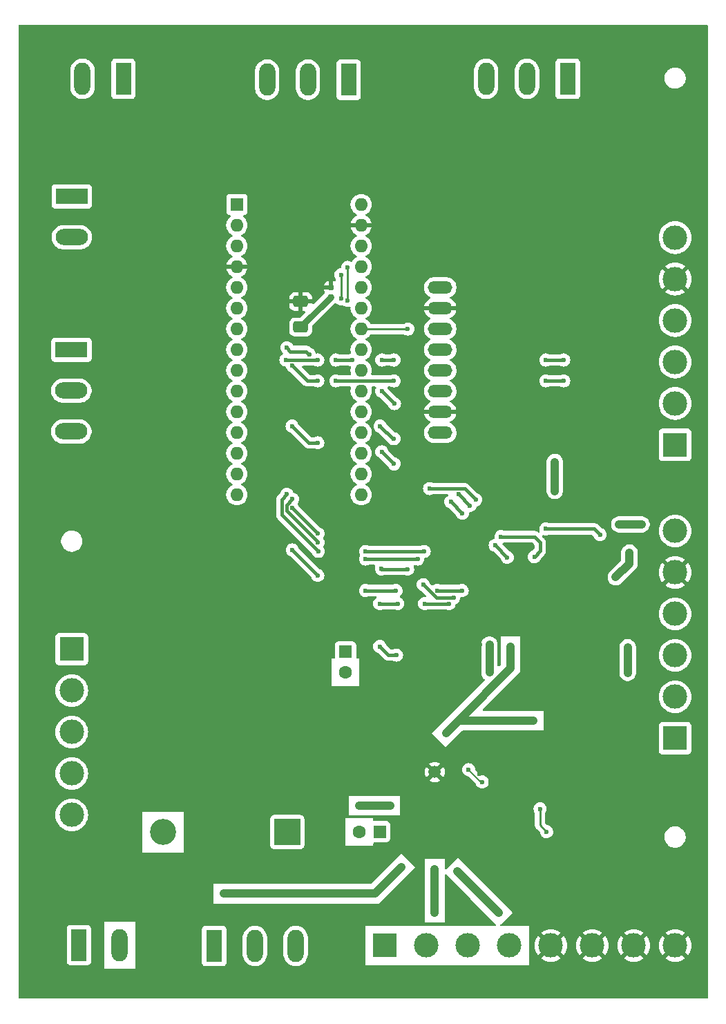
<source format=gbr>
%TF.GenerationSoftware,KiCad,Pcbnew,8.0.4*%
%TF.CreationDate,2025-07-07T11:58:56-07:00*%
%TF.ProjectId,board,626f6172-642e-46b6-9963-61645f706362,rev?*%
%TF.SameCoordinates,Original*%
%TF.FileFunction,Copper,L2,Bot*%
%TF.FilePolarity,Positive*%
%FSLAX46Y46*%
G04 Gerber Fmt 4.6, Leading zero omitted, Abs format (unit mm)*
G04 Created by KiCad (PCBNEW 8.0.4) date 2025-07-07 11:58:56*
%MOMM*%
%LPD*%
G01*
G04 APERTURE LIST*
G04 Aperture macros list*
%AMRoundRect*
0 Rectangle with rounded corners*
0 $1 Rounding radius*
0 $2 $3 $4 $5 $6 $7 $8 $9 X,Y pos of 4 corners*
0 Add a 4 corners polygon primitive as box body*
4,1,4,$2,$3,$4,$5,$6,$7,$8,$9,$2,$3,0*
0 Add four circle primitives for the rounded corners*
1,1,$1+$1,$2,$3*
1,1,$1+$1,$4,$5*
1,1,$1+$1,$6,$7*
1,1,$1+$1,$8,$9*
0 Add four rect primitives between the rounded corners*
20,1,$1+$1,$2,$3,$4,$5,0*
20,1,$1+$1,$4,$5,$6,$7,0*
20,1,$1+$1,$6,$7,$8,$9,0*
20,1,$1+$1,$8,$9,$2,$3,0*%
G04 Aperture macros list end*
%TA.AperFunction,ComponentPad*%
%ADD10R,1.980000X3.960000*%
%TD*%
%TA.AperFunction,ComponentPad*%
%ADD11O,1.980000X3.960000*%
%TD*%
%TA.AperFunction,ComponentPad*%
%ADD12R,3.000000X3.000000*%
%TD*%
%TA.AperFunction,ComponentPad*%
%ADD13C,3.000000*%
%TD*%
%TA.AperFunction,ComponentPad*%
%ADD14R,3.960000X1.980000*%
%TD*%
%TA.AperFunction,ComponentPad*%
%ADD15O,3.960000X1.980000*%
%TD*%
%TA.AperFunction,ComponentPad*%
%ADD16C,1.500000*%
%TD*%
%TA.AperFunction,ComponentPad*%
%ADD17R,1.600000X1.600000*%
%TD*%
%TA.AperFunction,ComponentPad*%
%ADD18O,1.600000X1.600000*%
%TD*%
%TA.AperFunction,ComponentPad*%
%ADD19O,3.000000X1.500000*%
%TD*%
%TA.AperFunction,ComponentPad*%
%ADD20C,1.600000*%
%TD*%
%TA.AperFunction,ComponentPad*%
%ADD21R,3.200000X3.200000*%
%TD*%
%TA.AperFunction,ComponentPad*%
%ADD22O,3.200000X3.200000*%
%TD*%
%TA.AperFunction,SMDPad,CuDef*%
%ADD23RoundRect,0.250000X0.650000X-0.412500X0.650000X0.412500X-0.650000X0.412500X-0.650000X-0.412500X0*%
%TD*%
%TA.AperFunction,SMDPad,CuDef*%
%ADD24RoundRect,0.155000X0.155000X-0.212500X0.155000X0.212500X-0.155000X0.212500X-0.155000X-0.212500X0*%
%TD*%
%TA.AperFunction,ViaPad*%
%ADD25C,0.600000*%
%TD*%
%TA.AperFunction,Conductor*%
%ADD26C,0.400000*%
%TD*%
%TA.AperFunction,Conductor*%
%ADD27C,0.750000*%
%TD*%
%TA.AperFunction,Conductor*%
%ADD28C,0.200000*%
%TD*%
%TA.AperFunction,Conductor*%
%ADD29C,0.250000*%
%TD*%
%TA.AperFunction,Conductor*%
%ADD30C,1.000000*%
%TD*%
G04 APERTURE END LIST*
D10*
%TO.P,J1,1,Pin_1*%
%TO.N,+7.4V*%
X59685000Y-160500000D03*
D11*
%TO.P,J1,2,Pin_2*%
%TO.N,GND*%
X64685000Y-160500000D03*
%TD*%
D12*
%TO.P,J7,1,Pin_1*%
%TO.N,GND*%
X97200000Y-160550000D03*
D13*
%TO.P,J7,2,Pin_2*%
X102280000Y-160550000D03*
%TO.P,J7,3,Pin_3*%
X107360000Y-160550000D03*
%TO.P,J7,4,Pin_4*%
X112440000Y-160550000D03*
%TO.P,J7,5,Pin_5*%
X117520000Y-160550000D03*
%TO.P,J7,6,Pin_6*%
X122600000Y-160550000D03*
%TO.P,J7,7,Pin_7*%
X127680000Y-160550000D03*
%TO.P,J7,8,Pin_8*%
X132760000Y-160550000D03*
%TD*%
D10*
%TO.P,J10,1,Pin_1*%
%TO.N,+6V*%
X76250000Y-160600000D03*
D11*
%TO.P,J10,2,Pin_2*%
X81250000Y-160600000D03*
%TO.P,J10,3,Pin_3*%
X86250000Y-160600000D03*
%TD*%
D14*
%TO.P,J5,1,Pin_1*%
%TO.N,/D5(PWM)*%
X58750000Y-87550000D03*
D15*
%TO.P,J5,2,Pin_2*%
%TO.N,/D6(PWM)*%
X58750000Y-92550000D03*
%TO.P,J5,3,Pin_3*%
%TO.N,/D9(PWM)*%
X58750000Y-97550000D03*
%TD*%
D16*
%TO.P,REF\u002A\u002A,3*%
%TO.N,GND*%
X103300000Y-139300000D03*
%TD*%
D17*
%TO.P,A1,1,D1/TX*%
%TO.N,/D1(TX)*%
X79035000Y-69750000D03*
D18*
%TO.P,A1,2,D0/RX*%
%TO.N,/D0(RX)*%
X79035000Y-72290000D03*
%TO.P,A1,3,~{RESET}*%
%TO.N,unconnected-(A1-~{RESET}-Pad3)*%
X79035000Y-74830000D03*
%TO.P,A1,4,GND*%
%TO.N,GND*%
X79035000Y-77370000D03*
%TO.P,A1,5,D2*%
%TO.N,/D2(INT)*%
X79035000Y-79910000D03*
%TO.P,A1,6,D3*%
%TO.N,/D3(INT)*%
X79035000Y-82450000D03*
%TO.P,A1,7,D4*%
%TO.N,/D4*%
X79035000Y-84990000D03*
%TO.P,A1,8,D5*%
%TO.N,/D5(PWM)*%
X79035000Y-87530000D03*
%TO.P,A1,9,D6*%
%TO.N,/D6(PWM)*%
X79035000Y-90070000D03*
%TO.P,A1,10,D7*%
%TO.N,/D7*%
X79035000Y-92610000D03*
%TO.P,A1,11,D8*%
%TO.N,/D8*%
X79035000Y-95150000D03*
%TO.P,A1,12,D9*%
%TO.N,/D9(PWM)*%
X79035000Y-97690000D03*
%TO.P,A1,13,D10*%
%TO.N,/D10(PWM)*%
X79035000Y-100230000D03*
%TO.P,A1,14,D11*%
%TO.N,/D11(PWM)*%
X79035000Y-102770000D03*
%TO.P,A1,15,D12*%
%TO.N,/D12*%
X79035000Y-105310000D03*
%TO.P,A1,16,D13*%
%TO.N,/D13*%
X94275000Y-105310000D03*
%TO.P,A1,17,3V3*%
%TO.N,unconnected-(A1-3V3-Pad17)*%
X94275000Y-102770000D03*
%TO.P,A1,18,AREF*%
%TO.N,unconnected-(A1-AREF-Pad18)*%
X94275000Y-100230000D03*
%TO.P,A1,19,A0*%
%TO.N,/A0{slash}D14*%
X94275000Y-97690000D03*
%TO.P,A1,20,A1*%
%TO.N,/A1{slash}D15*%
X94275000Y-95150000D03*
%TO.P,A1,21,A2*%
%TO.N,/A2{slash}D16*%
X94275000Y-92610000D03*
%TO.P,A1,22,A3*%
%TO.N,/A3{slash}D17*%
X94275000Y-90070000D03*
%TO.P,A1,23,A4*%
%TO.N,/A4(SDA)*%
X94275000Y-87530000D03*
%TO.P,A1,24,A5*%
%TO.N,/A5(SCL)*%
X94275000Y-84990000D03*
%TO.P,A1,25,A6*%
%TO.N,unconnected-(A1-A6-Pad25)*%
X94275000Y-82450000D03*
%TO.P,A1,26,A7*%
%TO.N,unconnected-(A1-A7-Pad26)*%
X94275000Y-79910000D03*
%TO.P,A1,27,+5V*%
%TO.N,+5V*%
X94275000Y-77370000D03*
%TO.P,A1,28,~{RESET}*%
%TO.N,unconnected-(A1-~{RESET}-Pad28)*%
X94275000Y-74830000D03*
%TO.P,A1,29,GND*%
%TO.N,GND*%
X94275000Y-72290000D03*
%TO.P,A1,30,VIN*%
%TO.N,unconnected-(A1-VIN-Pad30)*%
X94275000Y-69750000D03*
%TD*%
D12*
%TO.P,J4,1,Pin_1*%
%TO.N,/M1_out1*%
X132750000Y-99200000D03*
D13*
%TO.P,J4,2,Pin_2*%
%TO.N,+5V*%
X132750000Y-94120000D03*
%TO.P,J4,3,Pin_3*%
%TO.N,/D2(INT)*%
X132750000Y-89040000D03*
%TO.P,J4,4,Pin_4*%
%TO.N,/D4*%
X132750000Y-83960000D03*
%TO.P,J4,5,Pin_5*%
%TO.N,GND*%
X132750000Y-78880000D03*
%TO.P,J4,6,Pin_6*%
%TO.N,/M1_out2*%
X132750000Y-73800000D03*
%TD*%
D12*
%TO.P,J2,1,Pin_1*%
%TO.N,/M2_out1*%
X132750000Y-135150000D03*
D13*
%TO.P,J2,2,Pin_2*%
%TO.N,+5V*%
X132750000Y-130070000D03*
%TO.P,J2,3,Pin_3*%
%TO.N,/D3(INT)*%
X132750000Y-124990000D03*
%TO.P,J2,4,Pin_4*%
%TO.N,/D7*%
X132750000Y-119910000D03*
%TO.P,J2,5,Pin_5*%
%TO.N,GND*%
X132750000Y-114830000D03*
%TO.P,J2,6,Pin_6*%
%TO.N,/M2_out2*%
X132750000Y-109750000D03*
%TD*%
D12*
%TO.P,J8,1,Pin_1*%
%TO.N,+5V*%
X58800000Y-124230000D03*
D13*
%TO.P,J8,2,Pin_2*%
X58800000Y-129310000D03*
%TO.P,J8,3,Pin_3*%
X58800000Y-134390000D03*
%TO.P,J8,4,Pin_4*%
X58800000Y-139470000D03*
%TO.P,J8,5,Pin_5*%
X58800000Y-144550000D03*
%TD*%
D14*
%TO.P,J3,1,Pin_1*%
%TO.N,/D1(TX)*%
X58800000Y-68750000D03*
D15*
%TO.P,J3,2,Pin_2*%
%TO.N,/D0(RX)*%
X58800000Y-73750000D03*
%TD*%
D10*
%TO.P,J12,1,Pin_1*%
%TO.N,/A5(SCL)*%
X92750000Y-54450000D03*
D11*
%TO.P,J12,2,Pin_2*%
X87750000Y-54450000D03*
%TO.P,J12,3,Pin_3*%
X82750000Y-54450000D03*
%TD*%
D19*
%TO.P,ACC1,AD0,AD0*%
%TO.N,GND*%
X103950000Y-95160000D03*
%TO.P,ACC1,GND,GND*%
X103950000Y-82460000D03*
%TO.P,ACC1,INT,INT*%
%TO.N,unconnected-(ACC1-PadINT)*%
X103950000Y-97700000D03*
%TO.P,ACC1,SCL,SCL*%
%TO.N,/A5(SCL)*%
X103950000Y-85000000D03*
%TO.P,ACC1,SDA,SDA*%
%TO.N,/A4(SDA)*%
X103950000Y-87540000D03*
%TO.P,ACC1,VCC,VCC*%
%TO.N,+5V*%
X103950000Y-79920000D03*
%TO.P,ACC1,XCL,XCL*%
%TO.N,unconnected-(ACC1-PadXCL)*%
X103950000Y-92620000D03*
%TO.P,ACC1,XDA,XDA*%
%TO.N,unconnected-(ACC1-PadXDA)*%
X103950000Y-90080000D03*
%TD*%
D10*
%TO.P,J6,1,Pin_1*%
%TO.N,/A1{slash}D15*%
X65120000Y-54350000D03*
D11*
%TO.P,J6,2,Pin_2*%
%TO.N,/A0{slash}D14*%
X60120000Y-54350000D03*
%TD*%
D17*
%TO.P,C5,1*%
%TO.N,+7.4V*%
X96550000Y-146600000D03*
D20*
%TO.P,C5,2*%
%TO.N,GND*%
X94050000Y-146600000D03*
%TD*%
D21*
%TO.P,D1,1,K*%
%TO.N,Net-(D1-K)*%
X85200000Y-146650000D03*
D22*
%TO.P,D1,2,A*%
%TO.N,GND*%
X69960000Y-146650000D03*
%TD*%
D10*
%TO.P,J13,1,Pin_1*%
%TO.N,/A4(SDA)*%
X119600000Y-54350000D03*
D11*
%TO.P,J13,2,Pin_2*%
X114600000Y-54350000D03*
%TO.P,J13,3,Pin_3*%
X109600000Y-54350000D03*
%TD*%
D17*
%TO.P,C7,1*%
%TO.N,+5V*%
X92350000Y-124550000D03*
D20*
%TO.P,C7,2*%
%TO.N,GND*%
X92350000Y-127050000D03*
%TD*%
D23*
%TO.P,C14,1*%
%TO.N,+5V*%
X86850000Y-84762500D03*
%TO.P,C14,2*%
%TO.N,GND*%
X86850000Y-81637500D03*
%TD*%
D24*
%TO.P,C13,1*%
%TO.N,+5V*%
X90550000Y-81067500D03*
%TO.P,C13,2*%
%TO.N,GND*%
X90550000Y-79932500D03*
%TD*%
D25*
%TO.N,/D7*%
X116900000Y-109500000D03*
X85800000Y-96900000D03*
X102650000Y-104550000D03*
X98300000Y-101525000D03*
X123550000Y-110200000D03*
X88950000Y-98950000D03*
X108332107Y-105932107D03*
X96800000Y-100050000D03*
%TO.N,+5V*%
X107450000Y-139000000D03*
X90550000Y-81067500D03*
X86850000Y-84762500D03*
X109100000Y-140500000D03*
%TO.N,/A1{slash}D15*%
X92600000Y-77450000D03*
X92600000Y-81500000D03*
%TO.N,/A2{slash}D16*%
X98300000Y-98450000D03*
X110700000Y-111500000D03*
X96600000Y-96900000D03*
X112175000Y-112975000D03*
X105267893Y-106167893D03*
X106682107Y-107582107D03*
%TO.N,/D10(PWM)*%
X89000000Y-112250000D03*
X85150001Y-105260051D03*
X102050000Y-118650000D03*
X98750000Y-118650000D03*
X96550000Y-118650000D03*
X105032107Y-118657107D03*
%TO.N,/D12*%
X98550000Y-117050000D03*
X103600000Y-117050000D03*
X106650000Y-117050000D03*
X85825000Y-112075000D03*
X88950000Y-115200000D03*
X94800000Y-117050000D03*
%TO.N,/D13*%
X105607107Y-117957107D03*
X99975000Y-114425000D03*
X101880025Y-116319975D03*
X96750000Y-114400000D03*
%TO.N,/A3{slash}D17*%
X115500000Y-112900000D03*
X98350000Y-94150000D03*
X106192893Y-105242893D03*
X107607107Y-106657107D03*
X96800000Y-92625000D03*
X111400000Y-110450000D03*
%TO.N,/D11(PWM)*%
X94800000Y-112257107D03*
X88975000Y-110075000D03*
X102007107Y-112257107D03*
X85850000Y-106950000D03*
%TO.N,/D4*%
X96800000Y-88800000D03*
X91175000Y-88800000D03*
X85050000Y-88800000D03*
X88950000Y-88800000D03*
X116900000Y-88800000D03*
X98300000Y-88800000D03*
X93225000Y-88800000D03*
X119100000Y-88800000D03*
%TO.N,/A0{slash}D14*%
X91800000Y-78350000D03*
X91799997Y-81300000D03*
%TO.N,/D3(INT)*%
X98607107Y-124957107D03*
X87900000Y-88100000D03*
X96550000Y-123900000D03*
X85150000Y-87300000D03*
%TO.N,/A5(SCL)*%
X100000000Y-85000000D03*
%TO.N,/D2(INT)*%
X98300000Y-91350000D03*
X88950000Y-91350000D03*
X85850000Y-89500000D03*
X91175000Y-91350000D03*
X119100000Y-91350000D03*
X116900000Y-91350000D03*
%TO.N,/D8*%
X94800000Y-113200000D03*
X85850000Y-105850000D03*
X101200000Y-113200000D03*
X88975000Y-111175000D03*
%TO.N,GND*%
X103650000Y-115450000D03*
X112600000Y-123900000D03*
X115500000Y-114200000D03*
X103300000Y-156550000D03*
X106000000Y-144450000D03*
X113250000Y-144150000D03*
X106050000Y-151450000D03*
X115400000Y-133000000D03*
X110500000Y-114400000D03*
X104675000Y-134525000D03*
X94000000Y-143400000D03*
X97850000Y-143400000D03*
X106850000Y-120000000D03*
X111100000Y-156500000D03*
X77400000Y-154200000D03*
X108850000Y-123650000D03*
X108500000Y-135200000D03*
X103300000Y-151200000D03*
X99200000Y-150950000D03*
X117000000Y-148600000D03*
X108800000Y-139500000D03*
%TO.N,+6V*%
X110000000Y-127100000D03*
X110000000Y-123675000D03*
%TO.N,/M2_out1*%
X126950000Y-124000000D03*
X126950000Y-127150000D03*
%TO.N,/M2_out2*%
X128650000Y-108950000D03*
X125900000Y-108950000D03*
%TO.N,/M1_out1*%
X125475000Y-115425000D03*
X127150000Y-112400000D03*
%TO.N,/M1_out2*%
X118000000Y-104850000D03*
X118000000Y-101300000D03*
%TO.N,Net-(U3-FB)*%
X116200000Y-143800000D03*
X117000000Y-146600000D03*
%TD*%
D26*
%TO.N,/D7*%
X102657107Y-104542893D02*
X106942893Y-104542893D01*
X96800000Y-100050000D02*
X98275000Y-101525000D01*
X122850000Y-109500000D02*
X116900000Y-109500000D01*
X106942893Y-104542893D02*
X108332107Y-105932107D01*
X123550000Y-110200000D02*
X122850000Y-109500000D01*
X87850000Y-98950000D02*
X85800000Y-96900000D01*
X102650000Y-104550000D02*
X102657107Y-104542893D01*
X98275000Y-101525000D02*
X98300000Y-101525000D01*
X88950000Y-98950000D02*
X87850000Y-98950000D01*
D27*
%TO.N,+5V*%
X90545000Y-81067500D02*
X86850000Y-84762500D01*
D28*
X58800000Y-144350000D02*
X58900000Y-144250000D01*
X108950000Y-140500000D02*
X109100000Y-140500000D01*
X107450000Y-139000000D02*
X108950000Y-140500000D01*
D27*
X90550000Y-81067500D02*
X90545000Y-81067500D01*
D28*
X58800000Y-144550000D02*
X58800000Y-144350000D01*
D29*
%TO.N,/A1{slash}D15*%
X92600000Y-77450000D02*
X92600000Y-81500000D01*
D26*
%TO.N,/A2{slash}D16*%
X106682107Y-107582107D02*
X105267893Y-106167893D01*
X98300000Y-98450000D02*
X98150000Y-98450000D01*
X98150000Y-98450000D02*
X96600000Y-96900000D01*
X112175000Y-112975000D02*
X110700000Y-111500000D01*
%TO.N,/D10(PWM)*%
X96550000Y-118650000D02*
X98750000Y-118650000D01*
X102050000Y-118650000D02*
X105025000Y-118650000D01*
X84550000Y-107800000D02*
X84550000Y-105860052D01*
X105025000Y-118650000D02*
X105032107Y-118657107D01*
X84550000Y-105860052D02*
X85150001Y-105260051D01*
X89000000Y-112250000D02*
X84550000Y-107800000D01*
%TO.N,/D12*%
X103600000Y-117050000D02*
X106650000Y-117050000D01*
X88950000Y-115200000D02*
X85825000Y-112075000D01*
X94800000Y-117050000D02*
X98550000Y-117050000D01*
%TO.N,/D13*%
X96775000Y-114425000D02*
X99975000Y-114425000D01*
X96750000Y-114400000D02*
X96775000Y-114425000D01*
X101880025Y-116319975D02*
X103517157Y-117957107D01*
X103517157Y-117957107D02*
X105607107Y-117957107D01*
%TO.N,/A3{slash}D17*%
X98350000Y-94150000D02*
X96825000Y-92625000D01*
X111400000Y-110450000D02*
X115500000Y-110450000D01*
X116200000Y-111150000D02*
X116200000Y-112200000D01*
X96825000Y-92625000D02*
X96800000Y-92625000D01*
X115500000Y-110450000D02*
X116200000Y-111150000D01*
X106192893Y-105242893D02*
X107607107Y-106657107D01*
X116200000Y-112200000D02*
X115500000Y-112900000D01*
%TO.N,/D11(PWM)*%
X85850000Y-106950000D02*
X88975000Y-110075000D01*
X94800000Y-112257107D02*
X102007107Y-112257107D01*
%TO.N,/D4*%
X96800000Y-88800000D02*
X98300000Y-88800000D01*
X119100000Y-88800000D02*
X116900000Y-88800000D01*
X91175000Y-88800000D02*
X93225000Y-88800000D01*
X85050000Y-88800000D02*
X88950000Y-88800000D01*
D29*
%TO.N,/A0{slash}D14*%
X91799997Y-81300000D02*
X91799997Y-78350003D01*
X91799997Y-78350003D02*
X91800000Y-78350000D01*
D26*
%TO.N,/D3(INT)*%
X97607107Y-124957107D02*
X96550000Y-123900000D01*
X87900000Y-88100000D02*
X87550000Y-87750000D01*
X85600000Y-87750000D02*
X85150000Y-87300000D01*
X87550000Y-87750000D02*
X85600000Y-87750000D01*
X98607107Y-124957107D02*
X97607107Y-124957107D01*
D29*
%TO.N,/A5(SCL)*%
X100000000Y-85000000D02*
X94285000Y-85000000D01*
D30*
X94285000Y-85000000D02*
X94275000Y-84990000D01*
D26*
%TO.N,/D2(INT)*%
X91175000Y-91350000D02*
X98300000Y-91350000D01*
X87700000Y-91350000D02*
X85850000Y-89500000D01*
X88950000Y-91350000D02*
X87700000Y-91350000D01*
X119100000Y-91350000D02*
X116900000Y-91350000D01*
%TO.N,/D8*%
X85850000Y-105850000D02*
X85150000Y-106550000D01*
X85150000Y-106550000D02*
X85150000Y-107250000D01*
X85150000Y-107250000D02*
X88975000Y-111075000D01*
X88975000Y-111075000D02*
X88975000Y-111175000D01*
X94800000Y-113200000D02*
X101200000Y-113200000D01*
D30*
%TO.N,GND*%
X106050000Y-151450000D02*
X111100000Y-156500000D01*
X97850000Y-143400000D02*
X94000000Y-143400000D01*
X77400000Y-154200000D02*
X95950000Y-154200000D01*
X95950000Y-154200000D02*
X99200000Y-150950000D01*
X104675000Y-134525000D02*
X106200000Y-133000000D01*
X112600000Y-123900000D02*
X112600000Y-126600000D01*
X112600000Y-126600000D02*
X106200000Y-133000000D01*
X103300000Y-151200000D02*
X103300000Y-156550000D01*
X106200000Y-133000000D02*
X115400000Y-133000000D01*
%TO.N,+6V*%
X110000000Y-127100000D02*
X110000000Y-123675000D01*
%TO.N,/M2_out1*%
X126950000Y-127150000D02*
X126950000Y-124000000D01*
%TO.N,/M2_out2*%
X128650000Y-108950000D02*
X125900000Y-108950000D01*
%TO.N,/M1_out1*%
X127150000Y-113750000D02*
X125475000Y-115425000D01*
X127150000Y-112400000D02*
X127150000Y-113750000D01*
%TO.N,/M1_out2*%
X118000000Y-101300000D02*
X118000000Y-104850000D01*
D29*
%TO.N,Net-(U3-FB)*%
X116200000Y-143800000D02*
X116200000Y-145800000D01*
X116200000Y-145800000D02*
X117000000Y-146600000D01*
%TD*%
%TA.AperFunction,Conductor*%
%TO.N,GND*%
G36*
X136742987Y-47769685D02*
G01*
X136788742Y-47822489D01*
X136799948Y-47874052D01*
X136750051Y-166925978D01*
X136730338Y-166993009D01*
X136677515Y-167038742D01*
X136625978Y-167049926D01*
X52373927Y-167000073D01*
X52306899Y-166980349D01*
X52261175Y-166927518D01*
X52250000Y-166876073D01*
X52250000Y-163400000D01*
X62800000Y-163400000D01*
X66600000Y-163400000D01*
X66600000Y-158572135D01*
X74759500Y-158572135D01*
X74759500Y-162627870D01*
X74759501Y-162627876D01*
X74765908Y-162687483D01*
X74816202Y-162822328D01*
X74816206Y-162822335D01*
X74902452Y-162937544D01*
X74902455Y-162937547D01*
X75017664Y-163023793D01*
X75017671Y-163023797D01*
X75152517Y-163074091D01*
X75152516Y-163074091D01*
X75159444Y-163074835D01*
X75212127Y-163080500D01*
X77287872Y-163080499D01*
X77347483Y-163074091D01*
X77482331Y-163023796D01*
X77597546Y-162937546D01*
X77683796Y-162822331D01*
X77734091Y-162687483D01*
X77740500Y-162627873D01*
X77740499Y-159492695D01*
X79759500Y-159492695D01*
X79759500Y-161707304D01*
X79796201Y-161939027D01*
X79868697Y-162162150D01*
X79975212Y-162371195D01*
X80113104Y-162560989D01*
X80113108Y-162560994D01*
X80279005Y-162726891D01*
X80279010Y-162726895D01*
X80410364Y-162822328D01*
X80468808Y-162864790D01*
X80636042Y-162950000D01*
X80677849Y-162971302D01*
X80789410Y-163007550D01*
X80900974Y-163043799D01*
X81132695Y-163080500D01*
X81132696Y-163080500D01*
X81367304Y-163080500D01*
X81367305Y-163080500D01*
X81599026Y-163043799D01*
X81822153Y-162971301D01*
X82031192Y-162864790D01*
X82220996Y-162726890D01*
X82386890Y-162560996D01*
X82524790Y-162371192D01*
X82631301Y-162162153D01*
X82703799Y-161939026D01*
X82740500Y-161707305D01*
X82740500Y-159492695D01*
X84759500Y-159492695D01*
X84759500Y-161707304D01*
X84796201Y-161939027D01*
X84868697Y-162162150D01*
X84975212Y-162371195D01*
X85113104Y-162560989D01*
X85113108Y-162560994D01*
X85279005Y-162726891D01*
X85279010Y-162726895D01*
X85410364Y-162822328D01*
X85468808Y-162864790D01*
X85636042Y-162950000D01*
X85677849Y-162971302D01*
X85789410Y-163007550D01*
X85900974Y-163043799D01*
X86132695Y-163080500D01*
X86132696Y-163080500D01*
X86367304Y-163080500D01*
X86367305Y-163080500D01*
X86599026Y-163043799D01*
X86822153Y-162971301D01*
X87031192Y-162864790D01*
X87220996Y-162726890D01*
X87386890Y-162560996D01*
X87524790Y-162371192D01*
X87631301Y-162162153D01*
X87703799Y-161939026D01*
X87740500Y-161707305D01*
X87740500Y-159492695D01*
X87703799Y-159260974D01*
X87631301Y-159037847D01*
X87524790Y-158828808D01*
X87450162Y-158726091D01*
X87386895Y-158639010D01*
X87386891Y-158639005D01*
X87220994Y-158473108D01*
X87220989Y-158473104D01*
X87031195Y-158335212D01*
X87031194Y-158335211D01*
X87031192Y-158335210D01*
X86888397Y-158262452D01*
X86822150Y-158228697D01*
X86599027Y-158156201D01*
X86559875Y-158150000D01*
X94800000Y-158150000D01*
X94800000Y-162950000D01*
X114850000Y-162950000D01*
X114850000Y-160549998D01*
X115514891Y-160549998D01*
X115514891Y-160550001D01*
X115535300Y-160835362D01*
X115596109Y-161114895D01*
X115696091Y-161382958D01*
X115833191Y-161634038D01*
X115833196Y-161634046D01*
X115939882Y-161776561D01*
X115939883Y-161776562D01*
X116834767Y-160881677D01*
X116846497Y-160909995D01*
X116929670Y-161034472D01*
X117035528Y-161140330D01*
X117160005Y-161223503D01*
X117188320Y-161235231D01*
X116293436Y-162130115D01*
X116435960Y-162236807D01*
X116435961Y-162236808D01*
X116687042Y-162373908D01*
X116687041Y-162373908D01*
X116955104Y-162473890D01*
X117234637Y-162534699D01*
X117519999Y-162555109D01*
X117520001Y-162555109D01*
X117805362Y-162534699D01*
X118084895Y-162473890D01*
X118352958Y-162373908D01*
X118604047Y-162236803D01*
X118746561Y-162130116D01*
X118746562Y-162130115D01*
X117851679Y-161235231D01*
X117879995Y-161223503D01*
X118004472Y-161140330D01*
X118110330Y-161034472D01*
X118193503Y-160909995D01*
X118205231Y-160881678D01*
X119100115Y-161776562D01*
X119100116Y-161776561D01*
X119206803Y-161634047D01*
X119343908Y-161382958D01*
X119443890Y-161114895D01*
X119504699Y-160835362D01*
X119525109Y-160550001D01*
X119525109Y-160549998D01*
X120594891Y-160549998D01*
X120594891Y-160550001D01*
X120615300Y-160835362D01*
X120676109Y-161114895D01*
X120776091Y-161382958D01*
X120913191Y-161634038D01*
X120913196Y-161634046D01*
X121019882Y-161776561D01*
X121019883Y-161776562D01*
X121914767Y-160881677D01*
X121926497Y-160909995D01*
X122009670Y-161034472D01*
X122115528Y-161140330D01*
X122240005Y-161223503D01*
X122268320Y-161235231D01*
X121373436Y-162130115D01*
X121515960Y-162236807D01*
X121515961Y-162236808D01*
X121767042Y-162373908D01*
X121767041Y-162373908D01*
X122035104Y-162473890D01*
X122314637Y-162534699D01*
X122599999Y-162555109D01*
X122600001Y-162555109D01*
X122885362Y-162534699D01*
X123164895Y-162473890D01*
X123432958Y-162373908D01*
X123684047Y-162236803D01*
X123826561Y-162130116D01*
X123826562Y-162130115D01*
X122931679Y-161235231D01*
X122959995Y-161223503D01*
X123084472Y-161140330D01*
X123190330Y-161034472D01*
X123273503Y-160909995D01*
X123285231Y-160881678D01*
X124180115Y-161776562D01*
X124180116Y-161776561D01*
X124286803Y-161634047D01*
X124423908Y-161382958D01*
X124523890Y-161114895D01*
X124584699Y-160835362D01*
X124605109Y-160550001D01*
X124605109Y-160549998D01*
X125674891Y-160549998D01*
X125674891Y-160550001D01*
X125695300Y-160835362D01*
X125756109Y-161114895D01*
X125856091Y-161382958D01*
X125993191Y-161634038D01*
X125993196Y-161634046D01*
X126099882Y-161776561D01*
X126099883Y-161776562D01*
X126994767Y-160881677D01*
X127006497Y-160909995D01*
X127089670Y-161034472D01*
X127195528Y-161140330D01*
X127320005Y-161223503D01*
X127348320Y-161235231D01*
X126453436Y-162130115D01*
X126595960Y-162236807D01*
X126595961Y-162236808D01*
X126847042Y-162373908D01*
X126847041Y-162373908D01*
X127115104Y-162473890D01*
X127394637Y-162534699D01*
X127679999Y-162555109D01*
X127680001Y-162555109D01*
X127965362Y-162534699D01*
X128244895Y-162473890D01*
X128512958Y-162373908D01*
X128764047Y-162236803D01*
X128906561Y-162130116D01*
X128906562Y-162130115D01*
X128011679Y-161235231D01*
X128039995Y-161223503D01*
X128164472Y-161140330D01*
X128270330Y-161034472D01*
X128353503Y-160909995D01*
X128365231Y-160881678D01*
X129260115Y-161776562D01*
X129260116Y-161776561D01*
X129366803Y-161634047D01*
X129503908Y-161382958D01*
X129603890Y-161114895D01*
X129664699Y-160835362D01*
X129685109Y-160550001D01*
X129685109Y-160549998D01*
X130754891Y-160549998D01*
X130754891Y-160550001D01*
X130775300Y-160835362D01*
X130836109Y-161114895D01*
X130936091Y-161382958D01*
X131073191Y-161634038D01*
X131073196Y-161634046D01*
X131179882Y-161776561D01*
X131179883Y-161776562D01*
X132074767Y-160881677D01*
X132086497Y-160909995D01*
X132169670Y-161034472D01*
X132275528Y-161140330D01*
X132400005Y-161223503D01*
X132428320Y-161235231D01*
X131533436Y-162130115D01*
X131675960Y-162236807D01*
X131675961Y-162236808D01*
X131927042Y-162373908D01*
X131927041Y-162373908D01*
X132195104Y-162473890D01*
X132474637Y-162534699D01*
X132759999Y-162555109D01*
X132760001Y-162555109D01*
X133045362Y-162534699D01*
X133324895Y-162473890D01*
X133592958Y-162373908D01*
X133844047Y-162236803D01*
X133986561Y-162130116D01*
X133986562Y-162130115D01*
X133091679Y-161235231D01*
X133119995Y-161223503D01*
X133244472Y-161140330D01*
X133350330Y-161034472D01*
X133433503Y-160909995D01*
X133445231Y-160881678D01*
X134340115Y-161776562D01*
X134340116Y-161776561D01*
X134446803Y-161634047D01*
X134583908Y-161382958D01*
X134683890Y-161114895D01*
X134744699Y-160835362D01*
X134765109Y-160550001D01*
X134765109Y-160549998D01*
X134744699Y-160264637D01*
X134683890Y-159985104D01*
X134583908Y-159717041D01*
X134446808Y-159465961D01*
X134446807Y-159465960D01*
X134340115Y-159323436D01*
X133445231Y-160218320D01*
X133433503Y-160190005D01*
X133350330Y-160065528D01*
X133244472Y-159959670D01*
X133119995Y-159876497D01*
X133091678Y-159864767D01*
X133986562Y-158969883D01*
X133986561Y-158969882D01*
X133844046Y-158863196D01*
X133844038Y-158863191D01*
X133592957Y-158726091D01*
X133592958Y-158726091D01*
X133324895Y-158626109D01*
X133045362Y-158565300D01*
X132760001Y-158544891D01*
X132759999Y-158544891D01*
X132474637Y-158565300D01*
X132195104Y-158626109D01*
X131927041Y-158726091D01*
X131675961Y-158863191D01*
X131675953Y-158863196D01*
X131533437Y-158969882D01*
X131533436Y-158969883D01*
X132428321Y-159864767D01*
X132400005Y-159876497D01*
X132275528Y-159959670D01*
X132169670Y-160065528D01*
X132086497Y-160190005D01*
X132074768Y-160218321D01*
X131179883Y-159323436D01*
X131179882Y-159323437D01*
X131073196Y-159465953D01*
X131073191Y-159465961D01*
X130936091Y-159717041D01*
X130836109Y-159985104D01*
X130775300Y-160264637D01*
X130754891Y-160549998D01*
X129685109Y-160549998D01*
X129664699Y-160264637D01*
X129603890Y-159985104D01*
X129503908Y-159717041D01*
X129366808Y-159465961D01*
X129366807Y-159465960D01*
X129260115Y-159323436D01*
X128365231Y-160218320D01*
X128353503Y-160190005D01*
X128270330Y-160065528D01*
X128164472Y-159959670D01*
X128039995Y-159876497D01*
X128011678Y-159864767D01*
X128906562Y-158969883D01*
X128906561Y-158969882D01*
X128764046Y-158863196D01*
X128764038Y-158863191D01*
X128512957Y-158726091D01*
X128512958Y-158726091D01*
X128244895Y-158626109D01*
X127965362Y-158565300D01*
X127680001Y-158544891D01*
X127679999Y-158544891D01*
X127394637Y-158565300D01*
X127115104Y-158626109D01*
X126847041Y-158726091D01*
X126595961Y-158863191D01*
X126595953Y-158863196D01*
X126453437Y-158969882D01*
X126453436Y-158969883D01*
X127348321Y-159864767D01*
X127320005Y-159876497D01*
X127195528Y-159959670D01*
X127089670Y-160065528D01*
X127006497Y-160190005D01*
X126994768Y-160218321D01*
X126099883Y-159323436D01*
X126099882Y-159323437D01*
X125993196Y-159465953D01*
X125993191Y-159465961D01*
X125856091Y-159717041D01*
X125756109Y-159985104D01*
X125695300Y-160264637D01*
X125674891Y-160549998D01*
X124605109Y-160549998D01*
X124584699Y-160264637D01*
X124523890Y-159985104D01*
X124423908Y-159717041D01*
X124286808Y-159465961D01*
X124286807Y-159465960D01*
X124180115Y-159323436D01*
X123285231Y-160218320D01*
X123273503Y-160190005D01*
X123190330Y-160065528D01*
X123084472Y-159959670D01*
X122959995Y-159876497D01*
X122931678Y-159864767D01*
X123826562Y-158969883D01*
X123826561Y-158969882D01*
X123684046Y-158863196D01*
X123684038Y-158863191D01*
X123432957Y-158726091D01*
X123432958Y-158726091D01*
X123164895Y-158626109D01*
X122885362Y-158565300D01*
X122600001Y-158544891D01*
X122599999Y-158544891D01*
X122314637Y-158565300D01*
X122035104Y-158626109D01*
X121767041Y-158726091D01*
X121515961Y-158863191D01*
X121515953Y-158863196D01*
X121373437Y-158969882D01*
X121373436Y-158969883D01*
X122268321Y-159864767D01*
X122240005Y-159876497D01*
X122115528Y-159959670D01*
X122009670Y-160065528D01*
X121926497Y-160190005D01*
X121914768Y-160218321D01*
X121019883Y-159323436D01*
X121019882Y-159323437D01*
X120913196Y-159465953D01*
X120913191Y-159465961D01*
X120776091Y-159717041D01*
X120676109Y-159985104D01*
X120615300Y-160264637D01*
X120594891Y-160549998D01*
X119525109Y-160549998D01*
X119504699Y-160264637D01*
X119443890Y-159985104D01*
X119343908Y-159717041D01*
X119206808Y-159465961D01*
X119206807Y-159465960D01*
X119100115Y-159323436D01*
X118205231Y-160218320D01*
X118193503Y-160190005D01*
X118110330Y-160065528D01*
X118004472Y-159959670D01*
X117879995Y-159876497D01*
X117851678Y-159864767D01*
X118746562Y-158969883D01*
X118746561Y-158969882D01*
X118604046Y-158863196D01*
X118604038Y-158863191D01*
X118352957Y-158726091D01*
X118352958Y-158726091D01*
X118084895Y-158626109D01*
X117805362Y-158565300D01*
X117520001Y-158544891D01*
X117519999Y-158544891D01*
X117234637Y-158565300D01*
X116955104Y-158626109D01*
X116687041Y-158726091D01*
X116435961Y-158863191D01*
X116435953Y-158863196D01*
X116293437Y-158969882D01*
X116293436Y-158969883D01*
X117188321Y-159864767D01*
X117160005Y-159876497D01*
X117035528Y-159959670D01*
X116929670Y-160065528D01*
X116846497Y-160190005D01*
X116834768Y-160218321D01*
X115939883Y-159323436D01*
X115939882Y-159323437D01*
X115833196Y-159465953D01*
X115833191Y-159465961D01*
X115696091Y-159717041D01*
X115596109Y-159985104D01*
X115535300Y-160264637D01*
X115514891Y-160549998D01*
X114850000Y-160549998D01*
X114850000Y-158150000D01*
X111449362Y-158150000D01*
X111382323Y-158130315D01*
X111336568Y-158077511D01*
X111326624Y-158008353D01*
X111355649Y-157944797D01*
X111361681Y-157938319D01*
X111700000Y-157600000D01*
X112800000Y-156500000D01*
X106100000Y-149750000D01*
X106099999Y-149750000D01*
X104712943Y-151177852D01*
X104652111Y-151212223D01*
X104582355Y-151208249D01*
X104525820Y-151167192D01*
X104500457Y-151102088D01*
X104500000Y-151091451D01*
X104500000Y-149950000D01*
X102100000Y-149950000D01*
X102100000Y-157750000D01*
X104500000Y-157750000D01*
X104500000Y-151904053D01*
X104519685Y-151837014D01*
X104572489Y-151791259D01*
X104641647Y-151781315D01*
X104705203Y-151810340D01*
X104712333Y-151817029D01*
X110743583Y-157938976D01*
X110776610Y-158000547D01*
X110771105Y-158070199D01*
X110728818Y-158125819D01*
X110663173Y-158149747D01*
X110655250Y-158150000D01*
X94800000Y-158150000D01*
X86559875Y-158150000D01*
X86435588Y-158130315D01*
X86367305Y-158119500D01*
X86132695Y-158119500D01*
X86064412Y-158130315D01*
X85900972Y-158156201D01*
X85677849Y-158228697D01*
X85468804Y-158335212D01*
X85279010Y-158473104D01*
X85279005Y-158473108D01*
X85113108Y-158639005D01*
X85113104Y-158639010D01*
X84975212Y-158828804D01*
X84868697Y-159037849D01*
X84796201Y-159260972D01*
X84759500Y-159492695D01*
X82740500Y-159492695D01*
X82703799Y-159260974D01*
X82631301Y-159037847D01*
X82524790Y-158828808D01*
X82450162Y-158726091D01*
X82386895Y-158639010D01*
X82386891Y-158639005D01*
X82220994Y-158473108D01*
X82220989Y-158473104D01*
X82031195Y-158335212D01*
X82031194Y-158335211D01*
X82031192Y-158335210D01*
X81888397Y-158262452D01*
X81822150Y-158228697D01*
X81599027Y-158156201D01*
X81435588Y-158130315D01*
X81367305Y-158119500D01*
X81132695Y-158119500D01*
X81064412Y-158130315D01*
X80900972Y-158156201D01*
X80677849Y-158228697D01*
X80468804Y-158335212D01*
X80279010Y-158473104D01*
X80279005Y-158473108D01*
X80113108Y-158639005D01*
X80113104Y-158639010D01*
X79975212Y-158828804D01*
X79868697Y-159037849D01*
X79796201Y-159260972D01*
X79759500Y-159492695D01*
X77740499Y-159492695D01*
X77740499Y-158572128D01*
X77734091Y-158512517D01*
X77719392Y-158473108D01*
X77683797Y-158377671D01*
X77683793Y-158377664D01*
X77597547Y-158262455D01*
X77597544Y-158262452D01*
X77482335Y-158176206D01*
X77482328Y-158176202D01*
X77347482Y-158125908D01*
X77347483Y-158125908D01*
X77287883Y-158119501D01*
X77287881Y-158119500D01*
X77287873Y-158119500D01*
X77287864Y-158119500D01*
X75212129Y-158119500D01*
X75212123Y-158119501D01*
X75152516Y-158125908D01*
X75017671Y-158176202D01*
X75017664Y-158176206D01*
X74902455Y-158262452D01*
X74902452Y-158262455D01*
X74816206Y-158377664D01*
X74816202Y-158377671D01*
X74765908Y-158512517D01*
X74762428Y-158544891D01*
X74759501Y-158572123D01*
X74759500Y-158572135D01*
X66600000Y-158572135D01*
X66600000Y-157600000D01*
X62800000Y-157600000D01*
X62800000Y-163400000D01*
X52250000Y-163400000D01*
X52250000Y-158472135D01*
X58194500Y-158472135D01*
X58194500Y-162527870D01*
X58194501Y-162527876D01*
X58200908Y-162587483D01*
X58251202Y-162722328D01*
X58251206Y-162722335D01*
X58337452Y-162837544D01*
X58337455Y-162837547D01*
X58452664Y-162923793D01*
X58452671Y-162923797D01*
X58587517Y-162974091D01*
X58587516Y-162974091D01*
X58594444Y-162974835D01*
X58647127Y-162980500D01*
X60722872Y-162980499D01*
X60782483Y-162974091D01*
X60917331Y-162923796D01*
X61032546Y-162837546D01*
X61118796Y-162722331D01*
X61169091Y-162587483D01*
X61175500Y-162527873D01*
X61175499Y-158472128D01*
X61169091Y-158412517D01*
X61156094Y-158377671D01*
X61118797Y-158277671D01*
X61118793Y-158277664D01*
X61032547Y-158162455D01*
X61032544Y-158162452D01*
X60917335Y-158076206D01*
X60917328Y-158076202D01*
X60782482Y-158025908D01*
X60782483Y-158025908D01*
X60722883Y-158019501D01*
X60722881Y-158019500D01*
X60722873Y-158019500D01*
X60722864Y-158019500D01*
X58647129Y-158019500D01*
X58647123Y-158019501D01*
X58587516Y-158025908D01*
X58452671Y-158076202D01*
X58452664Y-158076206D01*
X58337455Y-158162452D01*
X58337452Y-158162455D01*
X58251206Y-158277664D01*
X58251202Y-158277671D01*
X58200908Y-158412517D01*
X58194501Y-158472116D01*
X58194501Y-158472123D01*
X58194500Y-158472135D01*
X52250000Y-158472135D01*
X52250000Y-153000000D01*
X76200000Y-153000000D01*
X76200000Y-155400000D01*
X96450000Y-155400000D01*
X100900000Y-150950000D01*
X99200000Y-149250000D01*
X95486319Y-152963681D01*
X95424996Y-152997166D01*
X95398638Y-153000000D01*
X76200000Y-153000000D01*
X52250000Y-153000000D01*
X52250000Y-149150000D01*
X67450000Y-149150000D01*
X72500000Y-149150000D01*
X72500000Y-145002135D01*
X83099500Y-145002135D01*
X83099500Y-148297870D01*
X83099501Y-148297876D01*
X83105908Y-148357483D01*
X83156202Y-148492328D01*
X83156206Y-148492335D01*
X83242452Y-148607544D01*
X83242455Y-148607547D01*
X83357664Y-148693793D01*
X83357671Y-148693797D01*
X83492517Y-148744091D01*
X83492516Y-148744091D01*
X83499444Y-148744835D01*
X83552127Y-148750500D01*
X86847872Y-148750499D01*
X86907483Y-148744091D01*
X87042331Y-148693796D01*
X87157546Y-148607546D01*
X87243796Y-148492331D01*
X87294091Y-148357483D01*
X87300271Y-148300000D01*
X92350000Y-148300000D01*
X95750000Y-148300000D01*
X95750000Y-148024499D01*
X95769685Y-147957460D01*
X95822489Y-147911705D01*
X95874000Y-147900499D01*
X97397871Y-147900499D01*
X97397872Y-147900499D01*
X97457483Y-147894091D01*
X97592331Y-147843796D01*
X97707546Y-147757546D01*
X97793796Y-147642331D01*
X97844091Y-147507483D01*
X97850500Y-147447873D01*
X97850499Y-145752128D01*
X97844091Y-145692517D01*
X97801091Y-145577229D01*
X97793797Y-145557671D01*
X97793793Y-145557664D01*
X97707547Y-145442455D01*
X97707544Y-145442452D01*
X97592335Y-145356206D01*
X97592328Y-145356202D01*
X97457482Y-145305908D01*
X97457483Y-145305908D01*
X97397883Y-145299501D01*
X97397881Y-145299500D01*
X97397873Y-145299500D01*
X97397865Y-145299500D01*
X95874000Y-145299500D01*
X95806961Y-145279815D01*
X95761206Y-145227011D01*
X95750000Y-145175500D01*
X95750000Y-144900000D01*
X92350000Y-144900000D01*
X92350000Y-148300000D01*
X87300271Y-148300000D01*
X87300500Y-148297873D01*
X87300499Y-145002128D01*
X87294091Y-144942517D01*
X87278233Y-144900000D01*
X87243797Y-144807671D01*
X87243793Y-144807664D01*
X87157547Y-144692455D01*
X87157544Y-144692452D01*
X87042335Y-144606206D01*
X87042328Y-144606202D01*
X87025699Y-144600000D01*
X92800000Y-144600000D01*
X99050000Y-144600000D01*
X99050000Y-143799996D01*
X115394435Y-143799996D01*
X115394435Y-143800003D01*
X115414630Y-143979249D01*
X115414631Y-143979254D01*
X115474211Y-144149524D01*
X115555493Y-144278881D01*
X115574500Y-144344854D01*
X115574500Y-145861611D01*
X115598535Y-145982444D01*
X115598540Y-145982461D01*
X115645685Y-146096281D01*
X115645688Y-146096286D01*
X115671081Y-146134288D01*
X115671082Y-146134291D01*
X115671083Y-146134291D01*
X115714141Y-146198733D01*
X115805586Y-146290178D01*
X115805608Y-146290198D01*
X116173787Y-146658377D01*
X116207272Y-146719700D01*
X116209326Y-146732173D01*
X116214630Y-146779249D01*
X116274210Y-146949521D01*
X116288800Y-146972741D01*
X116370184Y-147102262D01*
X116497738Y-147229816D01*
X116650478Y-147325789D01*
X116745250Y-147358951D01*
X116820745Y-147385368D01*
X116820750Y-147385369D01*
X116999996Y-147405565D01*
X117000000Y-147405565D01*
X117000004Y-147405565D01*
X117179249Y-147385369D01*
X117179252Y-147385368D01*
X117179255Y-147385368D01*
X117349522Y-147325789D01*
X117502262Y-147229816D01*
X117584750Y-147147328D01*
X131445500Y-147147328D01*
X131445500Y-147352671D01*
X131477621Y-147555472D01*
X131541070Y-147750751D01*
X131541071Y-147750754D01*
X131617370Y-147900498D01*
X131634291Y-147933707D01*
X131754983Y-148099825D01*
X131900175Y-148245017D01*
X132066293Y-148365709D01*
X132156026Y-148411430D01*
X132249245Y-148458928D01*
X132249248Y-148458929D01*
X132346887Y-148490653D01*
X132444529Y-148522379D01*
X132538457Y-148537255D01*
X132647329Y-148554500D01*
X132647334Y-148554500D01*
X132852671Y-148554500D01*
X132950986Y-148538927D01*
X133055471Y-148522379D01*
X133250754Y-148458928D01*
X133433707Y-148365709D01*
X133599825Y-148245017D01*
X133745017Y-148099825D01*
X133865709Y-147933707D01*
X133958928Y-147750754D01*
X134022379Y-147555471D01*
X134046122Y-147405565D01*
X134054500Y-147352671D01*
X134054500Y-147147328D01*
X134035749Y-147028942D01*
X134022379Y-146944529D01*
X133990237Y-146845606D01*
X133958929Y-146749248D01*
X133958928Y-146749245D01*
X133882885Y-146600003D01*
X133865709Y-146566293D01*
X133745017Y-146400175D01*
X133599825Y-146254983D01*
X133433707Y-146134291D01*
X133361966Y-146097737D01*
X133250754Y-146041071D01*
X133250751Y-146041070D01*
X133055472Y-145977621D01*
X132852671Y-145945500D01*
X132852666Y-145945500D01*
X132647334Y-145945500D01*
X132647329Y-145945500D01*
X132444527Y-145977621D01*
X132249248Y-146041070D01*
X132249245Y-146041071D01*
X132066292Y-146134291D01*
X131977596Y-146198733D01*
X131900175Y-146254983D01*
X131900173Y-146254985D01*
X131900172Y-146254985D01*
X131754985Y-146400172D01*
X131754985Y-146400173D01*
X131754983Y-146400175D01*
X131703150Y-146471516D01*
X131634291Y-146566292D01*
X131541071Y-146749245D01*
X131541070Y-146749248D01*
X131477621Y-146944527D01*
X131445500Y-147147328D01*
X117584750Y-147147328D01*
X117629816Y-147102262D01*
X117725789Y-146949522D01*
X117785368Y-146779255D01*
X117788749Y-146749246D01*
X117805565Y-146600003D01*
X117805565Y-146599996D01*
X117785369Y-146420750D01*
X117785368Y-146420745D01*
X117762151Y-146354394D01*
X117725789Y-146250478D01*
X117629816Y-146097738D01*
X117502262Y-145970184D01*
X117359918Y-145880743D01*
X117349521Y-145874210D01*
X117179249Y-145814630D01*
X117132173Y-145809326D01*
X117067759Y-145782259D01*
X117058377Y-145773787D01*
X116861819Y-145577229D01*
X116828334Y-145515906D01*
X116825500Y-145489548D01*
X116825500Y-144344854D01*
X116844507Y-144278881D01*
X116925788Y-144149524D01*
X116983371Y-143984962D01*
X116985368Y-143979255D01*
X117005565Y-143800000D01*
X116996195Y-143716839D01*
X116985369Y-143620750D01*
X116985368Y-143620745D01*
X116925788Y-143450476D01*
X116829815Y-143297737D01*
X116702262Y-143170184D01*
X116549523Y-143074211D01*
X116379254Y-143014631D01*
X116379249Y-143014630D01*
X116200004Y-142994435D01*
X116199996Y-142994435D01*
X116020750Y-143014630D01*
X116020745Y-143014631D01*
X115850476Y-143074211D01*
X115697737Y-143170184D01*
X115570184Y-143297737D01*
X115474211Y-143450476D01*
X115414631Y-143620745D01*
X115414630Y-143620750D01*
X115394435Y-143799996D01*
X99050000Y-143799996D01*
X99050000Y-142200000D01*
X92800000Y-142200000D01*
X92800000Y-144600000D01*
X87025699Y-144600000D01*
X86907482Y-144555908D01*
X86907483Y-144555908D01*
X86847883Y-144549501D01*
X86847881Y-144549500D01*
X86847873Y-144549500D01*
X86847864Y-144549500D01*
X83552129Y-144549500D01*
X83552123Y-144549501D01*
X83492516Y-144555908D01*
X83357671Y-144606202D01*
X83357664Y-144606206D01*
X83242455Y-144692452D01*
X83242452Y-144692455D01*
X83156206Y-144807664D01*
X83156202Y-144807671D01*
X83105908Y-144942517D01*
X83099501Y-145002116D01*
X83099501Y-145002123D01*
X83099500Y-145002135D01*
X72500000Y-145002135D01*
X72500000Y-144150000D01*
X67450000Y-144150000D01*
X67450000Y-149150000D01*
X52250000Y-149150000D01*
X52250000Y-144549998D01*
X56794390Y-144549998D01*
X56794390Y-144550001D01*
X56814804Y-144835433D01*
X56875628Y-145115037D01*
X56875630Y-145115043D01*
X56875631Y-145115046D01*
X56965578Y-145356202D01*
X56975635Y-145383166D01*
X57112770Y-145634309D01*
X57112775Y-145634317D01*
X57284254Y-145863387D01*
X57284270Y-145863405D01*
X57486594Y-146065729D01*
X57486612Y-146065745D01*
X57715682Y-146237224D01*
X57715690Y-146237229D01*
X57966833Y-146374364D01*
X57966832Y-146374364D01*
X57966836Y-146374365D01*
X57966839Y-146374367D01*
X58234954Y-146474369D01*
X58234960Y-146474370D01*
X58234962Y-146474371D01*
X58514566Y-146535195D01*
X58514568Y-146535195D01*
X58514572Y-146535196D01*
X58768220Y-146553337D01*
X58799999Y-146555610D01*
X58800000Y-146555610D01*
X58800001Y-146555610D01*
X58828595Y-146553564D01*
X59085428Y-146535196D01*
X59365046Y-146474369D01*
X59633161Y-146374367D01*
X59884315Y-146237226D01*
X60113395Y-146065739D01*
X60315739Y-145863395D01*
X60487226Y-145634315D01*
X60624367Y-145383161D01*
X60724369Y-145115046D01*
X60761900Y-144942517D01*
X60785195Y-144835433D01*
X60785195Y-144835432D01*
X60785196Y-144835428D01*
X60805187Y-144555909D01*
X60805610Y-144550001D01*
X60805610Y-144549998D01*
X60801519Y-144492808D01*
X60785196Y-144264572D01*
X60760272Y-144150000D01*
X60724371Y-143984962D01*
X60724370Y-143984960D01*
X60724369Y-143984954D01*
X60624367Y-143716839D01*
X60571898Y-143620750D01*
X60487229Y-143465690D01*
X60487224Y-143465682D01*
X60315745Y-143236612D01*
X60315729Y-143236594D01*
X60113405Y-143034270D01*
X60113387Y-143034254D01*
X59884317Y-142862775D01*
X59884309Y-142862770D01*
X59633166Y-142725635D01*
X59633167Y-142725635D01*
X59525915Y-142685632D01*
X59365046Y-142625631D01*
X59365043Y-142625630D01*
X59365037Y-142625628D01*
X59085433Y-142564804D01*
X58800001Y-142544390D01*
X58799999Y-142544390D01*
X58514566Y-142564804D01*
X58234962Y-142625628D01*
X57966833Y-142725635D01*
X57715690Y-142862770D01*
X57715682Y-142862775D01*
X57486612Y-143034254D01*
X57486594Y-143034270D01*
X57284270Y-143236594D01*
X57284254Y-143236612D01*
X57112775Y-143465682D01*
X57112770Y-143465690D01*
X56975635Y-143716833D01*
X56875628Y-143984962D01*
X56814804Y-144264566D01*
X56794390Y-144549998D01*
X52250000Y-144549998D01*
X52250000Y-139469998D01*
X56794390Y-139469998D01*
X56794390Y-139470001D01*
X56814804Y-139755433D01*
X56875628Y-140035037D01*
X56875630Y-140035043D01*
X56875631Y-140035046D01*
X56918685Y-140150478D01*
X56975635Y-140303166D01*
X57112770Y-140554309D01*
X57112775Y-140554317D01*
X57284254Y-140783387D01*
X57284270Y-140783405D01*
X57486594Y-140985729D01*
X57486612Y-140985745D01*
X57715682Y-141157224D01*
X57715690Y-141157229D01*
X57966833Y-141294364D01*
X57966832Y-141294364D01*
X57966836Y-141294365D01*
X57966839Y-141294367D01*
X58234954Y-141394369D01*
X58234960Y-141394370D01*
X58234962Y-141394371D01*
X58514566Y-141455195D01*
X58514568Y-141455195D01*
X58514572Y-141455196D01*
X58768220Y-141473337D01*
X58799999Y-141475610D01*
X58800000Y-141475610D01*
X58800001Y-141475610D01*
X58828595Y-141473564D01*
X59085428Y-141455196D01*
X59365046Y-141394369D01*
X59633161Y-141294367D01*
X59884315Y-141157226D01*
X60113395Y-140985739D01*
X60315739Y-140783395D01*
X60487226Y-140554315D01*
X60602545Y-140343124D01*
X102610427Y-140343124D01*
X102672612Y-140386666D01*
X102870840Y-140479101D01*
X102870849Y-140479105D01*
X103082105Y-140535710D01*
X103082115Y-140535712D01*
X103299999Y-140554775D01*
X103300001Y-140554775D01*
X103517884Y-140535712D01*
X103517894Y-140535710D01*
X103729150Y-140479105D01*
X103729164Y-140479100D01*
X103927383Y-140386669D01*
X103927385Y-140386668D01*
X103989571Y-140343124D01*
X103300001Y-139653553D01*
X103300000Y-139653553D01*
X102610427Y-140343124D01*
X60602545Y-140343124D01*
X60624367Y-140303161D01*
X60724369Y-140035046D01*
X60732485Y-139997737D01*
X60785195Y-139755433D01*
X60785195Y-139755432D01*
X60785196Y-139755428D01*
X60805610Y-139470000D01*
X60793451Y-139299999D01*
X102045225Y-139299999D01*
X102045225Y-139300000D01*
X102064287Y-139517884D01*
X102064289Y-139517894D01*
X102120894Y-139729150D01*
X102120898Y-139729159D01*
X102213333Y-139927387D01*
X102256874Y-139989571D01*
X102946446Y-139300000D01*
X102906950Y-139260504D01*
X103000000Y-139260504D01*
X103000000Y-139339496D01*
X103020444Y-139415796D01*
X103059940Y-139484205D01*
X103115795Y-139540060D01*
X103184204Y-139579556D01*
X103260504Y-139600000D01*
X103339496Y-139600000D01*
X103415796Y-139579556D01*
X103484205Y-139540060D01*
X103540060Y-139484205D01*
X103579556Y-139415796D01*
X103600000Y-139339496D01*
X103600000Y-139299999D01*
X103653553Y-139299999D01*
X103653553Y-139300000D01*
X104343124Y-139989570D01*
X104386668Y-139927385D01*
X104386669Y-139927383D01*
X104479100Y-139729164D01*
X104479105Y-139729150D01*
X104535710Y-139517894D01*
X104535712Y-139517884D01*
X104554775Y-139300000D01*
X104554775Y-139299999D01*
X104535712Y-139082115D01*
X104535710Y-139082105D01*
X104513709Y-138999996D01*
X106644435Y-138999996D01*
X106644435Y-139000003D01*
X106664630Y-139179249D01*
X106664631Y-139179254D01*
X106724211Y-139349523D01*
X106799911Y-139469998D01*
X106820184Y-139502262D01*
X106947738Y-139629816D01*
X107100478Y-139725789D01*
X107270745Y-139785368D01*
X107357669Y-139795161D01*
X107422080Y-139822226D01*
X107431465Y-139830700D01*
X108313249Y-140712484D01*
X108342610Y-140759211D01*
X108374210Y-140849521D01*
X108459796Y-140985729D01*
X108470184Y-141002262D01*
X108597738Y-141129816D01*
X108750478Y-141225789D01*
X108920745Y-141285368D01*
X108920750Y-141285369D01*
X109099996Y-141305565D01*
X109100000Y-141305565D01*
X109100004Y-141305565D01*
X109279249Y-141285369D01*
X109279252Y-141285368D01*
X109279255Y-141285368D01*
X109449522Y-141225789D01*
X109602262Y-141129816D01*
X109729816Y-141002262D01*
X109825789Y-140849522D01*
X109885368Y-140679255D01*
X109885369Y-140679249D01*
X109905565Y-140500003D01*
X109905565Y-140499996D01*
X109885369Y-140320750D01*
X109885368Y-140320745D01*
X109825788Y-140150476D01*
X109753258Y-140035046D01*
X109729816Y-139997738D01*
X109602262Y-139870184D01*
X109539424Y-139830700D01*
X109449523Y-139774211D01*
X109279254Y-139714631D01*
X109279249Y-139714630D01*
X109100004Y-139694435D01*
X109099997Y-139694435D01*
X109063776Y-139698516D01*
X108994954Y-139686461D01*
X108962212Y-139662977D01*
X108280700Y-138981465D01*
X108247215Y-138920142D01*
X108245163Y-138907686D01*
X108235368Y-138820745D01*
X108175789Y-138650478D01*
X108079816Y-138497738D01*
X107952262Y-138370184D01*
X107799523Y-138274211D01*
X107629254Y-138214631D01*
X107629249Y-138214630D01*
X107450004Y-138194435D01*
X107449996Y-138194435D01*
X107270750Y-138214630D01*
X107270745Y-138214631D01*
X107100476Y-138274211D01*
X106947737Y-138370184D01*
X106820184Y-138497737D01*
X106724211Y-138650476D01*
X106664631Y-138820745D01*
X106664630Y-138820750D01*
X106644435Y-138999996D01*
X104513709Y-138999996D01*
X104479105Y-138870849D01*
X104479101Y-138870840D01*
X104386667Y-138672614D01*
X104386666Y-138672612D01*
X104343124Y-138610428D01*
X104343124Y-138610427D01*
X103653553Y-139299999D01*
X103600000Y-139299999D01*
X103600000Y-139260504D01*
X103579556Y-139184204D01*
X103540060Y-139115795D01*
X103484205Y-139059940D01*
X103415796Y-139020444D01*
X103339496Y-139000000D01*
X103260504Y-139000000D01*
X103184204Y-139020444D01*
X103115795Y-139059940D01*
X103059940Y-139115795D01*
X103020444Y-139184204D01*
X103000000Y-139260504D01*
X102906950Y-139260504D01*
X102256874Y-138610428D01*
X102213333Y-138672613D01*
X102120898Y-138870840D01*
X102120894Y-138870849D01*
X102064289Y-139082105D01*
X102064287Y-139082115D01*
X102045225Y-139299999D01*
X60793451Y-139299999D01*
X60785196Y-139184572D01*
X60784039Y-139179255D01*
X60724371Y-138904962D01*
X60724370Y-138904960D01*
X60724369Y-138904954D01*
X60624367Y-138636839D01*
X60609945Y-138610428D01*
X60487229Y-138385690D01*
X60487224Y-138385682D01*
X60390800Y-138256874D01*
X102610428Y-138256874D01*
X103300000Y-138946446D01*
X103300001Y-138946446D01*
X103989571Y-138256874D01*
X103927387Y-138213333D01*
X103729159Y-138120898D01*
X103729150Y-138120894D01*
X103517894Y-138064289D01*
X103517884Y-138064287D01*
X103300001Y-138045225D01*
X103299999Y-138045225D01*
X103082115Y-138064287D01*
X103082105Y-138064289D01*
X102870849Y-138120894D01*
X102870840Y-138120898D01*
X102672613Y-138213333D01*
X102610428Y-138256874D01*
X60390800Y-138256874D01*
X60315745Y-138156612D01*
X60315729Y-138156594D01*
X60113405Y-137954270D01*
X60113387Y-137954254D01*
X59884317Y-137782775D01*
X59884309Y-137782770D01*
X59633166Y-137645635D01*
X59633167Y-137645635D01*
X59525915Y-137605632D01*
X59365046Y-137545631D01*
X59365043Y-137545630D01*
X59365037Y-137545628D01*
X59085433Y-137484804D01*
X58800001Y-137464390D01*
X58799999Y-137464390D01*
X58514566Y-137484804D01*
X58234962Y-137545628D01*
X57966833Y-137645635D01*
X57715690Y-137782770D01*
X57715682Y-137782775D01*
X57486612Y-137954254D01*
X57486594Y-137954270D01*
X57284270Y-138156594D01*
X57284254Y-138156612D01*
X57112775Y-138385682D01*
X57112770Y-138385690D01*
X56975635Y-138636833D01*
X56875628Y-138904962D01*
X56814804Y-139184566D01*
X56794390Y-139469998D01*
X52250000Y-139469998D01*
X52250000Y-134389998D01*
X56794390Y-134389998D01*
X56794390Y-134390001D01*
X56814804Y-134675433D01*
X56875628Y-134955037D01*
X56975635Y-135223166D01*
X57112770Y-135474309D01*
X57112775Y-135474317D01*
X57284254Y-135703387D01*
X57284270Y-135703405D01*
X57486594Y-135905729D01*
X57486612Y-135905745D01*
X57715682Y-136077224D01*
X57715690Y-136077229D01*
X57966833Y-136214364D01*
X57966832Y-136214364D01*
X57966836Y-136214365D01*
X57966839Y-136214367D01*
X58234954Y-136314369D01*
X58234960Y-136314370D01*
X58234962Y-136314371D01*
X58514566Y-136375195D01*
X58514568Y-136375195D01*
X58514572Y-136375196D01*
X58768220Y-136393337D01*
X58799999Y-136395610D01*
X58800000Y-136395610D01*
X58800001Y-136395610D01*
X58828595Y-136393564D01*
X59085428Y-136375196D01*
X59365046Y-136314369D01*
X59633161Y-136214367D01*
X59884315Y-136077226D01*
X60113395Y-135905739D01*
X60315739Y-135703395D01*
X60487226Y-135474315D01*
X60624367Y-135223161D01*
X60724369Y-134955046D01*
X60785196Y-134675428D01*
X60794167Y-134549999D01*
X102949999Y-134549999D01*
X104649999Y-136249999D01*
X104650000Y-136250000D01*
X106663685Y-134236314D01*
X106725006Y-134202831D01*
X106751350Y-134199997D01*
X116600000Y-134199597D01*
X116600000Y-133602135D01*
X130749500Y-133602135D01*
X130749500Y-136697870D01*
X130749501Y-136697876D01*
X130755908Y-136757483D01*
X130806202Y-136892328D01*
X130806206Y-136892335D01*
X130892452Y-137007544D01*
X130892455Y-137007547D01*
X131007664Y-137093793D01*
X131007671Y-137093797D01*
X131142517Y-137144091D01*
X131142516Y-137144091D01*
X131149444Y-137144835D01*
X131202127Y-137150500D01*
X134297872Y-137150499D01*
X134357483Y-137144091D01*
X134492331Y-137093796D01*
X134607546Y-137007546D01*
X134693796Y-136892331D01*
X134744091Y-136757483D01*
X134750500Y-136697873D01*
X134750499Y-133602128D01*
X134744091Y-133542517D01*
X134693796Y-133407669D01*
X134693795Y-133407668D01*
X134693793Y-133407664D01*
X134607547Y-133292455D01*
X134607544Y-133292452D01*
X134492335Y-133206206D01*
X134492328Y-133206202D01*
X134357482Y-133155908D01*
X134357483Y-133155908D01*
X134297883Y-133149501D01*
X134297881Y-133149500D01*
X134297873Y-133149500D01*
X134297864Y-133149500D01*
X131202129Y-133149500D01*
X131202123Y-133149501D01*
X131142516Y-133155908D01*
X131007671Y-133206202D01*
X131007664Y-133206206D01*
X130892455Y-133292452D01*
X130892452Y-133292455D01*
X130806206Y-133407664D01*
X130806202Y-133407671D01*
X130755908Y-133542517D01*
X130749501Y-133602116D01*
X130749501Y-133602123D01*
X130749500Y-133602135D01*
X116600000Y-133602135D01*
X116600000Y-131800000D01*
X109299362Y-131800000D01*
X109232323Y-131780315D01*
X109186568Y-131727511D01*
X109176624Y-131658353D01*
X109205649Y-131594797D01*
X109211681Y-131588319D01*
X110730002Y-130069998D01*
X130744390Y-130069998D01*
X130744390Y-130070001D01*
X130764804Y-130355433D01*
X130825628Y-130635037D01*
X130925635Y-130903166D01*
X131062770Y-131154309D01*
X131062775Y-131154317D01*
X131234254Y-131383387D01*
X131234270Y-131383405D01*
X131436594Y-131585729D01*
X131436612Y-131585745D01*
X131665682Y-131757224D01*
X131665690Y-131757229D01*
X131916833Y-131894364D01*
X131916832Y-131894364D01*
X131916836Y-131894365D01*
X131916839Y-131894367D01*
X132184954Y-131994369D01*
X132184960Y-131994370D01*
X132184962Y-131994371D01*
X132464566Y-132055195D01*
X132464568Y-132055195D01*
X132464572Y-132055196D01*
X132718220Y-132073337D01*
X132749999Y-132075610D01*
X132750000Y-132075610D01*
X132750001Y-132075610D01*
X132778595Y-132073564D01*
X133035428Y-132055196D01*
X133315046Y-131994369D01*
X133583161Y-131894367D01*
X133834315Y-131757226D01*
X134063395Y-131585739D01*
X134265739Y-131383395D01*
X134437226Y-131154315D01*
X134574367Y-130903161D01*
X134674369Y-130635046D01*
X134735196Y-130355428D01*
X134755610Y-130070000D01*
X134735196Y-129784572D01*
X134694051Y-129595433D01*
X134674371Y-129504962D01*
X134674370Y-129504960D01*
X134674369Y-129504954D01*
X134574367Y-129236839D01*
X134437226Y-128985685D01*
X134437224Y-128985682D01*
X134265745Y-128756612D01*
X134265729Y-128756594D01*
X134063405Y-128554270D01*
X134063387Y-128554254D01*
X133834317Y-128382775D01*
X133834309Y-128382770D01*
X133583166Y-128245635D01*
X133583167Y-128245635D01*
X133475915Y-128205632D01*
X133315046Y-128145631D01*
X133315043Y-128145630D01*
X133315037Y-128145628D01*
X133035433Y-128084804D01*
X132750001Y-128064390D01*
X132749999Y-128064390D01*
X132464566Y-128084804D01*
X132184962Y-128145628D01*
X131916833Y-128245635D01*
X131665690Y-128382770D01*
X131665682Y-128382775D01*
X131436612Y-128554254D01*
X131436594Y-128554270D01*
X131234270Y-128756594D01*
X131234254Y-128756612D01*
X131062775Y-128985682D01*
X131062770Y-128985690D01*
X130925635Y-129236833D01*
X130825628Y-129504962D01*
X130764804Y-129784566D01*
X130744390Y-130069998D01*
X110730002Y-130069998D01*
X111490002Y-129309998D01*
X113551457Y-127248543D01*
X125949499Y-127248543D01*
X125987947Y-127441829D01*
X125987950Y-127441839D01*
X126063364Y-127623907D01*
X126063371Y-127623920D01*
X126172860Y-127787781D01*
X126172863Y-127787785D01*
X126312214Y-127927136D01*
X126312218Y-127927139D01*
X126476079Y-128036628D01*
X126476092Y-128036635D01*
X126658160Y-128112049D01*
X126658165Y-128112051D01*
X126658169Y-128112051D01*
X126658170Y-128112052D01*
X126851456Y-128150500D01*
X126851459Y-128150500D01*
X127048543Y-128150500D01*
X127178582Y-128124632D01*
X127241835Y-128112051D01*
X127423914Y-128036632D01*
X127587782Y-127927139D01*
X127727139Y-127787782D01*
X127836632Y-127623914D01*
X127912051Y-127441835D01*
X127950500Y-127248541D01*
X127950500Y-124989998D01*
X130744390Y-124989998D01*
X130744390Y-124990001D01*
X130764804Y-125275433D01*
X130825628Y-125555037D01*
X130825630Y-125555043D01*
X130825631Y-125555046D01*
X130908743Y-125777876D01*
X130925635Y-125823166D01*
X131062770Y-126074309D01*
X131062775Y-126074317D01*
X131234254Y-126303387D01*
X131234270Y-126303405D01*
X131436594Y-126505729D01*
X131436612Y-126505745D01*
X131665682Y-126677224D01*
X131665690Y-126677229D01*
X131916833Y-126814364D01*
X131916832Y-126814364D01*
X131916836Y-126814365D01*
X131916839Y-126814367D01*
X132184954Y-126914369D01*
X132184960Y-126914370D01*
X132184962Y-126914371D01*
X132464566Y-126975195D01*
X132464568Y-126975195D01*
X132464572Y-126975196D01*
X132718220Y-126993337D01*
X132749999Y-126995610D01*
X132750000Y-126995610D01*
X132750001Y-126995610D01*
X132778595Y-126993564D01*
X133035428Y-126975196D01*
X133315046Y-126914369D01*
X133583161Y-126814367D01*
X133834315Y-126677226D01*
X134063395Y-126505739D01*
X134265739Y-126303395D01*
X134437226Y-126074315D01*
X134574367Y-125823161D01*
X134674369Y-125555046D01*
X134723256Y-125330315D01*
X134735195Y-125275433D01*
X134735195Y-125275432D01*
X134735196Y-125275428D01*
X134755610Y-124990000D01*
X134753257Y-124957107D01*
X134740437Y-124777852D01*
X134735196Y-124704572D01*
X134732323Y-124691367D01*
X134674371Y-124424962D01*
X134674370Y-124424960D01*
X134674369Y-124424954D01*
X134574367Y-124156839D01*
X134531999Y-124079249D01*
X134437229Y-123905690D01*
X134437224Y-123905682D01*
X134265745Y-123676612D01*
X134265729Y-123676594D01*
X134063405Y-123474270D01*
X134063387Y-123474254D01*
X133834317Y-123302775D01*
X133834309Y-123302770D01*
X133583166Y-123165635D01*
X133583167Y-123165635D01*
X133446417Y-123114630D01*
X133315046Y-123065631D01*
X133315043Y-123065630D01*
X133315037Y-123065628D01*
X133035433Y-123004804D01*
X132750001Y-122984390D01*
X132749999Y-122984390D01*
X132464566Y-123004804D01*
X132184962Y-123065628D01*
X131916833Y-123165635D01*
X131665690Y-123302770D01*
X131665682Y-123302775D01*
X131436612Y-123474254D01*
X131436594Y-123474270D01*
X131234270Y-123676594D01*
X131234254Y-123676612D01*
X131062775Y-123905682D01*
X131062770Y-123905690D01*
X130925635Y-124156833D01*
X130825628Y-124424962D01*
X130764804Y-124704566D01*
X130744390Y-124989998D01*
X127950500Y-124989998D01*
X127950500Y-123901459D01*
X127950500Y-123901456D01*
X127912052Y-123708170D01*
X127912051Y-123708169D01*
X127912051Y-123708165D01*
X127909548Y-123702123D01*
X127836635Y-123526092D01*
X127836628Y-123526079D01*
X127727139Y-123362218D01*
X127727136Y-123362214D01*
X127587785Y-123222863D01*
X127587781Y-123222860D01*
X127423920Y-123113371D01*
X127423907Y-123113364D01*
X127241839Y-123037950D01*
X127241829Y-123037947D01*
X127048543Y-122999500D01*
X127048541Y-122999500D01*
X126851459Y-122999500D01*
X126851457Y-122999500D01*
X126658170Y-123037947D01*
X126658160Y-123037950D01*
X126476092Y-123113364D01*
X126476079Y-123113371D01*
X126312218Y-123222860D01*
X126312214Y-123222863D01*
X126172863Y-123362214D01*
X126172860Y-123362218D01*
X126063371Y-123526079D01*
X126063364Y-123526092D01*
X125987950Y-123708160D01*
X125987947Y-123708170D01*
X125949500Y-123901456D01*
X125949500Y-123901459D01*
X125949500Y-127248541D01*
X125949500Y-127248543D01*
X125949499Y-127248543D01*
X113551457Y-127248543D01*
X113800000Y-127000000D01*
X113800000Y-122699597D01*
X111400000Y-122699597D01*
X111400000Y-126048236D01*
X111380315Y-126115275D01*
X111363683Y-126135915D01*
X111212183Y-126287422D01*
X111150861Y-126320909D01*
X111081169Y-126315926D01*
X111025235Y-126274056D01*
X111000816Y-126208592D01*
X111000500Y-126199743D01*
X111000500Y-123576456D01*
X110962052Y-123383170D01*
X110962051Y-123383169D01*
X110962051Y-123383165D01*
X110915253Y-123270184D01*
X110886635Y-123201092D01*
X110886628Y-123201079D01*
X110777139Y-123037218D01*
X110777136Y-123037214D01*
X110637785Y-122897863D01*
X110637781Y-122897860D01*
X110473920Y-122788371D01*
X110473907Y-122788364D01*
X110291839Y-122712950D01*
X110291829Y-122712947D01*
X110098543Y-122674500D01*
X110098541Y-122674500D01*
X109901459Y-122674500D01*
X109901457Y-122674500D01*
X109708170Y-122712947D01*
X109708160Y-122712950D01*
X109526092Y-122788364D01*
X109526079Y-122788371D01*
X109362218Y-122897860D01*
X109362214Y-122897863D01*
X109222863Y-123037214D01*
X109222860Y-123037218D01*
X109113371Y-123201079D01*
X109113364Y-123201092D01*
X109037950Y-123383160D01*
X109037947Y-123383170D01*
X108999500Y-123576456D01*
X108999500Y-123576459D01*
X108999500Y-127198541D01*
X108999500Y-127198543D01*
X108999499Y-127198543D01*
X109037947Y-127391829D01*
X109037950Y-127391839D01*
X109113364Y-127573907D01*
X109113371Y-127573920D01*
X109222860Y-127737781D01*
X109222863Y-127737785D01*
X109362214Y-127877136D01*
X109362218Y-127877139D01*
X109392646Y-127897471D01*
X109437451Y-127951084D01*
X109446158Y-128020409D01*
X109416003Y-128083436D01*
X109411438Y-128088252D01*
X102949999Y-134549999D01*
X60794167Y-134549999D01*
X60805610Y-134390000D01*
X60785196Y-134104572D01*
X60724369Y-133824954D01*
X60624367Y-133556839D01*
X60487226Y-133305685D01*
X60477322Y-133292455D01*
X60315745Y-133076612D01*
X60315729Y-133076594D01*
X60113405Y-132874270D01*
X60113387Y-132874254D01*
X59884317Y-132702775D01*
X59884309Y-132702770D01*
X59633166Y-132565635D01*
X59633167Y-132565635D01*
X59525915Y-132525632D01*
X59365046Y-132465631D01*
X59365043Y-132465630D01*
X59365037Y-132465628D01*
X59085433Y-132404804D01*
X58800001Y-132384390D01*
X58799999Y-132384390D01*
X58514566Y-132404804D01*
X58234962Y-132465628D01*
X57966833Y-132565635D01*
X57715690Y-132702770D01*
X57715682Y-132702775D01*
X57486612Y-132874254D01*
X57486594Y-132874270D01*
X57284270Y-133076594D01*
X57284254Y-133076612D01*
X57112775Y-133305682D01*
X57112770Y-133305690D01*
X56975635Y-133556833D01*
X56875628Y-133824962D01*
X56814804Y-134104566D01*
X56794390Y-134389998D01*
X52250000Y-134389998D01*
X52250000Y-129309998D01*
X56794390Y-129309998D01*
X56794390Y-129310001D01*
X56814804Y-129595433D01*
X56875628Y-129875037D01*
X56975635Y-130143166D01*
X57112770Y-130394309D01*
X57112775Y-130394317D01*
X57284254Y-130623387D01*
X57284270Y-130623405D01*
X57486594Y-130825729D01*
X57486612Y-130825745D01*
X57715682Y-130997224D01*
X57715690Y-130997229D01*
X57966833Y-131134364D01*
X57966832Y-131134364D01*
X57966836Y-131134365D01*
X57966839Y-131134367D01*
X58234954Y-131234369D01*
X58234960Y-131234370D01*
X58234962Y-131234371D01*
X58514566Y-131295195D01*
X58514568Y-131295195D01*
X58514572Y-131295196D01*
X58768220Y-131313337D01*
X58799999Y-131315610D01*
X58800000Y-131315610D01*
X58800001Y-131315610D01*
X58828595Y-131313564D01*
X59085428Y-131295196D01*
X59365046Y-131234369D01*
X59633161Y-131134367D01*
X59884315Y-130997226D01*
X60113395Y-130825739D01*
X60315739Y-130623395D01*
X60487226Y-130394315D01*
X60624367Y-130143161D01*
X60724369Y-129875046D01*
X60785196Y-129595428D01*
X60805610Y-129310000D01*
X60785196Y-129024572D01*
X60724369Y-128744954D01*
X60624367Y-128476839D01*
X60573003Y-128382774D01*
X60487229Y-128225690D01*
X60487224Y-128225682D01*
X60315745Y-127996612D01*
X60315729Y-127996594D01*
X60113405Y-127794270D01*
X60113387Y-127794254D01*
X59884317Y-127622775D01*
X59884309Y-127622770D01*
X59633166Y-127485635D01*
X59633167Y-127485635D01*
X59464541Y-127422741D01*
X59365046Y-127385631D01*
X59365043Y-127385630D01*
X59365037Y-127385628D01*
X59085433Y-127324804D01*
X58800001Y-127304390D01*
X58799999Y-127304390D01*
X58514566Y-127324804D01*
X58234962Y-127385628D01*
X57966833Y-127485635D01*
X57715690Y-127622770D01*
X57715682Y-127622775D01*
X57486612Y-127794254D01*
X57486594Y-127794270D01*
X57284270Y-127996594D01*
X57284254Y-127996612D01*
X57112775Y-128225682D01*
X57112770Y-128225690D01*
X56975635Y-128476833D01*
X56875628Y-128744962D01*
X56814804Y-129024566D01*
X56794390Y-129309998D01*
X52250000Y-129309998D01*
X52250000Y-122682135D01*
X56799500Y-122682135D01*
X56799500Y-125777870D01*
X56799501Y-125777876D01*
X56805908Y-125837483D01*
X56856202Y-125972328D01*
X56856206Y-125972335D01*
X56942452Y-126087544D01*
X56942455Y-126087547D01*
X57057664Y-126173793D01*
X57057671Y-126173797D01*
X57192517Y-126224091D01*
X57192516Y-126224091D01*
X57199444Y-126224835D01*
X57252127Y-126230500D01*
X60347872Y-126230499D01*
X60407483Y-126224091D01*
X60542331Y-126173796D01*
X60657546Y-126087546D01*
X60743796Y-125972331D01*
X60794091Y-125837483D01*
X60800500Y-125777873D01*
X60800500Y-125350000D01*
X90650000Y-125350000D01*
X90650000Y-128750000D01*
X94050000Y-128750000D01*
X94050000Y-125350000D01*
X93774500Y-125350000D01*
X93707461Y-125330315D01*
X93661706Y-125277511D01*
X93650500Y-125226000D01*
X93650499Y-123899996D01*
X95744435Y-123899996D01*
X95744435Y-123900003D01*
X95764630Y-124079249D01*
X95764631Y-124079254D01*
X95824211Y-124249523D01*
X95920184Y-124402262D01*
X96047738Y-124529816D01*
X96138080Y-124586582D01*
X96171506Y-124607585D01*
X96200478Y-124625789D01*
X96303984Y-124662007D01*
X96350710Y-124691367D01*
X97160560Y-125501218D01*
X97160561Y-125501219D01*
X97275299Y-125577884D01*
X97402774Y-125630685D01*
X97402779Y-125630687D01*
X97402783Y-125630687D01*
X97402784Y-125630688D01*
X97538110Y-125657607D01*
X97538113Y-125657607D01*
X97538114Y-125657607D01*
X98181613Y-125657607D01*
X98247584Y-125676613D01*
X98257581Y-125682894D01*
X98257582Y-125682894D01*
X98257585Y-125682896D01*
X98427852Y-125742475D01*
X98427857Y-125742476D01*
X98607103Y-125762672D01*
X98607107Y-125762672D01*
X98607111Y-125762672D01*
X98786356Y-125742476D01*
X98786359Y-125742475D01*
X98786362Y-125742475D01*
X98956629Y-125682896D01*
X99109369Y-125586923D01*
X99236923Y-125459369D01*
X99332896Y-125306629D01*
X99392475Y-125136362D01*
X99412672Y-124957107D01*
X99392475Y-124777852D01*
X99332896Y-124607585D01*
X99236923Y-124454845D01*
X99109369Y-124327291D01*
X98956630Y-124231318D01*
X98786361Y-124171738D01*
X98786356Y-124171737D01*
X98607111Y-124151542D01*
X98607103Y-124151542D01*
X98427857Y-124171737D01*
X98427852Y-124171738D01*
X98257581Y-124231319D01*
X98247584Y-124237601D01*
X98181613Y-124256607D01*
X97948626Y-124256607D01*
X97881587Y-124236922D01*
X97860945Y-124220288D01*
X97341367Y-123700710D01*
X97312006Y-123653983D01*
X97275788Y-123550476D01*
X97179815Y-123397737D01*
X97052262Y-123270184D01*
X96899523Y-123174211D01*
X96729254Y-123114631D01*
X96729249Y-123114630D01*
X96550004Y-123094435D01*
X96549996Y-123094435D01*
X96370750Y-123114630D01*
X96370745Y-123114631D01*
X96200476Y-123174211D01*
X96047737Y-123270184D01*
X95920184Y-123397737D01*
X95824211Y-123550476D01*
X95764631Y-123720745D01*
X95764630Y-123720750D01*
X95744435Y-123899996D01*
X93650499Y-123899996D01*
X93650499Y-123702129D01*
X93650498Y-123702123D01*
X93650497Y-123702116D01*
X93644091Y-123642517D01*
X93600667Y-123526092D01*
X93593797Y-123507671D01*
X93593793Y-123507664D01*
X93507547Y-123392455D01*
X93507544Y-123392452D01*
X93392335Y-123306206D01*
X93392328Y-123306202D01*
X93257482Y-123255908D01*
X93257483Y-123255908D01*
X93197883Y-123249501D01*
X93197881Y-123249500D01*
X93197873Y-123249500D01*
X93197864Y-123249500D01*
X91502129Y-123249500D01*
X91502123Y-123249501D01*
X91442516Y-123255908D01*
X91307671Y-123306202D01*
X91307664Y-123306206D01*
X91192455Y-123392452D01*
X91192452Y-123392455D01*
X91106206Y-123507664D01*
X91106202Y-123507671D01*
X91055908Y-123642517D01*
X91052243Y-123676612D01*
X91049501Y-123702123D01*
X91049500Y-123702135D01*
X91049501Y-125226000D01*
X91029816Y-125293039D01*
X90977013Y-125338794D01*
X90925501Y-125350000D01*
X90650000Y-125350000D01*
X60800500Y-125350000D01*
X60800499Y-122682128D01*
X60794091Y-122622517D01*
X60743796Y-122487669D01*
X60743795Y-122487668D01*
X60743793Y-122487664D01*
X60657547Y-122372455D01*
X60657544Y-122372452D01*
X60542335Y-122286206D01*
X60542328Y-122286202D01*
X60407482Y-122235908D01*
X60407483Y-122235908D01*
X60347883Y-122229501D01*
X60347881Y-122229500D01*
X60347873Y-122229500D01*
X60347864Y-122229500D01*
X57252129Y-122229500D01*
X57252123Y-122229501D01*
X57192516Y-122235908D01*
X57057671Y-122286202D01*
X57057664Y-122286206D01*
X56942455Y-122372452D01*
X56942452Y-122372455D01*
X56856206Y-122487664D01*
X56856202Y-122487671D01*
X56805908Y-122622517D01*
X56800320Y-122674500D01*
X56799501Y-122682123D01*
X56799500Y-122682135D01*
X52250000Y-122682135D01*
X52250000Y-119909998D01*
X130744390Y-119909998D01*
X130744390Y-119910001D01*
X130764804Y-120195433D01*
X130825628Y-120475037D01*
X130925635Y-120743166D01*
X131062770Y-120994309D01*
X131062775Y-120994317D01*
X131234254Y-121223387D01*
X131234270Y-121223405D01*
X131436594Y-121425729D01*
X131436612Y-121425745D01*
X131665682Y-121597224D01*
X131665690Y-121597229D01*
X131916833Y-121734364D01*
X131916832Y-121734364D01*
X131916836Y-121734365D01*
X131916839Y-121734367D01*
X132184954Y-121834369D01*
X132184960Y-121834370D01*
X132184962Y-121834371D01*
X132464566Y-121895195D01*
X132464568Y-121895195D01*
X132464572Y-121895196D01*
X132718220Y-121913337D01*
X132749999Y-121915610D01*
X132750000Y-121915610D01*
X132750001Y-121915610D01*
X132778595Y-121913564D01*
X133035428Y-121895196D01*
X133315046Y-121834369D01*
X133583161Y-121734367D01*
X133834315Y-121597226D01*
X134063395Y-121425739D01*
X134265739Y-121223395D01*
X134437226Y-120994315D01*
X134574367Y-120743161D01*
X134674369Y-120475046D01*
X134735196Y-120195428D01*
X134755610Y-119910000D01*
X134735196Y-119624572D01*
X134695583Y-119442475D01*
X134674371Y-119344962D01*
X134674370Y-119344960D01*
X134674369Y-119344954D01*
X134574367Y-119076839D01*
X134536029Y-119006629D01*
X134437229Y-118825690D01*
X134437224Y-118825682D01*
X134265745Y-118596612D01*
X134265729Y-118596594D01*
X134063405Y-118394270D01*
X134063387Y-118394254D01*
X133834317Y-118222775D01*
X133834309Y-118222770D01*
X133583166Y-118085635D01*
X133583167Y-118085635D01*
X133407686Y-118020184D01*
X133315046Y-117985631D01*
X133315043Y-117985630D01*
X133315037Y-117985628D01*
X133035433Y-117924804D01*
X132750001Y-117904390D01*
X132749999Y-117904390D01*
X132464566Y-117924804D01*
X132184962Y-117985628D01*
X131916833Y-118085635D01*
X131665690Y-118222770D01*
X131665682Y-118222775D01*
X131436612Y-118394254D01*
X131436594Y-118394270D01*
X131234270Y-118596594D01*
X131234254Y-118596612D01*
X131062775Y-118825682D01*
X131062770Y-118825690D01*
X130925635Y-119076833D01*
X130825628Y-119344962D01*
X130764804Y-119624566D01*
X130744390Y-119909998D01*
X52250000Y-119909998D01*
X52250000Y-117049996D01*
X93994435Y-117049996D01*
X93994435Y-117050003D01*
X94014630Y-117229249D01*
X94014631Y-117229254D01*
X94074211Y-117399523D01*
X94170184Y-117552262D01*
X94297738Y-117679816D01*
X94312636Y-117689177D01*
X94450474Y-117775787D01*
X94450478Y-117775789D01*
X94546007Y-117809216D01*
X94620745Y-117835368D01*
X94620750Y-117835369D01*
X94799996Y-117855565D01*
X94800000Y-117855565D01*
X94800004Y-117855565D01*
X94979249Y-117835369D01*
X94979252Y-117835368D01*
X94979255Y-117835368D01*
X95149522Y-117775789D01*
X95150488Y-117775181D01*
X95159523Y-117769506D01*
X95225494Y-117750500D01*
X96046524Y-117750500D01*
X96113563Y-117770185D01*
X96159318Y-117822989D01*
X96169262Y-117892147D01*
X96140237Y-117955703D01*
X96112496Y-117979494D01*
X96047737Y-118020184D01*
X95920184Y-118147737D01*
X95824211Y-118300476D01*
X95764631Y-118470745D01*
X95764630Y-118470750D01*
X95744435Y-118649996D01*
X95744435Y-118650003D01*
X95764630Y-118829249D01*
X95764631Y-118829254D01*
X95824211Y-118999523D01*
X95920184Y-119152262D01*
X96047738Y-119279816D01*
X96059049Y-119286923D01*
X96200474Y-119375787D01*
X96200478Y-119375789D01*
X96370745Y-119435368D01*
X96370750Y-119435369D01*
X96549996Y-119455565D01*
X96550000Y-119455565D01*
X96550004Y-119455565D01*
X96729249Y-119435369D01*
X96729252Y-119435368D01*
X96729255Y-119435368D01*
X96899522Y-119375789D01*
X96900488Y-119375181D01*
X96909523Y-119369506D01*
X96975494Y-119350500D01*
X98324506Y-119350500D01*
X98390477Y-119369506D01*
X98400474Y-119375787D01*
X98400475Y-119375787D01*
X98400478Y-119375789D01*
X98570745Y-119435368D01*
X98570750Y-119435369D01*
X98749996Y-119455565D01*
X98750000Y-119455565D01*
X98750004Y-119455565D01*
X98929249Y-119435369D01*
X98929252Y-119435368D01*
X98929255Y-119435368D01*
X99099522Y-119375789D01*
X99252262Y-119279816D01*
X99379816Y-119152262D01*
X99475789Y-118999522D01*
X99535368Y-118829255D01*
X99535770Y-118825690D01*
X99555565Y-118650003D01*
X99555565Y-118649996D01*
X99535369Y-118470750D01*
X99535368Y-118470745D01*
X99508603Y-118394254D01*
X99475789Y-118300478D01*
X99379816Y-118147738D01*
X99252262Y-118020184D01*
X99197271Y-117985631D01*
X99099521Y-117924210D01*
X99062379Y-117911214D01*
X99005603Y-117870492D01*
X98979855Y-117805540D01*
X98993311Y-117736978D01*
X99037361Y-117689178D01*
X99052262Y-117679816D01*
X99179816Y-117552262D01*
X99275789Y-117399522D01*
X99335368Y-117229255D01*
X99335369Y-117229249D01*
X99355565Y-117050003D01*
X99355565Y-117049996D01*
X99335369Y-116870750D01*
X99335368Y-116870745D01*
X99315757Y-116814699D01*
X99275789Y-116700478D01*
X99179816Y-116547738D01*
X99052262Y-116420184D01*
X98999533Y-116387052D01*
X98899523Y-116324211D01*
X98887406Y-116319971D01*
X101074460Y-116319971D01*
X101074460Y-116319978D01*
X101094655Y-116499224D01*
X101094656Y-116499229D01*
X101154236Y-116669498D01*
X101245473Y-116814699D01*
X101250209Y-116822237D01*
X101377763Y-116949791D01*
X101530503Y-117045764D01*
X101634009Y-117081982D01*
X101680735Y-117111342D01*
X102209448Y-117640055D01*
X102242933Y-117701378D01*
X102237949Y-117771070D01*
X102196077Y-117827003D01*
X102130613Y-117851420D01*
X102107884Y-117850956D01*
X102050004Y-117844435D01*
X102049996Y-117844435D01*
X101870750Y-117864630D01*
X101870745Y-117864631D01*
X101700476Y-117924211D01*
X101547737Y-118020184D01*
X101420184Y-118147737D01*
X101324211Y-118300476D01*
X101264631Y-118470745D01*
X101264630Y-118470750D01*
X101244435Y-118649996D01*
X101244435Y-118650003D01*
X101264630Y-118829249D01*
X101264631Y-118829254D01*
X101324211Y-118999523D01*
X101420184Y-119152262D01*
X101547738Y-119279816D01*
X101559049Y-119286923D01*
X101700474Y-119375787D01*
X101700478Y-119375789D01*
X101870745Y-119435368D01*
X101870750Y-119435369D01*
X102049996Y-119455565D01*
X102050000Y-119455565D01*
X102050004Y-119455565D01*
X102229249Y-119435369D01*
X102229252Y-119435368D01*
X102229255Y-119435368D01*
X102399522Y-119375789D01*
X102400488Y-119375181D01*
X102409523Y-119369506D01*
X102475494Y-119350500D01*
X104595303Y-119350500D01*
X104661276Y-119369507D01*
X104671274Y-119375789D01*
X104682585Y-119382896D01*
X104682588Y-119382897D01*
X104852844Y-119442473D01*
X104852850Y-119442474D01*
X104852852Y-119442475D01*
X104852853Y-119442475D01*
X104852857Y-119442476D01*
X105032103Y-119462672D01*
X105032107Y-119462672D01*
X105032111Y-119462672D01*
X105211356Y-119442476D01*
X105211359Y-119442475D01*
X105211362Y-119442475D01*
X105381629Y-119382896D01*
X105534369Y-119286923D01*
X105661923Y-119159369D01*
X105757896Y-119006629D01*
X105817475Y-118836362D01*
X105821040Y-118804711D01*
X105848106Y-118740299D01*
X105903306Y-118701553D01*
X105956629Y-118682896D01*
X106109369Y-118586923D01*
X106236923Y-118459369D01*
X106332896Y-118306629D01*
X106392475Y-118136362D01*
X106412672Y-117957107D01*
X106412671Y-117957106D01*
X106413061Y-117953653D01*
X106440127Y-117889239D01*
X106497722Y-117849684D01*
X106550163Y-117844316D01*
X106609094Y-117850956D01*
X106649998Y-117855565D01*
X106650000Y-117855565D01*
X106650004Y-117855565D01*
X106829249Y-117835369D01*
X106829252Y-117835368D01*
X106829255Y-117835368D01*
X106999522Y-117775789D01*
X107152262Y-117679816D01*
X107279816Y-117552262D01*
X107375789Y-117399522D01*
X107435368Y-117229255D01*
X107435369Y-117229249D01*
X107455565Y-117050003D01*
X107455565Y-117049996D01*
X107435369Y-116870750D01*
X107435368Y-116870745D01*
X107415757Y-116814699D01*
X107375789Y-116700478D01*
X107279816Y-116547738D01*
X107152262Y-116420184D01*
X107099533Y-116387052D01*
X106999523Y-116324211D01*
X106829254Y-116264631D01*
X106829249Y-116264630D01*
X106650004Y-116244435D01*
X106649996Y-116244435D01*
X106470750Y-116264630D01*
X106470745Y-116264631D01*
X106300474Y-116324212D01*
X106290477Y-116330494D01*
X106224506Y-116349500D01*
X104025494Y-116349500D01*
X103959523Y-116330494D01*
X103949525Y-116324212D01*
X103779254Y-116264631D01*
X103779249Y-116264630D01*
X103600004Y-116244435D01*
X103599996Y-116244435D01*
X103420750Y-116264630D01*
X103420745Y-116264631D01*
X103250476Y-116324211D01*
X103103568Y-116416521D01*
X103036332Y-116435521D01*
X102969496Y-116415153D01*
X102949915Y-116399208D01*
X102671392Y-116120685D01*
X102642031Y-116073958D01*
X102638121Y-116062784D01*
X102605814Y-115970453D01*
X102509841Y-115817713D01*
X102382287Y-115690159D01*
X102338997Y-115662958D01*
X102229548Y-115594186D01*
X102059279Y-115534606D01*
X102059274Y-115534605D01*
X101880029Y-115514410D01*
X101880021Y-115514410D01*
X101700775Y-115534605D01*
X101700770Y-115534606D01*
X101530501Y-115594186D01*
X101377762Y-115690159D01*
X101250209Y-115817712D01*
X101154236Y-115970451D01*
X101094656Y-116140720D01*
X101094655Y-116140725D01*
X101074460Y-116319971D01*
X98887406Y-116319971D01*
X98729254Y-116264631D01*
X98729249Y-116264630D01*
X98550004Y-116244435D01*
X98549996Y-116244435D01*
X98370750Y-116264630D01*
X98370745Y-116264631D01*
X98200474Y-116324212D01*
X98190477Y-116330494D01*
X98124506Y-116349500D01*
X95225494Y-116349500D01*
X95159523Y-116330494D01*
X95149525Y-116324212D01*
X94979254Y-116264631D01*
X94979249Y-116264630D01*
X94800004Y-116244435D01*
X94799996Y-116244435D01*
X94620750Y-116264630D01*
X94620745Y-116264631D01*
X94450476Y-116324211D01*
X94297737Y-116420184D01*
X94170184Y-116547737D01*
X94074211Y-116700476D01*
X94014631Y-116870745D01*
X94014630Y-116870750D01*
X93994435Y-117049996D01*
X52250000Y-117049996D01*
X52250000Y-110897328D01*
X57495500Y-110897328D01*
X57495500Y-111102671D01*
X57527621Y-111305472D01*
X57591070Y-111500751D01*
X57591071Y-111500754D01*
X57679533Y-111674369D01*
X57684291Y-111683707D01*
X57804983Y-111849825D01*
X57950175Y-111995017D01*
X58116293Y-112115709D01*
X58143978Y-112129815D01*
X58299245Y-112208928D01*
X58299248Y-112208929D01*
X58351139Y-112225789D01*
X58494529Y-112272379D01*
X58588457Y-112287255D01*
X58697329Y-112304500D01*
X58697334Y-112304500D01*
X58902671Y-112304500D01*
X59000986Y-112288927D01*
X59105471Y-112272379D01*
X59300754Y-112208928D01*
X59483707Y-112115709D01*
X59539744Y-112074996D01*
X85019435Y-112074996D01*
X85019435Y-112075003D01*
X85039630Y-112254249D01*
X85039631Y-112254254D01*
X85099211Y-112424523D01*
X85166625Y-112531811D01*
X85195184Y-112577262D01*
X85322738Y-112704816D01*
X85348089Y-112720745D01*
X85475477Y-112800789D01*
X85539950Y-112823348D01*
X85578983Y-112837006D01*
X85625711Y-112866367D01*
X88158631Y-115399287D01*
X88187991Y-115446013D01*
X88218992Y-115534607D01*
X88224211Y-115549522D01*
X88320184Y-115702262D01*
X88447738Y-115829816D01*
X88538080Y-115886582D01*
X88581790Y-115914047D01*
X88600478Y-115925789D01*
X88770745Y-115985368D01*
X88770750Y-115985369D01*
X88949996Y-116005565D01*
X88950000Y-116005565D01*
X88950004Y-116005565D01*
X89129249Y-115985369D01*
X89129252Y-115985368D01*
X89129255Y-115985368D01*
X89299522Y-115925789D01*
X89452262Y-115829816D01*
X89579816Y-115702262D01*
X89675789Y-115549522D01*
X89735368Y-115379255D01*
X89741317Y-115326455D01*
X124474500Y-115326455D01*
X124474500Y-115523544D01*
X124512947Y-115716828D01*
X124512949Y-115716836D01*
X124588367Y-115898910D01*
X124588372Y-115898920D01*
X124697860Y-116062780D01*
X124697863Y-116062784D01*
X124837215Y-116202136D01*
X124837219Y-116202139D01*
X125001079Y-116311627D01*
X125001083Y-116311629D01*
X125001086Y-116311631D01*
X125183164Y-116387051D01*
X125331320Y-116416521D01*
X125376455Y-116425499D01*
X125376458Y-116425500D01*
X125376460Y-116425500D01*
X125573542Y-116425500D01*
X125573543Y-116425499D01*
X125766836Y-116387051D01*
X125948914Y-116311631D01*
X126112781Y-116202139D01*
X127484923Y-114829998D01*
X130744891Y-114829998D01*
X130744891Y-114830001D01*
X130765300Y-115115362D01*
X130826109Y-115394895D01*
X130926091Y-115662958D01*
X131063191Y-115914038D01*
X131063196Y-115914046D01*
X131169882Y-116056561D01*
X131169883Y-116056562D01*
X132064767Y-115161677D01*
X132076497Y-115189995D01*
X132159670Y-115314472D01*
X132265528Y-115420330D01*
X132390005Y-115503503D01*
X132418320Y-115515231D01*
X131523436Y-116410115D01*
X131665960Y-116516807D01*
X131665961Y-116516808D01*
X131917042Y-116653908D01*
X131917041Y-116653908D01*
X132185104Y-116753890D01*
X132464637Y-116814699D01*
X132749999Y-116835109D01*
X132750001Y-116835109D01*
X133035362Y-116814699D01*
X133314895Y-116753890D01*
X133582958Y-116653908D01*
X133834047Y-116516803D01*
X133976561Y-116410116D01*
X133976562Y-116410115D01*
X133081679Y-115515231D01*
X133109995Y-115503503D01*
X133234472Y-115420330D01*
X133340330Y-115314472D01*
X133423503Y-115189995D01*
X133435231Y-115161678D01*
X134330115Y-116056562D01*
X134330116Y-116056561D01*
X134436803Y-115914047D01*
X134573908Y-115662958D01*
X134673890Y-115394895D01*
X134734699Y-115115362D01*
X134755109Y-114830001D01*
X134755109Y-114829998D01*
X134734699Y-114544637D01*
X134673890Y-114265104D01*
X134573908Y-113997041D01*
X134436808Y-113745961D01*
X134436807Y-113745960D01*
X134330115Y-113603436D01*
X133435231Y-114498320D01*
X133423503Y-114470005D01*
X133340330Y-114345528D01*
X133234472Y-114239670D01*
X133109995Y-114156497D01*
X133081678Y-114144767D01*
X133976562Y-113249883D01*
X133976561Y-113249882D01*
X133834046Y-113143196D01*
X133834038Y-113143191D01*
X133582957Y-113006091D01*
X133582958Y-113006091D01*
X133314895Y-112906109D01*
X133035362Y-112845300D01*
X132750001Y-112824891D01*
X132749999Y-112824891D01*
X132464637Y-112845300D01*
X132185104Y-112906109D01*
X131917041Y-113006091D01*
X131665961Y-113143191D01*
X131665953Y-113143196D01*
X131523437Y-113249882D01*
X131523436Y-113249883D01*
X132418321Y-114144767D01*
X132390005Y-114156497D01*
X132265528Y-114239670D01*
X132159670Y-114345528D01*
X132076497Y-114470005D01*
X132064768Y-114498321D01*
X131169883Y-113603436D01*
X131169882Y-113603437D01*
X131063196Y-113745953D01*
X131063191Y-113745961D01*
X130926091Y-113997041D01*
X130826109Y-114265104D01*
X130765300Y-114544637D01*
X130744891Y-114829998D01*
X127484923Y-114829998D01*
X127927140Y-114387781D01*
X127965075Y-114331006D01*
X128036632Y-114223914D01*
X128098116Y-114075478D01*
X128112052Y-114041835D01*
X128150500Y-113848540D01*
X128150500Y-113651460D01*
X128150500Y-112301459D01*
X128150500Y-112301456D01*
X128112052Y-112108170D01*
X128112051Y-112108169D01*
X128112051Y-112108165D01*
X128044948Y-111946162D01*
X128036635Y-111926092D01*
X128036628Y-111926079D01*
X127927139Y-111762218D01*
X127927136Y-111762214D01*
X127787785Y-111622863D01*
X127787781Y-111622860D01*
X127623920Y-111513371D01*
X127623907Y-111513364D01*
X127441839Y-111437950D01*
X127441829Y-111437947D01*
X127248543Y-111399500D01*
X127248541Y-111399500D01*
X127051459Y-111399500D01*
X127051457Y-111399500D01*
X126858170Y-111437947D01*
X126858160Y-111437950D01*
X126676092Y-111513364D01*
X126676079Y-111513371D01*
X126512218Y-111622860D01*
X126512214Y-111622863D01*
X126372863Y-111762214D01*
X126372860Y-111762218D01*
X126263371Y-111926079D01*
X126263364Y-111926092D01*
X126187950Y-112108160D01*
X126187947Y-112108170D01*
X126149500Y-112301456D01*
X126149500Y-113284217D01*
X126129815Y-113351256D01*
X126113181Y-113371898D01*
X124697863Y-114787215D01*
X124697860Y-114787219D01*
X124588372Y-114951079D01*
X124588367Y-114951089D01*
X124512949Y-115133163D01*
X124512947Y-115133171D01*
X124474500Y-115326455D01*
X89741317Y-115326455D01*
X89755565Y-115200003D01*
X89755565Y-115199996D01*
X89735369Y-115020750D01*
X89735368Y-115020745D01*
X89702657Y-114927262D01*
X89675789Y-114850478D01*
X89662922Y-114830001D01*
X89628063Y-114774522D01*
X89579816Y-114697738D01*
X89452262Y-114570184D01*
X89299522Y-114474211D01*
X89299520Y-114474210D01*
X89196013Y-114437991D01*
X89149287Y-114408631D01*
X86616367Y-111875711D01*
X86587006Y-111828983D01*
X86550789Y-111725478D01*
X86550789Y-111725477D01*
X86489094Y-111627291D01*
X86454816Y-111572738D01*
X86327262Y-111445184D01*
X86314594Y-111437224D01*
X86174523Y-111349211D01*
X86004254Y-111289631D01*
X86004249Y-111289630D01*
X85825004Y-111269435D01*
X85824996Y-111269435D01*
X85645750Y-111289630D01*
X85645745Y-111289631D01*
X85475476Y-111349211D01*
X85322737Y-111445184D01*
X85195184Y-111572737D01*
X85099211Y-111725476D01*
X85039631Y-111895745D01*
X85039630Y-111895750D01*
X85019435Y-112074996D01*
X59539744Y-112074996D01*
X59649825Y-111995017D01*
X59795017Y-111849825D01*
X59915709Y-111683707D01*
X60008928Y-111500754D01*
X60072379Y-111305471D01*
X60093043Y-111175003D01*
X60104500Y-111102671D01*
X60104500Y-110897328D01*
X60084999Y-110774210D01*
X60072379Y-110694529D01*
X60008928Y-110499246D01*
X60008928Y-110499245D01*
X59947789Y-110379254D01*
X59915709Y-110316293D01*
X59795017Y-110150175D01*
X59649825Y-110004983D01*
X59483707Y-109884291D01*
X59300754Y-109791071D01*
X59300751Y-109791070D01*
X59105472Y-109727621D01*
X58902671Y-109695500D01*
X58902666Y-109695500D01*
X58697334Y-109695500D01*
X58697329Y-109695500D01*
X58494527Y-109727621D01*
X58299248Y-109791070D01*
X58299245Y-109791071D01*
X58116292Y-109884291D01*
X58078083Y-109912052D01*
X57950175Y-110004983D01*
X57950173Y-110004985D01*
X57950172Y-110004985D01*
X57804985Y-110150172D01*
X57804985Y-110150173D01*
X57804983Y-110150175D01*
X57768786Y-110199996D01*
X57684291Y-110316292D01*
X57591071Y-110499245D01*
X57591070Y-110499248D01*
X57527621Y-110694527D01*
X57495500Y-110897328D01*
X52250000Y-110897328D01*
X52250000Y-107868996D01*
X83849499Y-107868996D01*
X83876418Y-108004322D01*
X83876421Y-108004332D01*
X83929222Y-108131807D01*
X84005887Y-108246545D01*
X84005888Y-108246546D01*
X88208631Y-112449287D01*
X88237991Y-112496013D01*
X88274210Y-112599520D01*
X88274212Y-112599524D01*
X88350384Y-112720750D01*
X88370184Y-112752262D01*
X88497738Y-112879816D01*
X88650478Y-112975789D01*
X88778932Y-113020737D01*
X88820745Y-113035368D01*
X88820750Y-113035369D01*
X88999996Y-113055565D01*
X89000000Y-113055565D01*
X89000004Y-113055565D01*
X89179249Y-113035369D01*
X89179252Y-113035368D01*
X89179255Y-113035368D01*
X89349522Y-112975789D01*
X89502262Y-112879816D01*
X89629816Y-112752262D01*
X89725789Y-112599522D01*
X89785368Y-112429255D01*
X89785901Y-112424523D01*
X89804765Y-112257103D01*
X93994435Y-112257103D01*
X93994435Y-112257110D01*
X94014630Y-112436356D01*
X94014631Y-112436361D01*
X94074211Y-112606629D01*
X94109368Y-112662581D01*
X94128368Y-112729817D01*
X94109369Y-112794524D01*
X94074208Y-112850482D01*
X94014633Y-113020737D01*
X94014630Y-113020750D01*
X93994435Y-113199996D01*
X93994435Y-113200003D01*
X94014630Y-113379249D01*
X94014631Y-113379254D01*
X94074211Y-113549523D01*
X94138263Y-113651460D01*
X94170184Y-113702262D01*
X94297738Y-113829816D01*
X94388080Y-113886582D01*
X94450474Y-113925787D01*
X94450478Y-113925789D01*
X94542106Y-113957851D01*
X94620745Y-113985368D01*
X94620750Y-113985369D01*
X94799996Y-114005565D01*
X94800000Y-114005565D01*
X94800004Y-114005565D01*
X94979249Y-113985369D01*
X94979252Y-113985368D01*
X94979255Y-113985368D01*
X95149522Y-113925789D01*
X95154378Y-113922738D01*
X95159523Y-113919506D01*
X95225494Y-113900500D01*
X95901928Y-113900500D01*
X95968967Y-113920185D01*
X96014722Y-113972989D01*
X96024666Y-114042147D01*
X96018970Y-114065454D01*
X95964632Y-114220742D01*
X95964630Y-114220750D01*
X95944435Y-114399996D01*
X95944435Y-114400003D01*
X95964630Y-114579249D01*
X95964631Y-114579254D01*
X96024211Y-114749523D01*
X96087646Y-114850478D01*
X96120184Y-114902262D01*
X96247738Y-115029816D01*
X96338080Y-115086582D01*
X96383883Y-115115362D01*
X96400478Y-115125789D01*
X96471924Y-115150789D01*
X96570745Y-115185368D01*
X96570750Y-115185369D01*
X96749996Y-115205565D01*
X96750000Y-115205565D01*
X96750004Y-115205565D01*
X96929249Y-115185369D01*
X96929251Y-115185368D01*
X96929255Y-115185368D01*
X96929258Y-115185366D01*
X96929262Y-115185366D01*
X97080461Y-115132459D01*
X97121416Y-115125500D01*
X99549506Y-115125500D01*
X99615477Y-115144506D01*
X99625474Y-115150787D01*
X99625475Y-115150787D01*
X99625478Y-115150789D01*
X99766104Y-115199996D01*
X99795745Y-115210368D01*
X99795750Y-115210369D01*
X99974996Y-115230565D01*
X99975000Y-115230565D01*
X99975004Y-115230565D01*
X100154249Y-115210369D01*
X100154252Y-115210368D01*
X100154255Y-115210368D01*
X100324522Y-115150789D01*
X100477262Y-115054816D01*
X100604816Y-114927262D01*
X100700789Y-114774522D01*
X100760368Y-114604255D01*
X100763185Y-114579254D01*
X100780565Y-114425003D01*
X100780565Y-114424996D01*
X100760369Y-114245750D01*
X100760366Y-114245737D01*
X100705261Y-114088257D01*
X100701699Y-114018478D01*
X100736427Y-113957851D01*
X100798421Y-113925623D01*
X100863257Y-113930261D01*
X101020737Y-113985366D01*
X101020743Y-113985367D01*
X101020745Y-113985368D01*
X101020746Y-113985368D01*
X101020750Y-113985369D01*
X101199996Y-114005565D01*
X101200000Y-114005565D01*
X101200004Y-114005565D01*
X101379249Y-113985369D01*
X101379252Y-113985368D01*
X101379255Y-113985368D01*
X101549522Y-113925789D01*
X101702262Y-113829816D01*
X101829816Y-113702262D01*
X101925789Y-113549522D01*
X101985368Y-113379255D01*
X101991535Y-113324522D01*
X102005565Y-113200003D01*
X102005565Y-113199997D01*
X102004189Y-113187786D01*
X102016243Y-113118964D01*
X102063592Y-113067585D01*
X102113526Y-113050682D01*
X102186356Y-113042476D01*
X102186359Y-113042475D01*
X102186362Y-113042475D01*
X102356629Y-112982896D01*
X102509369Y-112886923D01*
X102636923Y-112759369D01*
X102732896Y-112606629D01*
X102792475Y-112436362D01*
X102793276Y-112429254D01*
X102812672Y-112257110D01*
X102812672Y-112257103D01*
X102792476Y-112077857D01*
X102792475Y-112077852D01*
X102763489Y-111995014D01*
X102732896Y-111907585D01*
X102728430Y-111900478D01*
X102683507Y-111828983D01*
X102636923Y-111754845D01*
X102509369Y-111627291D01*
X102502317Y-111622860D01*
X102356630Y-111531318D01*
X102267117Y-111499996D01*
X109894435Y-111499996D01*
X109894435Y-111500003D01*
X109914630Y-111679249D01*
X109914631Y-111679254D01*
X109974211Y-111849523D01*
X110010693Y-111907583D01*
X110070184Y-112002262D01*
X110197738Y-112129816D01*
X110268392Y-112174211D01*
X110330108Y-112212990D01*
X110350478Y-112225789D01*
X110453984Y-112262007D01*
X110500710Y-112291367D01*
X111383630Y-113174287D01*
X111412990Y-113221013D01*
X111449209Y-113324519D01*
X111466009Y-113351256D01*
X111545184Y-113477262D01*
X111672738Y-113604816D01*
X111763080Y-113661582D01*
X111800935Y-113685368D01*
X111825478Y-113700789D01*
X111954572Y-113745961D01*
X111995745Y-113760368D01*
X111995750Y-113760369D01*
X112174996Y-113780565D01*
X112175000Y-113780565D01*
X112175004Y-113780565D01*
X112354249Y-113760369D01*
X112354252Y-113760368D01*
X112354255Y-113760368D01*
X112524522Y-113700789D01*
X112677262Y-113604816D01*
X112804816Y-113477262D01*
X112900789Y-113324522D01*
X112960368Y-113154255D01*
X112961615Y-113143191D01*
X112980565Y-112975003D01*
X112980565Y-112974996D01*
X112960369Y-112795750D01*
X112960368Y-112795745D01*
X112937299Y-112729817D01*
X112900789Y-112625478D01*
X112888945Y-112606629D01*
X112841933Y-112531810D01*
X112804816Y-112472738D01*
X112677262Y-112345184D01*
X112557900Y-112270184D01*
X112524519Y-112249209D01*
X112421013Y-112212990D01*
X112374287Y-112183630D01*
X111605288Y-111414631D01*
X111571803Y-111353308D01*
X111576787Y-111283616D01*
X111618659Y-111227683D01*
X111652015Y-111209908D01*
X111749522Y-111175789D01*
X111750778Y-111175000D01*
X111759523Y-111169506D01*
X111825494Y-111150500D01*
X115158481Y-111150500D01*
X115225520Y-111170185D01*
X115246162Y-111186819D01*
X115463181Y-111403837D01*
X115496666Y-111465160D01*
X115499500Y-111491518D01*
X115499500Y-111858480D01*
X115479815Y-111925519D01*
X115463181Y-111946162D01*
X115300710Y-112108632D01*
X115253985Y-112137991D01*
X115150476Y-112174211D01*
X115150475Y-112174212D01*
X114997737Y-112270184D01*
X114870184Y-112397737D01*
X114774211Y-112550476D01*
X114714631Y-112720745D01*
X114714630Y-112720750D01*
X114694435Y-112899996D01*
X114694435Y-112900003D01*
X114714630Y-113079249D01*
X114714631Y-113079254D01*
X114774211Y-113249523D01*
X114821337Y-113324523D01*
X114870184Y-113402262D01*
X114997738Y-113529816D01*
X115150478Y-113625789D01*
X115223842Y-113651460D01*
X115320745Y-113685368D01*
X115320750Y-113685369D01*
X115499996Y-113705565D01*
X115500000Y-113705565D01*
X115500004Y-113705565D01*
X115679249Y-113685369D01*
X115679252Y-113685368D01*
X115679255Y-113685368D01*
X115849522Y-113625789D01*
X116002262Y-113529816D01*
X116129816Y-113402262D01*
X116225789Y-113249522D01*
X116262008Y-113146011D01*
X116291366Y-113099289D01*
X116744113Y-112646543D01*
X116758189Y-112625478D01*
X116820775Y-112531811D01*
X116846668Y-112469300D01*
X116863255Y-112429256D01*
X116866904Y-112420443D01*
X116873580Y-112404329D01*
X116882255Y-112360717D01*
X116900500Y-112268993D01*
X116900500Y-111081007D01*
X116900500Y-111081004D01*
X116873581Y-110945676D01*
X116873578Y-110945667D01*
X116862182Y-110918157D01*
X116862181Y-110918152D01*
X116862181Y-110918153D01*
X116846057Y-110879226D01*
X116846057Y-110879225D01*
X116820778Y-110818195D01*
X116820771Y-110818182D01*
X116744115Y-110703459D01*
X116713394Y-110672738D01*
X116646542Y-110605886D01*
X116497717Y-110457061D01*
X116464233Y-110395739D01*
X116469217Y-110326047D01*
X116511089Y-110270114D01*
X116576553Y-110245697D01*
X116626354Y-110252340D01*
X116720737Y-110285366D01*
X116720743Y-110285367D01*
X116720745Y-110285368D01*
X116720746Y-110285368D01*
X116720750Y-110285369D01*
X116899996Y-110305565D01*
X116900000Y-110305565D01*
X116900004Y-110305565D01*
X117079249Y-110285369D01*
X117079252Y-110285368D01*
X117079255Y-110285368D01*
X117249522Y-110225789D01*
X117250488Y-110225181D01*
X117259523Y-110219506D01*
X117325494Y-110200500D01*
X122508481Y-110200500D01*
X122575520Y-110220185D01*
X122596162Y-110236819D01*
X122758631Y-110399288D01*
X122787991Y-110446013D01*
X122824211Y-110549523D01*
X122824212Y-110549524D01*
X122887562Y-110650345D01*
X122920184Y-110702262D01*
X123047738Y-110829816D01*
X123138080Y-110886582D01*
X123188331Y-110918157D01*
X123200478Y-110925789D01*
X123257312Y-110945676D01*
X123370745Y-110985368D01*
X123370750Y-110985369D01*
X123549996Y-111005565D01*
X123550000Y-111005565D01*
X123550004Y-111005565D01*
X123729249Y-110985369D01*
X123729252Y-110985368D01*
X123729255Y-110985368D01*
X123899522Y-110925789D01*
X124052262Y-110829816D01*
X124179816Y-110702262D01*
X124275789Y-110549522D01*
X124335368Y-110379255D01*
X124343671Y-110305565D01*
X124355565Y-110200003D01*
X124355565Y-110199996D01*
X124335369Y-110020750D01*
X124335368Y-110020745D01*
X124329853Y-110004983D01*
X124275789Y-109850478D01*
X124275188Y-109849522D01*
X124197245Y-109725476D01*
X124179816Y-109697738D01*
X124052262Y-109570184D01*
X123899524Y-109474212D01*
X123899523Y-109474211D01*
X123796013Y-109437991D01*
X123749288Y-109408631D01*
X123389201Y-109048543D01*
X124899499Y-109048543D01*
X124937947Y-109241829D01*
X124937950Y-109241839D01*
X125013364Y-109423907D01*
X125013371Y-109423920D01*
X125122860Y-109587781D01*
X125122863Y-109587785D01*
X125262214Y-109727136D01*
X125262218Y-109727139D01*
X125426079Y-109836628D01*
X125426092Y-109836635D01*
X125602612Y-109909751D01*
X125608165Y-109912051D01*
X125608169Y-109912051D01*
X125608170Y-109912052D01*
X125801456Y-109950500D01*
X125801459Y-109950500D01*
X128748543Y-109950500D01*
X128878582Y-109924632D01*
X128941835Y-109912051D01*
X129092795Y-109849522D01*
X129123907Y-109836635D01*
X129123907Y-109836634D01*
X129123914Y-109836632D01*
X129253571Y-109749998D01*
X130744390Y-109749998D01*
X130744390Y-109750001D01*
X130764804Y-110035433D01*
X130825628Y-110315037D01*
X130825630Y-110315043D01*
X130825631Y-110315046D01*
X130923433Y-110577262D01*
X130925635Y-110583166D01*
X131062770Y-110834309D01*
X131062775Y-110834317D01*
X131234254Y-111063387D01*
X131234270Y-111063405D01*
X131436594Y-111265729D01*
X131436612Y-111265745D01*
X131665682Y-111437224D01*
X131665690Y-111437229D01*
X131916833Y-111574364D01*
X131916832Y-111574364D01*
X131916836Y-111574365D01*
X131916839Y-111574367D01*
X132184954Y-111674369D01*
X132184960Y-111674370D01*
X132184962Y-111674371D01*
X132464566Y-111735195D01*
X132464568Y-111735195D01*
X132464572Y-111735196D01*
X132718220Y-111753337D01*
X132749999Y-111755610D01*
X132750000Y-111755610D01*
X132750001Y-111755610D01*
X132778595Y-111753564D01*
X133035428Y-111735196D01*
X133080111Y-111725476D01*
X133315037Y-111674371D01*
X133315037Y-111674370D01*
X133315046Y-111674369D01*
X133583161Y-111574367D01*
X133834315Y-111437226D01*
X134063395Y-111265739D01*
X134265739Y-111063395D01*
X134437226Y-110834315D01*
X134574367Y-110583161D01*
X134674369Y-110315046D01*
X134674371Y-110315037D01*
X134735195Y-110035433D01*
X134735195Y-110035432D01*
X134735196Y-110035428D01*
X134755610Y-109750000D01*
X134754009Y-109727621D01*
X134737730Y-109500003D01*
X134735196Y-109464572D01*
X134730978Y-109445184D01*
X134674371Y-109184962D01*
X134674370Y-109184960D01*
X134674369Y-109184954D01*
X134574367Y-108916839D01*
X134553826Y-108879222D01*
X134437229Y-108665690D01*
X134437224Y-108665682D01*
X134265745Y-108436612D01*
X134265729Y-108436594D01*
X134063405Y-108234270D01*
X134063387Y-108234254D01*
X133834317Y-108062775D01*
X133834309Y-108062770D01*
X133583166Y-107925635D01*
X133583167Y-107925635D01*
X133475915Y-107885632D01*
X133315046Y-107825631D01*
X133315043Y-107825630D01*
X133315037Y-107825628D01*
X133035433Y-107764804D01*
X132750001Y-107744390D01*
X132749999Y-107744390D01*
X132464566Y-107764804D01*
X132184962Y-107825628D01*
X131916833Y-107925635D01*
X131665690Y-108062770D01*
X131665682Y-108062775D01*
X131436612Y-108234254D01*
X131436594Y-108234270D01*
X131234270Y-108436594D01*
X131234254Y-108436612D01*
X131062775Y-108665682D01*
X131062770Y-108665690D01*
X130925635Y-108916833D01*
X130825628Y-109184962D01*
X130764804Y-109464566D01*
X130744390Y-109749998D01*
X129253571Y-109749998D01*
X129287782Y-109727139D01*
X129427139Y-109587782D01*
X129536632Y-109423914D01*
X129612051Y-109241835D01*
X129650500Y-109048541D01*
X129650500Y-108851459D01*
X129650500Y-108851456D01*
X129612052Y-108658170D01*
X129612051Y-108658169D01*
X129612051Y-108658165D01*
X129612049Y-108658160D01*
X129536635Y-108476092D01*
X129536628Y-108476079D01*
X129427139Y-108312218D01*
X129427136Y-108312214D01*
X129287785Y-108172863D01*
X129287781Y-108172860D01*
X129123920Y-108063371D01*
X129123907Y-108063364D01*
X128941839Y-107987950D01*
X128941829Y-107987947D01*
X128748543Y-107949500D01*
X128748541Y-107949500D01*
X125801459Y-107949500D01*
X125801457Y-107949500D01*
X125608170Y-107987947D01*
X125608160Y-107987950D01*
X125426092Y-108063364D01*
X125426079Y-108063371D01*
X125262218Y-108172860D01*
X125262214Y-108172863D01*
X125122863Y-108312214D01*
X125122860Y-108312218D01*
X125013371Y-108476079D01*
X125013364Y-108476092D01*
X124937950Y-108658160D01*
X124937947Y-108658170D01*
X124899500Y-108851456D01*
X124899500Y-108851459D01*
X124899500Y-109048541D01*
X124899500Y-109048543D01*
X124899499Y-109048543D01*
X123389201Y-109048543D01*
X123296546Y-108955888D01*
X123296545Y-108955887D01*
X123181807Y-108879222D01*
X123054332Y-108826421D01*
X123054322Y-108826418D01*
X122918996Y-108799500D01*
X122918994Y-108799500D01*
X122918993Y-108799500D01*
X117325494Y-108799500D01*
X117259523Y-108780494D01*
X117249525Y-108774212D01*
X117079254Y-108714631D01*
X117079249Y-108714630D01*
X116900004Y-108694435D01*
X116899996Y-108694435D01*
X116720750Y-108714630D01*
X116720745Y-108714631D01*
X116550476Y-108774211D01*
X116397737Y-108870184D01*
X116270184Y-108997737D01*
X116174211Y-109150476D01*
X116114631Y-109320745D01*
X116114630Y-109320750D01*
X116094435Y-109499996D01*
X116094435Y-109500003D01*
X116114630Y-109679249D01*
X116114632Y-109679257D01*
X116147659Y-109773643D01*
X116151220Y-109843422D01*
X116116491Y-109904049D01*
X116054498Y-109936276D01*
X115984922Y-109929870D01*
X115952323Y-109908446D01*
X115951253Y-109909751D01*
X115946545Y-109905887D01*
X115831807Y-109829222D01*
X115704332Y-109776421D01*
X115704322Y-109776418D01*
X115568996Y-109749500D01*
X115568994Y-109749500D01*
X115568993Y-109749500D01*
X111825494Y-109749500D01*
X111759523Y-109730494D01*
X111749525Y-109724212D01*
X111579254Y-109664631D01*
X111579249Y-109664630D01*
X111400004Y-109644435D01*
X111399996Y-109644435D01*
X111220750Y-109664630D01*
X111220745Y-109664631D01*
X111050476Y-109724211D01*
X110897737Y-109820184D01*
X110770184Y-109947737D01*
X110674211Y-110100476D01*
X110614631Y-110270745D01*
X110614630Y-110270750D01*
X110594435Y-110449996D01*
X110594435Y-110450003D01*
X110609253Y-110581523D01*
X110597198Y-110650345D01*
X110549849Y-110701724D01*
X110526987Y-110712448D01*
X110350478Y-110774210D01*
X110197737Y-110870184D01*
X110070184Y-110997737D01*
X109974211Y-111150476D01*
X109914631Y-111320745D01*
X109914630Y-111320750D01*
X109894435Y-111499996D01*
X102267117Y-111499996D01*
X102186361Y-111471738D01*
X102186356Y-111471737D01*
X102007111Y-111451542D01*
X102007103Y-111451542D01*
X101827857Y-111471737D01*
X101827852Y-111471738D01*
X101657581Y-111531319D01*
X101647584Y-111537601D01*
X101581613Y-111556607D01*
X95225494Y-111556607D01*
X95159523Y-111537601D01*
X95149525Y-111531319D01*
X94979254Y-111471738D01*
X94979249Y-111471737D01*
X94800004Y-111451542D01*
X94799996Y-111451542D01*
X94620750Y-111471737D01*
X94620745Y-111471738D01*
X94450476Y-111531318D01*
X94297737Y-111627291D01*
X94170184Y-111754844D01*
X94074211Y-111907583D01*
X94014631Y-112077852D01*
X94014630Y-112077857D01*
X93994435Y-112257103D01*
X89804765Y-112257103D01*
X89805565Y-112250003D01*
X89805565Y-112249996D01*
X89785369Y-112070750D01*
X89785368Y-112070745D01*
X89761405Y-112002262D01*
X89725789Y-111900478D01*
X89636626Y-111758577D01*
X89617627Y-111691342D01*
X89636628Y-111626633D01*
X89700788Y-111524524D01*
X89704693Y-111513364D01*
X89760368Y-111354255D01*
X89760475Y-111353308D01*
X89780565Y-111175003D01*
X89780565Y-111174996D01*
X89760369Y-110995750D01*
X89760368Y-110995745D01*
X89700788Y-110825475D01*
X89656957Y-110755720D01*
X89616272Y-110690970D01*
X89597272Y-110623736D01*
X89616272Y-110559029D01*
X89700789Y-110424522D01*
X89760368Y-110254255D01*
X89760584Y-110252340D01*
X89780565Y-110075003D01*
X89780565Y-110074996D01*
X89760369Y-109895750D01*
X89760368Y-109895745D01*
X89742059Y-109843422D01*
X89700789Y-109725478D01*
X89604816Y-109572738D01*
X89477262Y-109445184D01*
X89324522Y-109349211D01*
X89324520Y-109349210D01*
X89221013Y-109312991D01*
X89174287Y-109283631D01*
X86641367Y-106750711D01*
X86612006Y-106703983D01*
X86600169Y-106670155D01*
X86575789Y-106600478D01*
X86491272Y-106465970D01*
X86472272Y-106398736D01*
X86491272Y-106334029D01*
X86575789Y-106199522D01*
X86635368Y-106029255D01*
X86639944Y-105988643D01*
X86655565Y-105850003D01*
X86655565Y-105849996D01*
X86635369Y-105670750D01*
X86635368Y-105670745D01*
X86630111Y-105655722D01*
X86575789Y-105500478D01*
X86567813Y-105487785D01*
X86498512Y-105377493D01*
X86479816Y-105347738D01*
X86352262Y-105220184D01*
X86199523Y-105124211D01*
X86029254Y-105064631D01*
X86029249Y-105064630D01*
X86003052Y-105061679D01*
X85938638Y-105034613D01*
X85899893Y-104979413D01*
X85889091Y-104948543D01*
X85875790Y-104910529D01*
X85868874Y-104899523D01*
X85779816Y-104757788D01*
X85652263Y-104630235D01*
X85499524Y-104534262D01*
X85329255Y-104474682D01*
X85329250Y-104474681D01*
X85150005Y-104454486D01*
X85149997Y-104454486D01*
X84970751Y-104474681D01*
X84970746Y-104474682D01*
X84800477Y-104534262D01*
X84647738Y-104630235D01*
X84520185Y-104757788D01*
X84424213Y-104910526D01*
X84424212Y-104910527D01*
X84387993Y-105014035D01*
X84358633Y-105060760D01*
X84005887Y-105413506D01*
X83929223Y-105528244D01*
X83876421Y-105655720D01*
X83876421Y-105655721D01*
X83876420Y-105655724D01*
X83860977Y-105733363D01*
X83849500Y-105791059D01*
X83849500Y-107731006D01*
X83849500Y-107868994D01*
X83849500Y-107868996D01*
X83849499Y-107868996D01*
X52250000Y-107868996D01*
X52250000Y-97432695D01*
X56269500Y-97432695D01*
X56269500Y-97667304D01*
X56306201Y-97899027D01*
X56378697Y-98122150D01*
X56400343Y-98164632D01*
X56479601Y-98320184D01*
X56485212Y-98331195D01*
X56623104Y-98520989D01*
X56623108Y-98520994D01*
X56789005Y-98686891D01*
X56789010Y-98686895D01*
X56904421Y-98770745D01*
X56978808Y-98824790D01*
X57187847Y-98931301D01*
X57187849Y-98931302D01*
X57273148Y-98959017D01*
X57410974Y-99003799D01*
X57642695Y-99040500D01*
X57642696Y-99040500D01*
X59857304Y-99040500D01*
X59857305Y-99040500D01*
X60089026Y-99003799D01*
X60312153Y-98931301D01*
X60521192Y-98824790D01*
X60710996Y-98686890D01*
X60876890Y-98520996D01*
X61014790Y-98331192D01*
X61121301Y-98122153D01*
X61193799Y-97899026D01*
X61230500Y-97667305D01*
X61230500Y-97432695D01*
X61193799Y-97200974D01*
X61121301Y-96977847D01*
X61014790Y-96768808D01*
X60965314Y-96700710D01*
X60876895Y-96579010D01*
X60876891Y-96579005D01*
X60710994Y-96413108D01*
X60710989Y-96413104D01*
X60521195Y-96275212D01*
X60521194Y-96275211D01*
X60521192Y-96275210D01*
X60416672Y-96221954D01*
X60312150Y-96168697D01*
X60089027Y-96096201D01*
X59973165Y-96077850D01*
X59857305Y-96059500D01*
X57642695Y-96059500D01*
X57565454Y-96071733D01*
X57410972Y-96096201D01*
X57187849Y-96168697D01*
X56978804Y-96275212D01*
X56789010Y-96413104D01*
X56789005Y-96413108D01*
X56623108Y-96579005D01*
X56623104Y-96579010D01*
X56485212Y-96768804D01*
X56378697Y-96977849D01*
X56306201Y-97200972D01*
X56269500Y-97432695D01*
X52250000Y-97432695D01*
X52250000Y-92432695D01*
X56269500Y-92432695D01*
X56269500Y-92667304D01*
X56306201Y-92899027D01*
X56378697Y-93122150D01*
X56485212Y-93331195D01*
X56623104Y-93520989D01*
X56623108Y-93520994D01*
X56789005Y-93686891D01*
X56789010Y-93686895D01*
X56916877Y-93779795D01*
X56978808Y-93824790D01*
X57172068Y-93923261D01*
X57187849Y-93931302D01*
X57281483Y-93961725D01*
X57410974Y-94003799D01*
X57642695Y-94040500D01*
X57642696Y-94040500D01*
X59857304Y-94040500D01*
X59857305Y-94040500D01*
X60089026Y-94003799D01*
X60312153Y-93931301D01*
X60521192Y-93824790D01*
X60710996Y-93686890D01*
X60876890Y-93520996D01*
X61014790Y-93331192D01*
X61121301Y-93122153D01*
X61193799Y-92899026D01*
X61230500Y-92667305D01*
X61230500Y-92432695D01*
X61193799Y-92200974D01*
X61153124Y-92075788D01*
X61121302Y-91977849D01*
X61110814Y-91957265D01*
X61014790Y-91768808D01*
X60964451Y-91699522D01*
X60876895Y-91579010D01*
X60876891Y-91579005D01*
X60710994Y-91413108D01*
X60710989Y-91413104D01*
X60521195Y-91275212D01*
X60521194Y-91275211D01*
X60521192Y-91275210D01*
X60416672Y-91221954D01*
X60312150Y-91168697D01*
X60089027Y-91096201D01*
X59923896Y-91070047D01*
X59857305Y-91059500D01*
X57642695Y-91059500D01*
X57576104Y-91070047D01*
X57410972Y-91096201D01*
X57187849Y-91168697D01*
X56978804Y-91275212D01*
X56789010Y-91413104D01*
X56789005Y-91413108D01*
X56623108Y-91579005D01*
X56623104Y-91579010D01*
X56485212Y-91768804D01*
X56378697Y-91977849D01*
X56306201Y-92200972D01*
X56269500Y-92432695D01*
X52250000Y-92432695D01*
X52250000Y-86512135D01*
X56269500Y-86512135D01*
X56269500Y-88587870D01*
X56269501Y-88587876D01*
X56275908Y-88647483D01*
X56326202Y-88782328D01*
X56326206Y-88782335D01*
X56412452Y-88897544D01*
X56412455Y-88897547D01*
X56527664Y-88983793D01*
X56527671Y-88983797D01*
X56662517Y-89034091D01*
X56662516Y-89034091D01*
X56669444Y-89034835D01*
X56722127Y-89040500D01*
X60777872Y-89040499D01*
X60837483Y-89034091D01*
X60972331Y-88983796D01*
X61087546Y-88897546D01*
X61173796Y-88782331D01*
X61224091Y-88647483D01*
X61230500Y-88587873D01*
X61230499Y-86512128D01*
X61224091Y-86452517D01*
X61204291Y-86399431D01*
X61173797Y-86317671D01*
X61173793Y-86317664D01*
X61087547Y-86202455D01*
X61087544Y-86202452D01*
X60972335Y-86116206D01*
X60972328Y-86116202D01*
X60837482Y-86065908D01*
X60837483Y-86065908D01*
X60777883Y-86059501D01*
X60777881Y-86059500D01*
X60777873Y-86059500D01*
X60777864Y-86059500D01*
X56722129Y-86059500D01*
X56722123Y-86059501D01*
X56662516Y-86065908D01*
X56527671Y-86116202D01*
X56527664Y-86116206D01*
X56412455Y-86202452D01*
X56412452Y-86202455D01*
X56326206Y-86317664D01*
X56326202Y-86317671D01*
X56275908Y-86452517D01*
X56271402Y-86494435D01*
X56269501Y-86512123D01*
X56269500Y-86512135D01*
X52250000Y-86512135D01*
X52250000Y-73632695D01*
X56319500Y-73632695D01*
X56319500Y-73867304D01*
X56356201Y-74099027D01*
X56428697Y-74322150D01*
X56535212Y-74531195D01*
X56673104Y-74720989D01*
X56673108Y-74720994D01*
X56839005Y-74886891D01*
X56839010Y-74886895D01*
X57004558Y-75007171D01*
X57028808Y-75024790D01*
X57237847Y-75131301D01*
X57237849Y-75131302D01*
X57349410Y-75167550D01*
X57460974Y-75203799D01*
X57692695Y-75240500D01*
X57692696Y-75240500D01*
X59907304Y-75240500D01*
X59907305Y-75240500D01*
X60139026Y-75203799D01*
X60362153Y-75131301D01*
X60571192Y-75024790D01*
X60760996Y-74886890D01*
X60926890Y-74720996D01*
X61064790Y-74531192D01*
X61171301Y-74322153D01*
X61243799Y-74099026D01*
X61280500Y-73867305D01*
X61280500Y-73632695D01*
X61243799Y-73400974D01*
X61171301Y-73177847D01*
X61064790Y-72968808D01*
X61045663Y-72942482D01*
X60926895Y-72779010D01*
X60926891Y-72779005D01*
X60760994Y-72613108D01*
X60760989Y-72613104D01*
X60571195Y-72475212D01*
X60571194Y-72475211D01*
X60571192Y-72475210D01*
X60466672Y-72421954D01*
X60362150Y-72368697D01*
X60139027Y-72296201D01*
X60099863Y-72289998D01*
X77729532Y-72289998D01*
X77729532Y-72290001D01*
X77749364Y-72516686D01*
X77749366Y-72516697D01*
X77808258Y-72736488D01*
X77808261Y-72736497D01*
X77904431Y-72942732D01*
X77904432Y-72942734D01*
X78034954Y-73129141D01*
X78195858Y-73290045D01*
X78195861Y-73290047D01*
X78382266Y-73420568D01*
X78439681Y-73447341D01*
X78440275Y-73447618D01*
X78492714Y-73493791D01*
X78511866Y-73560984D01*
X78491650Y-73627865D01*
X78440275Y-73672382D01*
X78382267Y-73699431D01*
X78382265Y-73699432D01*
X78195858Y-73829954D01*
X78034954Y-73990858D01*
X77904432Y-74177265D01*
X77904431Y-74177267D01*
X77808261Y-74383502D01*
X77808258Y-74383511D01*
X77749366Y-74603302D01*
X77749364Y-74603313D01*
X77729532Y-74829998D01*
X77729532Y-74830001D01*
X77749364Y-75056686D01*
X77749366Y-75056697D01*
X77808258Y-75276488D01*
X77808261Y-75276497D01*
X77904431Y-75482732D01*
X77904432Y-75482734D01*
X78034954Y-75669141D01*
X78195858Y-75830045D01*
X78195861Y-75830047D01*
X78382266Y-75960568D01*
X78440865Y-75987893D01*
X78493305Y-76034065D01*
X78512457Y-76101258D01*
X78492242Y-76168139D01*
X78440867Y-76212657D01*
X78382515Y-76239867D01*
X78196179Y-76370342D01*
X78035342Y-76531179D01*
X77904865Y-76717517D01*
X77808734Y-76923673D01*
X77808730Y-76923682D01*
X77756127Y-77119999D01*
X77756128Y-77120000D01*
X78601988Y-77120000D01*
X78569075Y-77177007D01*
X78535000Y-77304174D01*
X78535000Y-77435826D01*
X78569075Y-77562993D01*
X78601988Y-77620000D01*
X77756128Y-77620000D01*
X77808730Y-77816317D01*
X77808734Y-77816326D01*
X77904865Y-78022482D01*
X78035342Y-78208820D01*
X78196179Y-78369657D01*
X78382518Y-78500134D01*
X78382520Y-78500135D01*
X78440865Y-78527342D01*
X78493305Y-78573514D01*
X78512457Y-78640707D01*
X78492242Y-78707589D01*
X78440867Y-78752105D01*
X78382268Y-78779431D01*
X78382264Y-78779433D01*
X78195858Y-78909954D01*
X78034954Y-79070858D01*
X77904432Y-79257265D01*
X77904431Y-79257267D01*
X77808261Y-79463502D01*
X77808258Y-79463511D01*
X77749366Y-79683302D01*
X77749364Y-79683313D01*
X77729532Y-79909998D01*
X77729532Y-79910001D01*
X77749364Y-80136686D01*
X77749366Y-80136697D01*
X77808258Y-80356488D01*
X77808261Y-80356497D01*
X77904431Y-80562732D01*
X77904432Y-80562734D01*
X78034954Y-80749141D01*
X78195858Y-80910045D01*
X78195861Y-80910047D01*
X78382266Y-81040568D01*
X78440275Y-81067618D01*
X78492714Y-81113791D01*
X78511866Y-81180984D01*
X78491650Y-81247865D01*
X78440275Y-81292382D01*
X78382267Y-81319431D01*
X78382265Y-81319432D01*
X78195858Y-81449954D01*
X78034954Y-81610858D01*
X77904432Y-81797265D01*
X77904431Y-81797267D01*
X77808261Y-82003502D01*
X77808258Y-82003511D01*
X77749366Y-82223302D01*
X77749364Y-82223313D01*
X77729532Y-82449998D01*
X77729532Y-82450001D01*
X77749364Y-82676686D01*
X77749366Y-82676697D01*
X77808258Y-82896488D01*
X77808261Y-82896497D01*
X77904431Y-83102732D01*
X77904432Y-83102734D01*
X78034954Y-83289141D01*
X78195858Y-83450045D01*
X78195861Y-83450047D01*
X78382266Y-83580568D01*
X78422866Y-83599500D01*
X78440275Y-83607618D01*
X78492714Y-83653791D01*
X78511866Y-83720984D01*
X78491650Y-83787865D01*
X78440275Y-83832382D01*
X78382267Y-83859431D01*
X78382265Y-83859432D01*
X78195858Y-83989954D01*
X78034954Y-84150858D01*
X77904432Y-84337265D01*
X77904431Y-84337267D01*
X77808261Y-84543502D01*
X77808258Y-84543511D01*
X77749366Y-84763302D01*
X77749364Y-84763313D01*
X77729532Y-84989998D01*
X77729532Y-84990001D01*
X77749364Y-85216686D01*
X77749366Y-85216697D01*
X77808258Y-85436488D01*
X77808261Y-85436497D01*
X77904431Y-85642732D01*
X77904432Y-85642734D01*
X78034954Y-85829141D01*
X78195858Y-85990045D01*
X78195861Y-85990047D01*
X78382266Y-86120568D01*
X78440275Y-86147618D01*
X78492714Y-86193791D01*
X78511866Y-86260984D01*
X78491650Y-86327865D01*
X78440275Y-86372382D01*
X78382267Y-86399431D01*
X78382265Y-86399432D01*
X78195858Y-86529954D01*
X78034954Y-86690858D01*
X77904432Y-86877265D01*
X77904431Y-86877267D01*
X77808261Y-87083502D01*
X77808258Y-87083511D01*
X77749366Y-87303302D01*
X77749364Y-87303313D01*
X77729532Y-87529998D01*
X77729532Y-87530001D01*
X77749364Y-87756686D01*
X77749366Y-87756697D01*
X77808258Y-87976488D01*
X77808261Y-87976497D01*
X77904431Y-88182732D01*
X77904432Y-88182734D01*
X78034954Y-88369141D01*
X78195858Y-88530045D01*
X78195861Y-88530047D01*
X78382266Y-88660568D01*
X78440275Y-88687618D01*
X78492714Y-88733791D01*
X78511866Y-88800984D01*
X78491650Y-88867865D01*
X78440275Y-88912382D01*
X78382267Y-88939431D01*
X78382265Y-88939432D01*
X78195858Y-89069954D01*
X78034954Y-89230858D01*
X77904432Y-89417265D01*
X77904431Y-89417267D01*
X77808261Y-89623502D01*
X77808258Y-89623511D01*
X77749366Y-89843302D01*
X77749364Y-89843313D01*
X77729532Y-90069998D01*
X77729532Y-90070001D01*
X77749364Y-90296686D01*
X77749366Y-90296697D01*
X77808258Y-90516488D01*
X77808261Y-90516497D01*
X77904431Y-90722732D01*
X77904432Y-90722734D01*
X78034954Y-90909141D01*
X78195858Y-91070045D01*
X78195861Y-91070047D01*
X78382266Y-91200568D01*
X78440275Y-91227618D01*
X78492714Y-91273791D01*
X78511866Y-91340984D01*
X78491650Y-91407865D01*
X78440275Y-91452382D01*
X78382267Y-91479431D01*
X78382265Y-91479432D01*
X78195858Y-91609954D01*
X78034954Y-91770858D01*
X77904432Y-91957265D01*
X77904431Y-91957267D01*
X77808261Y-92163502D01*
X77808258Y-92163511D01*
X77749366Y-92383302D01*
X77749364Y-92383313D01*
X77729532Y-92609998D01*
X77729532Y-92610001D01*
X77749364Y-92836686D01*
X77749366Y-92836697D01*
X77808258Y-93056488D01*
X77808261Y-93056497D01*
X77904431Y-93262732D01*
X77904432Y-93262734D01*
X78034954Y-93449141D01*
X78195858Y-93610045D01*
X78195861Y-93610047D01*
X78382266Y-93740568D01*
X78440275Y-93767618D01*
X78492714Y-93813791D01*
X78511866Y-93880984D01*
X78491650Y-93947865D01*
X78440275Y-93992382D01*
X78382267Y-94019431D01*
X78382265Y-94019432D01*
X78195858Y-94149954D01*
X78034954Y-94310858D01*
X77904432Y-94497265D01*
X77904431Y-94497267D01*
X77808261Y-94703502D01*
X77808258Y-94703511D01*
X77749366Y-94923302D01*
X77749364Y-94923313D01*
X77729532Y-95149998D01*
X77729532Y-95150001D01*
X77749364Y-95376686D01*
X77749366Y-95376697D01*
X77808258Y-95596488D01*
X77808261Y-95596497D01*
X77904431Y-95802732D01*
X77904432Y-95802734D01*
X78034954Y-95989141D01*
X78195858Y-96150045D01*
X78195861Y-96150047D01*
X78382266Y-96280568D01*
X78440275Y-96307618D01*
X78492714Y-96353791D01*
X78511866Y-96420984D01*
X78491650Y-96487865D01*
X78440275Y-96532382D01*
X78382267Y-96559431D01*
X78382265Y-96559432D01*
X78195858Y-96689954D01*
X78034954Y-96850858D01*
X77904432Y-97037265D01*
X77904431Y-97037267D01*
X77808261Y-97243502D01*
X77808258Y-97243511D01*
X77749366Y-97463302D01*
X77749364Y-97463313D01*
X77729532Y-97689998D01*
X77729532Y-97690001D01*
X77749364Y-97916686D01*
X77749366Y-97916697D01*
X77808258Y-98136488D01*
X77808261Y-98136497D01*
X77904431Y-98342732D01*
X77904432Y-98342734D01*
X78034954Y-98529141D01*
X78195858Y-98690045D01*
X78195861Y-98690047D01*
X78382266Y-98820568D01*
X78440275Y-98847618D01*
X78492714Y-98893791D01*
X78511866Y-98960984D01*
X78491650Y-99027865D01*
X78440275Y-99072382D01*
X78382267Y-99099431D01*
X78382265Y-99099432D01*
X78195858Y-99229954D01*
X78034954Y-99390858D01*
X77904432Y-99577265D01*
X77904431Y-99577267D01*
X77808261Y-99783502D01*
X77808258Y-99783511D01*
X77749366Y-100003302D01*
X77749364Y-100003313D01*
X77729532Y-100229998D01*
X77729532Y-100230001D01*
X77749364Y-100456686D01*
X77749366Y-100456697D01*
X77808258Y-100676488D01*
X77808261Y-100676497D01*
X77904431Y-100882732D01*
X77904432Y-100882734D01*
X78034954Y-101069141D01*
X78195858Y-101230045D01*
X78195861Y-101230047D01*
X78382266Y-101360568D01*
X78440275Y-101387618D01*
X78492714Y-101433791D01*
X78511866Y-101500984D01*
X78491650Y-101567865D01*
X78440275Y-101612382D01*
X78382267Y-101639431D01*
X78382265Y-101639432D01*
X78195858Y-101769954D01*
X78034954Y-101930858D01*
X77904432Y-102117265D01*
X77904431Y-102117267D01*
X77808261Y-102323502D01*
X77808258Y-102323511D01*
X77749366Y-102543302D01*
X77749364Y-102543313D01*
X77729532Y-102769998D01*
X77729532Y-102770001D01*
X77749364Y-102996686D01*
X77749366Y-102996697D01*
X77808258Y-103216488D01*
X77808261Y-103216497D01*
X77904431Y-103422732D01*
X77904432Y-103422734D01*
X78034954Y-103609141D01*
X78195858Y-103770045D01*
X78195861Y-103770047D01*
X78382266Y-103900568D01*
X78428480Y-103922118D01*
X78440275Y-103927618D01*
X78492714Y-103973791D01*
X78511866Y-104040984D01*
X78491650Y-104107865D01*
X78440275Y-104152382D01*
X78382267Y-104179431D01*
X78382265Y-104179432D01*
X78195858Y-104309954D01*
X78034954Y-104470858D01*
X77904432Y-104657265D01*
X77904431Y-104657267D01*
X77808261Y-104863502D01*
X77808258Y-104863511D01*
X77749366Y-105083302D01*
X77749364Y-105083313D01*
X77729532Y-105309998D01*
X77729532Y-105310001D01*
X77749364Y-105536686D01*
X77749366Y-105536697D01*
X77808258Y-105756488D01*
X77808261Y-105756497D01*
X77904431Y-105962732D01*
X77904432Y-105962734D01*
X78034954Y-106149141D01*
X78195858Y-106310045D01*
X78195861Y-106310047D01*
X78382266Y-106440568D01*
X78588504Y-106536739D01*
X78808308Y-106595635D01*
X78970230Y-106609801D01*
X79034998Y-106615468D01*
X79035000Y-106615468D01*
X79035002Y-106615468D01*
X79091673Y-106610509D01*
X79261692Y-106595635D01*
X79481496Y-106536739D01*
X79687734Y-106440568D01*
X79874139Y-106310047D01*
X80035047Y-106149139D01*
X80165568Y-105962734D01*
X80261739Y-105756496D01*
X80320635Y-105536692D01*
X80337634Y-105342384D01*
X80340468Y-105310001D01*
X80340468Y-105309998D01*
X80325659Y-105140737D01*
X80320635Y-105083308D01*
X80261739Y-104863504D01*
X80165568Y-104657266D01*
X80037723Y-104474683D01*
X80035045Y-104470858D01*
X79874141Y-104309954D01*
X79687734Y-104179432D01*
X79687728Y-104179429D01*
X79629725Y-104152382D01*
X79577285Y-104106210D01*
X79558133Y-104039017D01*
X79578348Y-103972135D01*
X79629725Y-103927618D01*
X79687734Y-103900568D01*
X79874139Y-103770047D01*
X80035047Y-103609139D01*
X80165568Y-103422734D01*
X80261739Y-103216496D01*
X80320635Y-102996692D01*
X80340468Y-102770000D01*
X80320635Y-102543308D01*
X80261739Y-102323504D01*
X80165568Y-102117266D01*
X80035047Y-101930861D01*
X80035045Y-101930858D01*
X79874141Y-101769954D01*
X79687734Y-101639432D01*
X79687728Y-101639429D01*
X79629725Y-101612382D01*
X79577285Y-101566210D01*
X79558133Y-101499017D01*
X79578348Y-101432135D01*
X79629725Y-101387618D01*
X79687734Y-101360568D01*
X79874139Y-101230047D01*
X80035047Y-101069139D01*
X80165568Y-100882734D01*
X80261739Y-100676496D01*
X80320635Y-100456692D01*
X80340468Y-100230000D01*
X80320635Y-100003308D01*
X80261739Y-99783504D01*
X80165568Y-99577266D01*
X80035047Y-99390861D01*
X80035045Y-99390858D01*
X79874141Y-99229954D01*
X79687734Y-99099432D01*
X79687728Y-99099429D01*
X79660038Y-99086517D01*
X79629724Y-99072381D01*
X79577285Y-99026210D01*
X79558133Y-98959017D01*
X79578348Y-98892135D01*
X79629725Y-98847618D01*
X79687734Y-98820568D01*
X79874139Y-98690047D01*
X80035047Y-98529139D01*
X80165568Y-98342734D01*
X80261739Y-98136496D01*
X80320635Y-97916692D01*
X80340468Y-97690000D01*
X80338482Y-97667305D01*
X80334187Y-97618209D01*
X80320635Y-97463308D01*
X80275916Y-97296415D01*
X80261741Y-97243511D01*
X80261738Y-97243502D01*
X80244208Y-97205909D01*
X80165568Y-97037266D01*
X80069451Y-96899996D01*
X84994435Y-96899996D01*
X84994435Y-96900003D01*
X85014630Y-97079249D01*
X85014631Y-97079254D01*
X85074211Y-97249523D01*
X85170184Y-97402262D01*
X85297738Y-97529816D01*
X85388080Y-97586582D01*
X85438414Y-97618209D01*
X85450478Y-97625789D01*
X85553984Y-97662007D01*
X85600710Y-97691367D01*
X87403453Y-99494111D01*
X87403454Y-99494112D01*
X87518192Y-99570777D01*
X87645667Y-99623578D01*
X87645672Y-99623580D01*
X87645676Y-99623580D01*
X87645677Y-99623581D01*
X87781003Y-99650500D01*
X87781006Y-99650500D01*
X87781007Y-99650500D01*
X88524506Y-99650500D01*
X88590477Y-99669506D01*
X88600474Y-99675787D01*
X88600475Y-99675787D01*
X88600478Y-99675789D01*
X88770745Y-99735368D01*
X88770750Y-99735369D01*
X88949996Y-99755565D01*
X88950000Y-99755565D01*
X88950004Y-99755565D01*
X89129249Y-99735369D01*
X89129252Y-99735368D01*
X89129255Y-99735368D01*
X89299522Y-99675789D01*
X89452262Y-99579816D01*
X89579816Y-99452262D01*
X89675789Y-99299522D01*
X89735368Y-99129255D01*
X89735369Y-99129249D01*
X89755565Y-98950003D01*
X89755565Y-98949996D01*
X89735369Y-98770750D01*
X89735368Y-98770745D01*
X89734940Y-98769523D01*
X89675789Y-98600478D01*
X89579816Y-98447738D01*
X89452262Y-98320184D01*
X89299523Y-98224211D01*
X89129254Y-98164631D01*
X89129249Y-98164630D01*
X88950004Y-98144435D01*
X88949996Y-98144435D01*
X88770750Y-98164630D01*
X88770745Y-98164631D01*
X88600474Y-98224212D01*
X88590477Y-98230494D01*
X88524506Y-98249500D01*
X88191519Y-98249500D01*
X88124480Y-98229815D01*
X88103838Y-98213181D01*
X86591367Y-96700710D01*
X86562006Y-96653983D01*
X86535772Y-96579010D01*
X86525789Y-96550478D01*
X86519906Y-96541116D01*
X86462340Y-96449500D01*
X86429816Y-96397738D01*
X86302262Y-96270184D01*
X86149523Y-96174211D01*
X85979254Y-96114631D01*
X85979249Y-96114630D01*
X85800004Y-96094435D01*
X85799996Y-96094435D01*
X85620750Y-96114630D01*
X85620745Y-96114631D01*
X85450476Y-96174211D01*
X85297737Y-96270184D01*
X85170184Y-96397737D01*
X85074211Y-96550476D01*
X85014631Y-96720745D01*
X85014630Y-96720750D01*
X84994435Y-96899996D01*
X80069451Y-96899996D01*
X80035047Y-96850861D01*
X80035045Y-96850858D01*
X79874141Y-96689954D01*
X79687734Y-96559432D01*
X79687728Y-96559429D01*
X79648455Y-96541116D01*
X79629724Y-96532381D01*
X79577285Y-96486210D01*
X79558133Y-96419017D01*
X79578348Y-96352135D01*
X79629725Y-96307618D01*
X79687734Y-96280568D01*
X79874139Y-96150047D01*
X80035047Y-95989139D01*
X80165568Y-95802734D01*
X80261739Y-95596496D01*
X80320635Y-95376692D01*
X80340468Y-95150000D01*
X80320635Y-94923308D01*
X80261739Y-94703504D01*
X80165568Y-94497266D01*
X80035047Y-94310861D01*
X80035045Y-94310858D01*
X79874141Y-94149954D01*
X79687734Y-94019432D01*
X79687728Y-94019429D01*
X79629725Y-93992382D01*
X79577285Y-93946210D01*
X79558133Y-93879017D01*
X79578348Y-93812135D01*
X79629725Y-93767618D01*
X79687734Y-93740568D01*
X79874139Y-93610047D01*
X80035047Y-93449139D01*
X80165568Y-93262734D01*
X80261739Y-93056496D01*
X80320635Y-92836692D01*
X80340468Y-92610000D01*
X80320635Y-92383308D01*
X80271779Y-92200974D01*
X80261741Y-92163511D01*
X80261738Y-92163502D01*
X80242729Y-92122738D01*
X80165568Y-91957266D01*
X80035047Y-91770861D01*
X80035045Y-91770858D01*
X79874141Y-91609954D01*
X79687734Y-91479432D01*
X79687728Y-91479429D01*
X79629725Y-91452382D01*
X79577285Y-91406210D01*
X79558133Y-91339017D01*
X79578348Y-91272135D01*
X79629725Y-91227618D01*
X79687734Y-91200568D01*
X79874139Y-91070047D01*
X80035047Y-90909139D01*
X80165568Y-90722734D01*
X80261739Y-90516496D01*
X80320635Y-90296692D01*
X80340468Y-90070000D01*
X80320635Y-89843308D01*
X80270745Y-89657115D01*
X80261741Y-89623511D01*
X80261738Y-89623502D01*
X80247124Y-89592162D01*
X80165568Y-89417266D01*
X80035047Y-89230861D01*
X80035045Y-89230858D01*
X79874141Y-89069954D01*
X79687734Y-88939432D01*
X79687728Y-88939429D01*
X79629725Y-88912382D01*
X79577285Y-88866210D01*
X79558412Y-88799996D01*
X84244435Y-88799996D01*
X84244435Y-88800003D01*
X84264630Y-88979249D01*
X84264631Y-88979254D01*
X84324211Y-89149523D01*
X84396991Y-89265351D01*
X84420184Y-89302262D01*
X84547738Y-89429816D01*
X84638080Y-89486582D01*
X84700474Y-89525787D01*
X84700478Y-89525789D01*
X84858736Y-89581166D01*
X84870745Y-89585368D01*
X84870750Y-89585369D01*
X84960963Y-89595533D01*
X85025378Y-89622599D01*
X85064123Y-89677799D01*
X85064631Y-89679253D01*
X85064632Y-89679255D01*
X85089535Y-89750424D01*
X85124210Y-89849521D01*
X85220184Y-90002262D01*
X85347738Y-90129816D01*
X85500478Y-90225789D01*
X85603984Y-90262007D01*
X85650710Y-90291367D01*
X87253453Y-91894111D01*
X87253454Y-91894112D01*
X87368192Y-91970777D01*
X87495667Y-92023578D01*
X87495672Y-92023580D01*
X87495676Y-92023580D01*
X87495677Y-92023581D01*
X87631003Y-92050500D01*
X87631006Y-92050500D01*
X87631007Y-92050500D01*
X88524506Y-92050500D01*
X88590477Y-92069506D01*
X88600474Y-92075787D01*
X88600475Y-92075787D01*
X88600478Y-92075789D01*
X88734651Y-92122738D01*
X88770745Y-92135368D01*
X88770750Y-92135369D01*
X88949996Y-92155565D01*
X88950000Y-92155565D01*
X88950004Y-92155565D01*
X89129249Y-92135369D01*
X89129252Y-92135368D01*
X89129255Y-92135368D01*
X89299522Y-92075789D01*
X89452262Y-91979816D01*
X89579816Y-91852262D01*
X89675789Y-91699522D01*
X89735368Y-91529255D01*
X89740982Y-91479429D01*
X89755565Y-91350003D01*
X89755565Y-91349996D01*
X89735369Y-91170750D01*
X89735368Y-91170745D01*
X89700132Y-91070047D01*
X89675789Y-91000478D01*
X89653101Y-90964371D01*
X89618397Y-90909139D01*
X89579816Y-90847738D01*
X89452262Y-90720184D01*
X89299523Y-90624211D01*
X89129254Y-90564631D01*
X89129249Y-90564630D01*
X88950004Y-90544435D01*
X88949996Y-90544435D01*
X88770750Y-90564630D01*
X88770745Y-90564631D01*
X88600474Y-90624212D01*
X88590477Y-90630494D01*
X88524506Y-90649500D01*
X88041519Y-90649500D01*
X87974480Y-90629815D01*
X87953838Y-90613181D01*
X87052838Y-89712181D01*
X87019353Y-89650858D01*
X87024337Y-89581166D01*
X87066209Y-89525233D01*
X87131673Y-89500816D01*
X87140519Y-89500500D01*
X88524506Y-89500500D01*
X88590477Y-89519506D01*
X88600474Y-89525787D01*
X88600475Y-89525787D01*
X88600478Y-89525789D01*
X88758736Y-89581166D01*
X88770745Y-89585368D01*
X88770750Y-89585369D01*
X88949996Y-89605565D01*
X88950000Y-89605565D01*
X88950004Y-89605565D01*
X89129249Y-89585369D01*
X89129252Y-89585368D01*
X89129255Y-89585368D01*
X89299522Y-89525789D01*
X89452262Y-89429816D01*
X89579816Y-89302262D01*
X89675789Y-89149522D01*
X89735368Y-88979255D01*
X89739855Y-88939431D01*
X89755565Y-88800003D01*
X89755565Y-88799996D01*
X89735369Y-88620750D01*
X89735368Y-88620745D01*
X89723865Y-88587872D01*
X89675789Y-88450478D01*
X89579816Y-88297738D01*
X89452262Y-88170184D01*
X89452259Y-88170182D01*
X89299523Y-88074211D01*
X89129254Y-88014631D01*
X89129249Y-88014630D01*
X88950004Y-87994435D01*
X88949996Y-87994435D01*
X88818477Y-88009253D01*
X88749655Y-87997198D01*
X88698276Y-87949849D01*
X88687552Y-87926987D01*
X88625789Y-87750478D01*
X88610782Y-87726594D01*
X88529816Y-87597738D01*
X88402262Y-87470184D01*
X88356744Y-87441583D01*
X88249520Y-87374209D01*
X88146013Y-87337990D01*
X88099288Y-87308630D01*
X87996545Y-87205887D01*
X87881807Y-87129222D01*
X87754332Y-87076421D01*
X87754322Y-87076418D01*
X87618996Y-87049500D01*
X87618994Y-87049500D01*
X87618993Y-87049500D01*
X85998421Y-87049500D01*
X85931382Y-87029815D01*
X85885627Y-86977011D01*
X85881379Y-86966454D01*
X85875788Y-86950476D01*
X85779815Y-86797737D01*
X85652262Y-86670184D01*
X85499523Y-86574211D01*
X85329254Y-86514631D01*
X85329249Y-86514630D01*
X85150004Y-86494435D01*
X85149996Y-86494435D01*
X84970750Y-86514630D01*
X84970745Y-86514631D01*
X84800476Y-86574211D01*
X84647737Y-86670184D01*
X84520184Y-86797737D01*
X84424211Y-86950476D01*
X84364631Y-87120745D01*
X84364630Y-87120750D01*
X84344435Y-87299996D01*
X84344435Y-87300003D01*
X84364630Y-87479249D01*
X84364631Y-87479254D01*
X84424211Y-87649523D01*
X84520184Y-87802262D01*
X84646816Y-87928894D01*
X84680301Y-87990217D01*
X84675317Y-88059909D01*
X84633445Y-88115842D01*
X84625108Y-88121568D01*
X84547740Y-88170182D01*
X84547737Y-88170184D01*
X84420184Y-88297737D01*
X84324211Y-88450476D01*
X84264631Y-88620745D01*
X84264630Y-88620750D01*
X84244435Y-88799996D01*
X79558412Y-88799996D01*
X79558133Y-88799017D01*
X79578348Y-88732135D01*
X79629725Y-88687618D01*
X79687734Y-88660568D01*
X79874139Y-88530047D01*
X80035047Y-88369139D01*
X80165568Y-88182734D01*
X80261739Y-87976496D01*
X80320635Y-87756692D01*
X80340468Y-87530000D01*
X80320635Y-87303308D01*
X80261739Y-87083504D01*
X80165568Y-86877266D01*
X80035047Y-86690861D01*
X80035045Y-86690858D01*
X79874141Y-86529954D01*
X79687734Y-86399432D01*
X79687728Y-86399429D01*
X79629725Y-86372382D01*
X79577285Y-86326210D01*
X79558133Y-86259017D01*
X79578348Y-86192135D01*
X79629725Y-86147618D01*
X79687734Y-86120568D01*
X79874139Y-85990047D01*
X80035047Y-85829139D01*
X80165568Y-85642734D01*
X80261739Y-85436496D01*
X80320635Y-85216692D01*
X80339593Y-85000000D01*
X80340468Y-84990001D01*
X80340468Y-84989998D01*
X80334801Y-84925230D01*
X80320635Y-84763308D01*
X80261739Y-84543504D01*
X80165568Y-84337266D01*
X80139462Y-84299983D01*
X85449500Y-84299983D01*
X85449500Y-85225001D01*
X85449501Y-85225019D01*
X85460000Y-85327796D01*
X85460001Y-85327799D01*
X85509021Y-85475729D01*
X85515186Y-85494334D01*
X85607288Y-85643656D01*
X85731344Y-85767712D01*
X85880666Y-85859814D01*
X86047203Y-85914999D01*
X86149991Y-85925500D01*
X87550008Y-85925499D01*
X87652797Y-85914999D01*
X87819334Y-85859814D01*
X87968656Y-85767712D01*
X88092712Y-85643656D01*
X88184814Y-85494334D01*
X88239999Y-85327797D01*
X88250500Y-85225009D01*
X88250499Y-84651504D01*
X88270183Y-84584466D01*
X88286813Y-84563829D01*
X90948673Y-81901969D01*
X90973225Y-81882924D01*
X91064885Y-81828716D01*
X91132607Y-81811534D01*
X91198870Y-81833694D01*
X91215686Y-81847767D01*
X91297735Y-81929816D01*
X91450475Y-82025789D01*
X91618516Y-82084589D01*
X91620742Y-82085368D01*
X91620747Y-82085369D01*
X91799993Y-82105565D01*
X91799997Y-82105565D01*
X91800001Y-82105565D01*
X91986173Y-82084589D01*
X91986533Y-82087785D01*
X92042009Y-82090971D01*
X92087991Y-82120069D01*
X92097738Y-82129816D01*
X92188080Y-82186582D01*
X92246529Y-82223308D01*
X92250478Y-82225789D01*
X92384756Y-82272775D01*
X92420745Y-82285368D01*
X92420750Y-82285369D01*
X92599996Y-82305565D01*
X92600000Y-82305565D01*
X92600004Y-82305565D01*
X92779249Y-82285369D01*
X92779250Y-82285368D01*
X92779255Y-82285368D01*
X92809182Y-82274895D01*
X92878960Y-82271333D01*
X92939588Y-82306061D01*
X92971816Y-82368054D01*
X92973666Y-82402744D01*
X92969532Y-82449997D01*
X92969532Y-82450001D01*
X92989364Y-82676686D01*
X92989366Y-82676697D01*
X93048258Y-82896488D01*
X93048261Y-82896497D01*
X93144431Y-83102732D01*
X93144432Y-83102734D01*
X93274954Y-83289141D01*
X93435858Y-83450045D01*
X93435861Y-83450047D01*
X93622266Y-83580568D01*
X93662866Y-83599500D01*
X93680275Y-83607618D01*
X93732714Y-83653791D01*
X93751866Y-83720984D01*
X93731650Y-83787865D01*
X93680275Y-83832382D01*
X93622267Y-83859431D01*
X93622265Y-83859432D01*
X93435858Y-83989954D01*
X93274954Y-84150858D01*
X93144432Y-84337265D01*
X93144431Y-84337267D01*
X93048261Y-84543502D01*
X93048258Y-84543511D01*
X92989366Y-84763302D01*
X92989364Y-84763313D01*
X92969532Y-84989998D01*
X92969532Y-84990001D01*
X92989364Y-85216686D01*
X92989366Y-85216697D01*
X93048258Y-85436488D01*
X93048261Y-85436497D01*
X93144431Y-85642732D01*
X93144432Y-85642734D01*
X93274954Y-85829141D01*
X93435858Y-85990045D01*
X93435861Y-85990047D01*
X93622266Y-86120568D01*
X93680275Y-86147618D01*
X93732714Y-86193791D01*
X93751866Y-86260984D01*
X93731650Y-86327865D01*
X93680275Y-86372382D01*
X93622267Y-86399431D01*
X93622265Y-86399432D01*
X93435858Y-86529954D01*
X93274954Y-86690858D01*
X93144432Y-86877265D01*
X93144431Y-86877267D01*
X93048261Y-87083502D01*
X93048258Y-87083511D01*
X92989366Y-87303302D01*
X92989364Y-87303313D01*
X92969532Y-87529998D01*
X92969532Y-87530001D01*
X92989364Y-87756686D01*
X92989366Y-87756697D01*
X93027609Y-87899423D01*
X93025946Y-87969273D01*
X92986783Y-88027135D01*
X92948789Y-88048557D01*
X92875478Y-88074209D01*
X92865477Y-88080494D01*
X92799506Y-88099500D01*
X91600494Y-88099500D01*
X91534523Y-88080494D01*
X91524525Y-88074212D01*
X91354254Y-88014631D01*
X91354249Y-88014630D01*
X91175004Y-87994435D01*
X91174996Y-87994435D01*
X90995750Y-88014630D01*
X90995745Y-88014631D01*
X90825476Y-88074211D01*
X90672737Y-88170184D01*
X90545184Y-88297737D01*
X90449211Y-88450476D01*
X90389631Y-88620745D01*
X90389630Y-88620750D01*
X90369435Y-88799996D01*
X90369435Y-88800003D01*
X90389630Y-88979249D01*
X90389631Y-88979254D01*
X90449211Y-89149523D01*
X90521991Y-89265351D01*
X90545184Y-89302262D01*
X90672738Y-89429816D01*
X90763080Y-89486582D01*
X90825474Y-89525787D01*
X90825478Y-89525789D01*
X90983736Y-89581166D01*
X90995745Y-89585368D01*
X90995750Y-89585369D01*
X91174996Y-89605565D01*
X91175000Y-89605565D01*
X91175004Y-89605565D01*
X91354249Y-89585369D01*
X91354252Y-89585368D01*
X91354255Y-89585368D01*
X91524522Y-89525789D01*
X91525488Y-89525181D01*
X91534523Y-89519506D01*
X91600494Y-89500500D01*
X92799506Y-89500500D01*
X92865477Y-89519506D01*
X92875475Y-89525788D01*
X92875478Y-89525789D01*
X92948788Y-89551441D01*
X93005564Y-89592162D01*
X93031312Y-89657115D01*
X93027609Y-89700576D01*
X92989366Y-89843302D01*
X92989364Y-89843313D01*
X92969532Y-90069998D01*
X92969532Y-90070001D01*
X92989364Y-90296686D01*
X92989366Y-90296697D01*
X93042074Y-90493407D01*
X93040411Y-90563257D01*
X93001248Y-90621119D01*
X92937020Y-90648623D01*
X92922299Y-90649500D01*
X91600494Y-90649500D01*
X91534523Y-90630494D01*
X91524525Y-90624212D01*
X91354254Y-90564631D01*
X91354249Y-90564630D01*
X91175004Y-90544435D01*
X91174996Y-90544435D01*
X90995750Y-90564630D01*
X90995745Y-90564631D01*
X90825476Y-90624211D01*
X90672737Y-90720184D01*
X90545184Y-90847737D01*
X90449211Y-91000476D01*
X90389631Y-91170745D01*
X90389630Y-91170750D01*
X90369435Y-91349996D01*
X90369435Y-91350003D01*
X90389630Y-91529249D01*
X90389631Y-91529254D01*
X90449211Y-91699523D01*
X90492746Y-91768808D01*
X90545184Y-91852262D01*
X90672738Y-91979816D01*
X90742385Y-92023578D01*
X90825474Y-92075787D01*
X90825478Y-92075789D01*
X90959651Y-92122738D01*
X90995745Y-92135368D01*
X90995750Y-92135369D01*
X91174996Y-92155565D01*
X91175000Y-92155565D01*
X91175004Y-92155565D01*
X91354249Y-92135369D01*
X91354252Y-92135368D01*
X91354255Y-92135368D01*
X91524522Y-92075789D01*
X91525488Y-92075181D01*
X91534523Y-92069506D01*
X91600494Y-92050500D01*
X92916940Y-92050500D01*
X92983979Y-92070185D01*
X93029734Y-92122989D01*
X93039678Y-92192147D01*
X93036715Y-92206593D01*
X92989366Y-92383302D01*
X92989364Y-92383313D01*
X92969532Y-92609998D01*
X92969532Y-92610001D01*
X92989364Y-92836686D01*
X92989366Y-92836697D01*
X93048258Y-93056488D01*
X93048261Y-93056497D01*
X93144431Y-93262732D01*
X93144432Y-93262734D01*
X93274954Y-93449141D01*
X93435858Y-93610045D01*
X93435861Y-93610047D01*
X93622266Y-93740568D01*
X93680275Y-93767618D01*
X93732714Y-93813791D01*
X93751866Y-93880984D01*
X93731650Y-93947865D01*
X93680275Y-93992382D01*
X93622267Y-94019431D01*
X93622265Y-94019432D01*
X93435858Y-94149954D01*
X93274954Y-94310858D01*
X93144432Y-94497265D01*
X93144431Y-94497267D01*
X93048261Y-94703502D01*
X93048258Y-94703511D01*
X92989366Y-94923302D01*
X92989364Y-94923313D01*
X92969532Y-95149998D01*
X92969532Y-95150001D01*
X92989364Y-95376686D01*
X92989366Y-95376697D01*
X93048258Y-95596488D01*
X93048261Y-95596497D01*
X93144431Y-95802732D01*
X93144432Y-95802734D01*
X93274954Y-95989141D01*
X93435858Y-96150045D01*
X93435861Y-96150047D01*
X93622266Y-96280568D01*
X93680275Y-96307618D01*
X93732714Y-96353791D01*
X93751866Y-96420984D01*
X93731650Y-96487865D01*
X93680275Y-96532382D01*
X93622267Y-96559431D01*
X93622265Y-96559432D01*
X93435858Y-96689954D01*
X93274954Y-96850858D01*
X93144432Y-97037265D01*
X93144431Y-97037267D01*
X93048261Y-97243502D01*
X93048258Y-97243511D01*
X92989366Y-97463302D01*
X92989364Y-97463313D01*
X92969532Y-97689998D01*
X92969532Y-97690001D01*
X92989364Y-97916686D01*
X92989366Y-97916697D01*
X93048258Y-98136488D01*
X93048261Y-98136497D01*
X93144431Y-98342732D01*
X93144432Y-98342734D01*
X93274954Y-98529141D01*
X93435858Y-98690045D01*
X93435861Y-98690047D01*
X93622266Y-98820568D01*
X93680275Y-98847618D01*
X93732714Y-98893791D01*
X93751866Y-98960984D01*
X93731650Y-99027865D01*
X93680275Y-99072382D01*
X93622267Y-99099431D01*
X93622265Y-99099432D01*
X93435858Y-99229954D01*
X93274954Y-99390858D01*
X93144432Y-99577265D01*
X93144431Y-99577267D01*
X93048261Y-99783502D01*
X93048258Y-99783511D01*
X92989366Y-100003302D01*
X92989364Y-100003313D01*
X92969532Y-100229998D01*
X92969532Y-100230001D01*
X92989364Y-100456686D01*
X92989366Y-100456697D01*
X93048258Y-100676488D01*
X93048261Y-100676497D01*
X93144431Y-100882732D01*
X93144432Y-100882734D01*
X93274954Y-101069141D01*
X93435858Y-101230045D01*
X93435861Y-101230047D01*
X93622266Y-101360568D01*
X93680275Y-101387618D01*
X93732714Y-101433791D01*
X93751866Y-101500984D01*
X93731650Y-101567865D01*
X93680275Y-101612382D01*
X93622267Y-101639431D01*
X93622265Y-101639432D01*
X93435858Y-101769954D01*
X93274954Y-101930858D01*
X93144432Y-102117265D01*
X93144431Y-102117267D01*
X93048261Y-102323502D01*
X93048258Y-102323511D01*
X92989366Y-102543302D01*
X92989364Y-102543313D01*
X92969532Y-102769998D01*
X92969532Y-102770001D01*
X92989364Y-102996686D01*
X92989366Y-102996697D01*
X93048258Y-103216488D01*
X93048261Y-103216497D01*
X93144431Y-103422732D01*
X93144432Y-103422734D01*
X93274954Y-103609141D01*
X93435858Y-103770045D01*
X93435861Y-103770047D01*
X93622266Y-103900568D01*
X93668480Y-103922118D01*
X93680275Y-103927618D01*
X93732714Y-103973791D01*
X93751866Y-104040984D01*
X93731650Y-104107865D01*
X93680275Y-104152382D01*
X93622267Y-104179431D01*
X93622265Y-104179432D01*
X93435858Y-104309954D01*
X93274954Y-104470858D01*
X93144432Y-104657265D01*
X93144431Y-104657267D01*
X93048261Y-104863502D01*
X93048258Y-104863511D01*
X92989366Y-105083302D01*
X92989364Y-105083313D01*
X92969532Y-105309998D01*
X92969532Y-105310001D01*
X92989364Y-105536686D01*
X92989366Y-105536697D01*
X93048258Y-105756488D01*
X93048261Y-105756497D01*
X93144431Y-105962732D01*
X93144432Y-105962734D01*
X93274954Y-106149141D01*
X93435858Y-106310045D01*
X93435861Y-106310047D01*
X93622266Y-106440568D01*
X93828504Y-106536739D01*
X94048308Y-106595635D01*
X94210230Y-106609801D01*
X94274998Y-106615468D01*
X94275000Y-106615468D01*
X94275002Y-106615468D01*
X94331673Y-106610509D01*
X94501692Y-106595635D01*
X94721496Y-106536739D01*
X94927734Y-106440568D01*
X95114139Y-106310047D01*
X95275047Y-106149139D01*
X95405568Y-105962734D01*
X95501739Y-105756496D01*
X95560635Y-105536692D01*
X95577634Y-105342384D01*
X95580468Y-105310001D01*
X95580468Y-105309998D01*
X95565659Y-105140737D01*
X95560635Y-105083308D01*
X95501739Y-104863504D01*
X95405568Y-104657266D01*
X95330457Y-104549996D01*
X101844435Y-104549996D01*
X101844435Y-104550003D01*
X101864630Y-104729249D01*
X101864631Y-104729254D01*
X101924211Y-104899523D01*
X101955013Y-104948543D01*
X102020184Y-105052262D01*
X102147738Y-105179816D01*
X102189916Y-105206318D01*
X102300474Y-105275787D01*
X102300478Y-105275789D01*
X102470739Y-105335366D01*
X102470745Y-105335368D01*
X102470750Y-105335369D01*
X102649996Y-105355565D01*
X102650000Y-105355565D01*
X102650004Y-105355565D01*
X102829249Y-105335369D01*
X102829251Y-105335368D01*
X102829255Y-105335368D01*
X102829258Y-105335366D01*
X102829262Y-105335366D01*
X102923784Y-105302291D01*
X102999522Y-105275789D01*
X103014472Y-105266395D01*
X103020831Y-105262400D01*
X103086804Y-105243393D01*
X104804204Y-105243393D01*
X104871243Y-105263078D01*
X104916998Y-105315882D01*
X104926942Y-105385040D01*
X104897917Y-105448596D01*
X104870176Y-105472387D01*
X104765630Y-105538077D01*
X104638077Y-105665630D01*
X104542104Y-105818369D01*
X104482524Y-105988638D01*
X104482523Y-105988643D01*
X104462328Y-106167889D01*
X104462328Y-106167896D01*
X104482523Y-106347142D01*
X104482524Y-106347147D01*
X104542104Y-106517416D01*
X104591253Y-106595635D01*
X104638077Y-106670155D01*
X104765631Y-106797709D01*
X104918371Y-106893682D01*
X105021877Y-106929900D01*
X105068603Y-106959260D01*
X105890737Y-107781394D01*
X105920097Y-107828120D01*
X105956316Y-107931626D01*
X105956318Y-107931629D01*
X106052291Y-108084369D01*
X106179845Y-108211923D01*
X106332585Y-108307896D01*
X106344937Y-108312218D01*
X106502852Y-108367475D01*
X106502857Y-108367476D01*
X106682103Y-108387672D01*
X106682107Y-108387672D01*
X106682111Y-108387672D01*
X106861356Y-108367476D01*
X106861359Y-108367475D01*
X106861362Y-108367475D01*
X107031629Y-108307896D01*
X107184369Y-108211923D01*
X107311923Y-108084369D01*
X107407896Y-107931629D01*
X107467475Y-107761362D01*
X107467476Y-107761356D01*
X107488452Y-107575188D01*
X107490961Y-107575470D01*
X107507357Y-107519633D01*
X107560161Y-107473878D01*
X107600376Y-107465129D01*
X107600188Y-107463452D01*
X107786356Y-107442476D01*
X107786359Y-107442475D01*
X107786362Y-107442475D01*
X107956629Y-107382896D01*
X108109369Y-107286923D01*
X108236923Y-107159369D01*
X108332896Y-107006629D01*
X108392475Y-106836362D01*
X108393441Y-106827782D01*
X108420505Y-106763369D01*
X108478098Y-106723811D01*
X108502779Y-106718441D01*
X108511362Y-106717475D01*
X108681629Y-106657896D01*
X108834369Y-106561923D01*
X108961923Y-106434369D01*
X109057896Y-106281629D01*
X109117475Y-106111362D01*
X109126726Y-106029255D01*
X109137672Y-105932110D01*
X109137672Y-105932103D01*
X109117476Y-105752857D01*
X109117475Y-105752852D01*
X109110656Y-105733364D01*
X109057896Y-105582585D01*
X109029059Y-105536692D01*
X108961922Y-105429844D01*
X108834369Y-105302291D01*
X108681626Y-105206316D01*
X108578120Y-105170097D01*
X108531394Y-105140737D01*
X108339200Y-104948543D01*
X116999499Y-104948543D01*
X117037947Y-105141829D01*
X117037950Y-105141839D01*
X117113364Y-105323907D01*
X117113371Y-105323920D01*
X117222860Y-105487781D01*
X117222863Y-105487785D01*
X117362214Y-105627136D01*
X117362218Y-105627139D01*
X117526079Y-105736628D01*
X117526092Y-105736635D01*
X117657485Y-105791059D01*
X117708165Y-105812051D01*
X117708169Y-105812051D01*
X117708170Y-105812052D01*
X117901456Y-105850500D01*
X117901459Y-105850500D01*
X118098543Y-105850500D01*
X118228582Y-105824632D01*
X118291835Y-105812051D01*
X118473914Y-105736632D01*
X118637782Y-105627139D01*
X118777139Y-105487782D01*
X118886632Y-105323914D01*
X118895589Y-105302291D01*
X118946319Y-105179815D01*
X118962051Y-105141835D01*
X119000500Y-104948541D01*
X119000500Y-101201459D01*
X119000500Y-101201456D01*
X118962052Y-101008170D01*
X118962051Y-101008169D01*
X118962051Y-101008165D01*
X118915253Y-100895184D01*
X118886635Y-100826092D01*
X118886628Y-100826079D01*
X118777139Y-100662218D01*
X118777136Y-100662214D01*
X118637785Y-100522863D01*
X118637781Y-100522860D01*
X118473920Y-100413371D01*
X118473907Y-100413364D01*
X118291839Y-100337950D01*
X118291829Y-100337947D01*
X118098543Y-100299500D01*
X118098541Y-100299500D01*
X117901459Y-100299500D01*
X117901457Y-100299500D01*
X117708170Y-100337947D01*
X117708160Y-100337950D01*
X117526092Y-100413364D01*
X117526079Y-100413371D01*
X117362218Y-100522860D01*
X117362214Y-100522863D01*
X117222863Y-100662214D01*
X117222860Y-100662218D01*
X117113371Y-100826079D01*
X117113364Y-100826092D01*
X117037950Y-101008160D01*
X117037947Y-101008170D01*
X116999500Y-101201456D01*
X116999500Y-101201459D01*
X116999500Y-104948541D01*
X116999500Y-104948543D01*
X116999499Y-104948543D01*
X108339200Y-104948543D01*
X107389439Y-103998781D01*
X107389438Y-103998780D01*
X107274700Y-103922115D01*
X107147225Y-103869314D01*
X107147215Y-103869311D01*
X107011889Y-103842393D01*
X107011887Y-103842393D01*
X107011886Y-103842393D01*
X103064181Y-103842393D01*
X103006497Y-103825773D01*
X103005795Y-103827232D01*
X102999521Y-103824210D01*
X102829262Y-103764633D01*
X102829249Y-103764630D01*
X102650004Y-103744435D01*
X102649996Y-103744435D01*
X102470750Y-103764630D01*
X102470745Y-103764631D01*
X102300476Y-103824211D01*
X102147737Y-103920184D01*
X102020184Y-104047737D01*
X101924211Y-104200476D01*
X101864631Y-104370745D01*
X101864630Y-104370750D01*
X101844435Y-104549996D01*
X95330457Y-104549996D01*
X95277723Y-104474683D01*
X95275045Y-104470858D01*
X95114141Y-104309954D01*
X94927734Y-104179432D01*
X94927728Y-104179429D01*
X94869725Y-104152382D01*
X94817285Y-104106210D01*
X94798133Y-104039017D01*
X94818348Y-103972135D01*
X94869725Y-103927618D01*
X94927734Y-103900568D01*
X95114139Y-103770047D01*
X95275047Y-103609139D01*
X95405568Y-103422734D01*
X95501739Y-103216496D01*
X95560635Y-102996692D01*
X95580468Y-102770000D01*
X95560635Y-102543308D01*
X95501739Y-102323504D01*
X95405568Y-102117266D01*
X95275047Y-101930861D01*
X95275045Y-101930858D01*
X95114141Y-101769954D01*
X94927734Y-101639432D01*
X94927728Y-101639429D01*
X94869725Y-101612382D01*
X94817285Y-101566210D01*
X94798133Y-101499017D01*
X94818348Y-101432135D01*
X94869725Y-101387618D01*
X94927734Y-101360568D01*
X95114139Y-101230047D01*
X95275047Y-101069139D01*
X95405568Y-100882734D01*
X95501739Y-100676496D01*
X95560635Y-100456692D01*
X95580468Y-100230000D01*
X95564720Y-100049996D01*
X95994435Y-100049996D01*
X95994435Y-100050003D01*
X96014630Y-100229249D01*
X96014631Y-100229254D01*
X96074211Y-100399523D01*
X96110133Y-100456692D01*
X96170184Y-100552262D01*
X96297738Y-100679816D01*
X96450478Y-100775789D01*
X96553984Y-100812007D01*
X96600710Y-100841367D01*
X97522088Y-101762745D01*
X97551448Y-101809470D01*
X97574211Y-101874523D01*
X97574212Y-101874524D01*
X97670184Y-102027262D01*
X97797738Y-102154816D01*
X97950478Y-102250789D01*
X98120745Y-102310368D01*
X98120750Y-102310369D01*
X98299996Y-102330565D01*
X98300000Y-102330565D01*
X98300004Y-102330565D01*
X98479249Y-102310369D01*
X98479252Y-102310368D01*
X98479255Y-102310368D01*
X98649522Y-102250789D01*
X98802262Y-102154816D01*
X98929816Y-102027262D01*
X99025789Y-101874522D01*
X99085368Y-101704255D01*
X99095720Y-101612382D01*
X99105565Y-101525003D01*
X99105565Y-101524996D01*
X99085369Y-101345750D01*
X99085368Y-101345745D01*
X99025789Y-101175478D01*
X99005882Y-101143797D01*
X98929815Y-101022737D01*
X98802262Y-100895184D01*
X98649524Y-100799212D01*
X98649520Y-100799210D01*
X98507558Y-100749535D01*
X98460832Y-100720175D01*
X97591367Y-99850710D01*
X97562006Y-99803983D01*
X97554840Y-99783504D01*
X97525789Y-99700478D01*
X97429816Y-99547738D01*
X97302262Y-99420184D01*
X97255590Y-99390858D01*
X97149523Y-99324211D01*
X96979254Y-99264631D01*
X96979249Y-99264630D01*
X96800004Y-99244435D01*
X96799996Y-99244435D01*
X96620750Y-99264630D01*
X96620745Y-99264631D01*
X96450476Y-99324211D01*
X96297737Y-99420184D01*
X96170184Y-99547737D01*
X96074211Y-99700476D01*
X96014631Y-99870745D01*
X96014630Y-99870750D01*
X95994435Y-100049996D01*
X95564720Y-100049996D01*
X95560635Y-100003308D01*
X95501739Y-99783504D01*
X95405568Y-99577266D01*
X95275047Y-99390861D01*
X95275045Y-99390858D01*
X95114141Y-99229954D01*
X94927734Y-99099432D01*
X94927728Y-99099429D01*
X94900038Y-99086517D01*
X94869724Y-99072381D01*
X94817285Y-99026210D01*
X94798133Y-98959017D01*
X94818348Y-98892135D01*
X94869725Y-98847618D01*
X94927734Y-98820568D01*
X95114139Y-98690047D01*
X95275047Y-98529139D01*
X95405568Y-98342734D01*
X95501739Y-98136496D01*
X95560635Y-97916692D01*
X95580468Y-97690000D01*
X95578482Y-97667305D01*
X95574187Y-97618209D01*
X95560635Y-97463308D01*
X95515916Y-97296415D01*
X95501741Y-97243511D01*
X95501738Y-97243502D01*
X95484208Y-97205909D01*
X95405568Y-97037266D01*
X95309451Y-96899996D01*
X95794435Y-96899996D01*
X95794435Y-96900003D01*
X95814630Y-97079249D01*
X95814631Y-97079254D01*
X95874211Y-97249523D01*
X95970184Y-97402262D01*
X96097738Y-97529816D01*
X96188080Y-97586582D01*
X96238414Y-97618209D01*
X96250478Y-97625789D01*
X96353984Y-97662007D01*
X96400710Y-97691367D01*
X97703457Y-98994114D01*
X97709675Y-98998268D01*
X97719156Y-99004604D01*
X97737947Y-99020025D01*
X97797738Y-99079816D01*
X97950478Y-99175789D01*
X98105270Y-99229953D01*
X98120745Y-99235368D01*
X98120750Y-99235369D01*
X98299996Y-99255565D01*
X98300000Y-99255565D01*
X98300004Y-99255565D01*
X98479249Y-99235369D01*
X98479252Y-99235368D01*
X98479255Y-99235368D01*
X98649522Y-99175789D01*
X98802262Y-99079816D01*
X98929816Y-98952262D01*
X99025789Y-98799522D01*
X99085368Y-98629255D01*
X99085369Y-98629249D01*
X99105565Y-98450003D01*
X99105565Y-98449996D01*
X99085369Y-98270750D01*
X99085368Y-98270745D01*
X99077934Y-98249500D01*
X99025789Y-98100478D01*
X98929816Y-97947738D01*
X98802262Y-97820184D01*
X98767620Y-97798417D01*
X98649521Y-97724210D01*
X98479249Y-97664630D01*
X98382663Y-97653748D01*
X98318249Y-97626681D01*
X98308866Y-97618209D01*
X97391367Y-96700710D01*
X97362006Y-96653983D01*
X97335772Y-96579010D01*
X97325789Y-96550478D01*
X97319906Y-96541116D01*
X97262340Y-96449500D01*
X97229816Y-96397738D01*
X97102262Y-96270184D01*
X96949523Y-96174211D01*
X96779254Y-96114631D01*
X96779249Y-96114630D01*
X96600004Y-96094435D01*
X96599996Y-96094435D01*
X96420750Y-96114630D01*
X96420745Y-96114631D01*
X96250476Y-96174211D01*
X96097737Y-96270184D01*
X95970184Y-96397737D01*
X95874211Y-96550476D01*
X95814631Y-96720745D01*
X95814630Y-96720750D01*
X95794435Y-96899996D01*
X95309451Y-96899996D01*
X95275047Y-96850861D01*
X95275045Y-96850858D01*
X95114141Y-96689954D01*
X94927734Y-96559432D01*
X94927728Y-96559429D01*
X94888455Y-96541116D01*
X94869724Y-96532381D01*
X94817285Y-96486210D01*
X94798133Y-96419017D01*
X94818348Y-96352135D01*
X94869725Y-96307618D01*
X94927734Y-96280568D01*
X95114139Y-96150047D01*
X95275047Y-95989139D01*
X95405568Y-95802734D01*
X95501739Y-95596496D01*
X95560635Y-95376692D01*
X95580468Y-95150000D01*
X95560635Y-94923308D01*
X95501739Y-94703504D01*
X95405568Y-94497266D01*
X95275047Y-94310861D01*
X95275045Y-94310858D01*
X95114141Y-94149954D01*
X94927734Y-94019432D01*
X94927728Y-94019429D01*
X94869725Y-93992382D01*
X94817285Y-93946210D01*
X94798133Y-93879017D01*
X94818348Y-93812135D01*
X94869725Y-93767618D01*
X94927734Y-93740568D01*
X95114139Y-93610047D01*
X95275047Y-93449139D01*
X95405568Y-93262734D01*
X95501739Y-93056496D01*
X95560635Y-92836692D01*
X95580468Y-92610000D01*
X95560635Y-92383308D01*
X95513285Y-92206593D01*
X95514948Y-92136743D01*
X95554111Y-92078881D01*
X95618339Y-92051377D01*
X95633060Y-92050500D01*
X95991213Y-92050500D01*
X96058252Y-92070185D01*
X96104007Y-92122989D01*
X96113951Y-92192147D01*
X96096206Y-92240473D01*
X96074211Y-92275475D01*
X96014631Y-92445745D01*
X96014630Y-92445750D01*
X95994435Y-92624996D01*
X95994435Y-92625003D01*
X96014630Y-92804249D01*
X96014631Y-92804254D01*
X96074211Y-92974523D01*
X96125719Y-93056497D01*
X96170184Y-93127262D01*
X96297738Y-93254816D01*
X96388080Y-93311582D01*
X96419289Y-93331192D01*
X96450478Y-93350789D01*
X96592441Y-93400463D01*
X96639167Y-93429824D01*
X97558630Y-94349287D01*
X97587990Y-94396013D01*
X97624209Y-94499519D01*
X97720184Y-94652262D01*
X97847738Y-94779816D01*
X97938080Y-94836582D01*
X97986940Y-94867283D01*
X98000478Y-94875789D01*
X98136280Y-94923308D01*
X98170745Y-94935368D01*
X98170750Y-94935369D01*
X98349996Y-94955565D01*
X98350000Y-94955565D01*
X98350004Y-94955565D01*
X98529249Y-94935369D01*
X98529252Y-94935368D01*
X98529255Y-94935368D01*
X98699522Y-94875789D01*
X98852262Y-94779816D01*
X98979816Y-94652262D01*
X99075789Y-94499522D01*
X99135368Y-94329255D01*
X99135369Y-94329249D01*
X99155565Y-94150003D01*
X99155565Y-94149996D01*
X99135369Y-93970750D01*
X99135368Y-93970745D01*
X99100291Y-93870500D01*
X99075789Y-93800478D01*
X98979816Y-93647738D01*
X98852262Y-93520184D01*
X98739195Y-93449139D01*
X98699519Y-93424209D01*
X98596013Y-93387990D01*
X98549287Y-93358630D01*
X97577911Y-92387254D01*
X97548550Y-92340527D01*
X97543877Y-92327173D01*
X97525789Y-92275478D01*
X97525788Y-92275475D01*
X97503794Y-92240473D01*
X97484793Y-92173236D01*
X97505160Y-92106401D01*
X97558428Y-92061187D01*
X97608787Y-92050500D01*
X97874506Y-92050500D01*
X97940477Y-92069506D01*
X97950474Y-92075787D01*
X97950475Y-92075787D01*
X97950478Y-92075789D01*
X98084651Y-92122738D01*
X98120745Y-92135368D01*
X98120750Y-92135369D01*
X98299996Y-92155565D01*
X98300000Y-92155565D01*
X98300004Y-92155565D01*
X98479249Y-92135369D01*
X98479252Y-92135368D01*
X98479255Y-92135368D01*
X98649522Y-92075789D01*
X98802262Y-91979816D01*
X98929816Y-91852262D01*
X99025789Y-91699522D01*
X99085368Y-91529255D01*
X99090982Y-91479429D01*
X99105565Y-91350003D01*
X99105565Y-91349996D01*
X99085369Y-91170750D01*
X99085368Y-91170745D01*
X99050132Y-91070047D01*
X99025789Y-91000478D01*
X99003101Y-90964371D01*
X98968397Y-90909139D01*
X98929816Y-90847738D01*
X98802262Y-90720184D01*
X98649523Y-90624211D01*
X98479254Y-90564631D01*
X98479249Y-90564630D01*
X98300004Y-90544435D01*
X98299996Y-90544435D01*
X98120750Y-90564630D01*
X98120745Y-90564631D01*
X97950474Y-90624212D01*
X97940477Y-90630494D01*
X97874506Y-90649500D01*
X95627701Y-90649500D01*
X95560662Y-90629815D01*
X95514907Y-90577011D01*
X95504963Y-90507853D01*
X95507926Y-90493407D01*
X95545439Y-90353405D01*
X95560635Y-90296692D01*
X95580468Y-90070000D01*
X95560635Y-89843308D01*
X95510745Y-89657115D01*
X95501741Y-89623511D01*
X95501738Y-89623502D01*
X95487124Y-89592162D01*
X95405568Y-89417266D01*
X95275047Y-89230861D01*
X95275045Y-89230858D01*
X95114141Y-89069954D01*
X94927734Y-88939432D01*
X94927728Y-88939429D01*
X94869725Y-88912382D01*
X94817285Y-88866210D01*
X94798412Y-88799996D01*
X95994435Y-88799996D01*
X95994435Y-88800003D01*
X96014630Y-88979249D01*
X96014631Y-88979254D01*
X96074211Y-89149523D01*
X96146991Y-89265351D01*
X96170184Y-89302262D01*
X96297738Y-89429816D01*
X96388080Y-89486582D01*
X96450474Y-89525787D01*
X96450478Y-89525789D01*
X96608736Y-89581166D01*
X96620745Y-89585368D01*
X96620750Y-89585369D01*
X96799996Y-89605565D01*
X96800000Y-89605565D01*
X96800004Y-89605565D01*
X96979249Y-89585369D01*
X96979252Y-89585368D01*
X96979255Y-89585368D01*
X97149522Y-89525789D01*
X97150488Y-89525181D01*
X97159523Y-89519506D01*
X97225494Y-89500500D01*
X97874506Y-89500500D01*
X97940477Y-89519506D01*
X97950474Y-89525787D01*
X97950475Y-89525787D01*
X97950478Y-89525789D01*
X98108736Y-89581166D01*
X98120745Y-89585368D01*
X98120750Y-89585369D01*
X98299996Y-89605565D01*
X98300000Y-89605565D01*
X98300004Y-89605565D01*
X98479249Y-89585369D01*
X98479252Y-89585368D01*
X98479255Y-89585368D01*
X98649522Y-89525789D01*
X98802262Y-89429816D01*
X98929816Y-89302262D01*
X99025789Y-89149522D01*
X99085368Y-88979255D01*
X99089855Y-88939431D01*
X99105565Y-88800003D01*
X99105565Y-88799996D01*
X99085369Y-88620750D01*
X99085368Y-88620745D01*
X99073865Y-88587872D01*
X99025789Y-88450478D01*
X98929816Y-88297738D01*
X98802262Y-88170184D01*
X98802259Y-88170182D01*
X98649523Y-88074211D01*
X98479254Y-88014631D01*
X98479249Y-88014630D01*
X98300004Y-87994435D01*
X98299996Y-87994435D01*
X98120750Y-88014630D01*
X98120745Y-88014631D01*
X97950474Y-88074212D01*
X97940477Y-88080494D01*
X97874506Y-88099500D01*
X97225494Y-88099500D01*
X97159523Y-88080494D01*
X97149525Y-88074212D01*
X96979254Y-88014631D01*
X96979249Y-88014630D01*
X96800004Y-87994435D01*
X96799996Y-87994435D01*
X96620750Y-88014630D01*
X96620745Y-88014631D01*
X96450476Y-88074211D01*
X96297737Y-88170184D01*
X96170184Y-88297737D01*
X96074211Y-88450476D01*
X96014631Y-88620745D01*
X96014630Y-88620750D01*
X95994435Y-88799996D01*
X94798412Y-88799996D01*
X94798133Y-88799017D01*
X94818348Y-88732135D01*
X94869725Y-88687618D01*
X94927734Y-88660568D01*
X95114139Y-88530047D01*
X95275047Y-88369139D01*
X95405568Y-88182734D01*
X95501739Y-87976496D01*
X95560635Y-87756692D01*
X95580468Y-87530000D01*
X95560635Y-87303308D01*
X95501739Y-87083504D01*
X95405568Y-86877266D01*
X95275047Y-86690861D01*
X95275045Y-86690858D01*
X95114141Y-86529954D01*
X94927734Y-86399432D01*
X94927728Y-86399429D01*
X94869725Y-86372382D01*
X94817285Y-86326210D01*
X94798133Y-86259017D01*
X94818348Y-86192135D01*
X94869725Y-86147618D01*
X94927734Y-86120568D01*
X95114139Y-85990047D01*
X95275047Y-85829139D01*
X95380611Y-85678377D01*
X95435188Y-85634752D01*
X95482186Y-85625500D01*
X99455145Y-85625500D01*
X99521116Y-85644505D01*
X99650478Y-85725789D01*
X99770287Y-85767712D01*
X99820745Y-85785368D01*
X99820750Y-85785369D01*
X99999996Y-85805565D01*
X100000000Y-85805565D01*
X100000004Y-85805565D01*
X100179249Y-85785369D01*
X100179252Y-85785368D01*
X100179255Y-85785368D01*
X100349522Y-85725789D01*
X100502262Y-85629816D01*
X100629816Y-85502262D01*
X100725789Y-85349522D01*
X100785368Y-85179255D01*
X100794476Y-85098422D01*
X100805565Y-85000003D01*
X100805565Y-84999996D01*
X100785369Y-84820750D01*
X100785368Y-84820745D01*
X100725788Y-84650476D01*
X100629815Y-84497737D01*
X100502262Y-84370184D01*
X100349523Y-84274211D01*
X100179254Y-84214631D01*
X100179249Y-84214630D01*
X100000004Y-84194435D01*
X99999996Y-84194435D01*
X99820750Y-84214630D01*
X99820745Y-84214631D01*
X99650476Y-84274211D01*
X99521117Y-84355494D01*
X99455145Y-84374500D01*
X95496190Y-84374500D01*
X95429151Y-84354815D01*
X95394615Y-84321623D01*
X95275045Y-84150858D01*
X95114141Y-83989954D01*
X94927734Y-83859432D01*
X94927728Y-83859429D01*
X94888455Y-83841116D01*
X94869724Y-83832381D01*
X94817285Y-83786210D01*
X94798133Y-83719017D01*
X94818348Y-83652135D01*
X94869725Y-83607618D01*
X94927734Y-83580568D01*
X95114139Y-83450047D01*
X95275047Y-83289139D01*
X95405568Y-83102734D01*
X95501739Y-82896496D01*
X95560635Y-82676692D01*
X95580468Y-82450000D01*
X95560635Y-82223308D01*
X95501739Y-82003504D01*
X95405568Y-81797266D01*
X95275047Y-81610861D01*
X95275045Y-81610858D01*
X95114141Y-81449954D01*
X94927734Y-81319432D01*
X94927728Y-81319429D01*
X94869725Y-81292382D01*
X94817285Y-81246210D01*
X94798133Y-81179017D01*
X94818348Y-81112135D01*
X94869725Y-81067618D01*
X94927734Y-81040568D01*
X95114139Y-80910047D01*
X95275047Y-80749139D01*
X95405568Y-80562734D01*
X95501739Y-80356496D01*
X95560635Y-80136692D01*
X95580468Y-79910000D01*
X95572732Y-79821577D01*
X101949500Y-79821577D01*
X101949500Y-80018422D01*
X101980290Y-80212826D01*
X102041117Y-80400029D01*
X102084664Y-80485494D01*
X102130476Y-80575405D01*
X102246172Y-80734646D01*
X102385354Y-80873828D01*
X102504784Y-80960600D01*
X102544596Y-80989525D01*
X102721763Y-81079795D01*
X102772560Y-81127769D01*
X102789355Y-81195590D01*
X102766818Y-81261725D01*
X102721764Y-81300765D01*
X102544856Y-81390904D01*
X102385678Y-81506555D01*
X102246555Y-81645678D01*
X102130904Y-81804856D01*
X102041581Y-81980162D01*
X101980781Y-82167283D01*
X101974016Y-82210000D01*
X103516988Y-82210000D01*
X103484075Y-82267007D01*
X103450000Y-82394174D01*
X103450000Y-82525826D01*
X103484075Y-82652993D01*
X103516988Y-82710000D01*
X101974016Y-82710000D01*
X101980781Y-82752716D01*
X102041581Y-82939837D01*
X102130904Y-83115143D01*
X102246555Y-83274321D01*
X102385678Y-83413444D01*
X102544856Y-83529095D01*
X102721764Y-83619234D01*
X102772560Y-83667208D01*
X102789355Y-83735029D01*
X102766818Y-83801164D01*
X102721764Y-83840204D01*
X102544594Y-83930476D01*
X102462732Y-83989953D01*
X102385354Y-84046172D01*
X102385352Y-84046174D01*
X102385351Y-84046174D01*
X102246174Y-84185351D01*
X102246174Y-84185352D01*
X102246172Y-84185354D01*
X102202522Y-84245433D01*
X102130476Y-84344594D01*
X102041117Y-84519970D01*
X101980290Y-84707173D01*
X101949500Y-84901577D01*
X101949500Y-85098422D01*
X101980290Y-85292826D01*
X102041117Y-85480029D01*
X102115239Y-85625500D01*
X102130476Y-85655405D01*
X102246172Y-85814646D01*
X102385354Y-85953828D01*
X102544595Y-86069524D01*
X102636210Y-86116204D01*
X102721213Y-86159515D01*
X102772009Y-86207489D01*
X102788804Y-86275310D01*
X102766267Y-86341445D01*
X102721213Y-86380485D01*
X102544594Y-86470476D01*
X102462732Y-86529953D01*
X102385354Y-86586172D01*
X102385352Y-86586174D01*
X102385351Y-86586174D01*
X102246174Y-86725351D01*
X102246174Y-86725352D01*
X102246172Y-86725354D01*
X102196485Y-86793741D01*
X102130476Y-86884594D01*
X102041117Y-87059970D01*
X101980290Y-87247173D01*
X101949500Y-87441577D01*
X101949500Y-87638422D01*
X101980290Y-87832826D01*
X102041117Y-88020029D01*
X102092854Y-88121568D01*
X102130476Y-88195405D01*
X102246172Y-88354646D01*
X102385354Y-88493828D01*
X102544595Y-88609524D01*
X102644773Y-88660567D01*
X102721213Y-88699515D01*
X102772009Y-88747489D01*
X102788804Y-88815310D01*
X102766267Y-88881445D01*
X102721213Y-88920485D01*
X102544594Y-89010476D01*
X102462732Y-89069953D01*
X102385354Y-89126172D01*
X102385352Y-89126174D01*
X102385351Y-89126174D01*
X102246174Y-89265351D01*
X102246174Y-89265352D01*
X102246172Y-89265354D01*
X102202522Y-89325433D01*
X102130476Y-89424594D01*
X102041117Y-89599970D01*
X101980290Y-89787173D01*
X101949500Y-89981577D01*
X101949500Y-90178422D01*
X101980290Y-90372826D01*
X102041117Y-90560029D01*
X102124019Y-90722732D01*
X102130476Y-90735405D01*
X102246172Y-90894646D01*
X102385354Y-91033828D01*
X102544595Y-91149524D01*
X102586244Y-91170745D01*
X102721213Y-91239515D01*
X102772009Y-91287489D01*
X102788804Y-91355310D01*
X102766267Y-91421445D01*
X102721213Y-91460485D01*
X102544594Y-91550476D01*
X102462732Y-91609953D01*
X102385354Y-91666172D01*
X102385352Y-91666174D01*
X102385351Y-91666174D01*
X102246174Y-91805351D01*
X102246174Y-91805352D01*
X102246172Y-91805354D01*
X102212091Y-91852262D01*
X102130476Y-91964594D01*
X102041117Y-92139970D01*
X101980290Y-92327173D01*
X101949500Y-92521577D01*
X101949500Y-92718422D01*
X101980290Y-92912826D01*
X102041117Y-93100029D01*
X102119985Y-93254815D01*
X102130476Y-93275405D01*
X102246172Y-93434646D01*
X102385354Y-93573828D01*
X102487082Y-93647738D01*
X102544596Y-93689525D01*
X102721763Y-93779795D01*
X102772560Y-93827769D01*
X102789355Y-93895590D01*
X102766818Y-93961725D01*
X102721764Y-94000765D01*
X102544856Y-94090904D01*
X102385678Y-94206555D01*
X102246555Y-94345678D01*
X102130904Y-94504856D01*
X102041581Y-94680162D01*
X101980781Y-94867283D01*
X101974016Y-94910000D01*
X103516988Y-94910000D01*
X103484075Y-94967007D01*
X103450000Y-95094174D01*
X103450000Y-95225826D01*
X103484075Y-95352993D01*
X103516988Y-95410000D01*
X101974016Y-95410000D01*
X101980781Y-95452716D01*
X102041581Y-95639837D01*
X102130904Y-95815143D01*
X102246555Y-95974321D01*
X102385678Y-96113444D01*
X102544856Y-96229095D01*
X102721764Y-96319234D01*
X102772560Y-96367208D01*
X102789355Y-96435029D01*
X102766818Y-96501164D01*
X102721764Y-96540204D01*
X102544594Y-96630476D01*
X102475472Y-96680697D01*
X102385354Y-96746172D01*
X102385352Y-96746174D01*
X102385351Y-96746174D01*
X102246174Y-96885351D01*
X102246174Y-96885352D01*
X102246172Y-96885354D01*
X102235534Y-96899996D01*
X102130476Y-97044594D01*
X102041117Y-97219970D01*
X101980290Y-97407173D01*
X101949500Y-97601577D01*
X101949500Y-97798422D01*
X101980290Y-97992826D01*
X102041117Y-98180029D01*
X102087342Y-98270750D01*
X102130476Y-98355405D01*
X102246172Y-98514646D01*
X102385354Y-98653828D01*
X102544595Y-98769524D01*
X102603470Y-98799522D01*
X102719970Y-98858882D01*
X102719972Y-98858882D01*
X102719975Y-98858884D01*
X102820317Y-98891487D01*
X102907173Y-98919709D01*
X103101578Y-98950500D01*
X103101583Y-98950500D01*
X104798422Y-98950500D01*
X104992826Y-98919709D01*
X105001967Y-98916739D01*
X105180025Y-98858884D01*
X105355405Y-98769524D01*
X105514646Y-98653828D01*
X105653828Y-98514646D01*
X105769524Y-98355405D01*
X105858884Y-98180025D01*
X105919709Y-97992826D01*
X105931767Y-97916697D01*
X105950500Y-97798422D01*
X105950500Y-97652135D01*
X130749500Y-97652135D01*
X130749500Y-100747870D01*
X130749501Y-100747876D01*
X130755908Y-100807483D01*
X130806202Y-100942328D01*
X130806206Y-100942335D01*
X130892452Y-101057544D01*
X130892455Y-101057547D01*
X131007664Y-101143793D01*
X131007671Y-101143797D01*
X131142517Y-101194091D01*
X131142516Y-101194091D01*
X131149444Y-101194835D01*
X131202127Y-101200500D01*
X134297872Y-101200499D01*
X134357483Y-101194091D01*
X134492331Y-101143796D01*
X134607546Y-101057546D01*
X134693796Y-100942331D01*
X134744091Y-100807483D01*
X134750500Y-100747873D01*
X134750499Y-97652128D01*
X134744091Y-97592517D01*
X134693796Y-97457669D01*
X134693795Y-97457668D01*
X134693793Y-97457664D01*
X134607547Y-97342455D01*
X134607544Y-97342452D01*
X134492335Y-97256206D01*
X134492328Y-97256202D01*
X134357482Y-97205908D01*
X134357483Y-97205908D01*
X134297883Y-97199501D01*
X134297881Y-97199500D01*
X134297873Y-97199500D01*
X134297864Y-97199500D01*
X131202129Y-97199500D01*
X131202123Y-97199501D01*
X131142516Y-97205908D01*
X131007671Y-97256202D01*
X131007664Y-97256206D01*
X130892455Y-97342452D01*
X130892452Y-97342455D01*
X130806206Y-97457664D01*
X130806202Y-97457671D01*
X130755908Y-97592517D01*
X130749848Y-97648890D01*
X130749501Y-97652123D01*
X130749500Y-97652135D01*
X105950500Y-97652135D01*
X105950500Y-97601577D01*
X105919709Y-97407173D01*
X105870656Y-97256206D01*
X105858884Y-97219975D01*
X105858882Y-97219972D01*
X105858882Y-97219970D01*
X105787184Y-97079255D01*
X105769524Y-97044595D01*
X105653828Y-96885354D01*
X105514646Y-96746172D01*
X105355405Y-96630476D01*
X105180025Y-96541116D01*
X105180024Y-96541115D01*
X105178235Y-96540204D01*
X105127439Y-96492230D01*
X105110644Y-96424409D01*
X105133181Y-96358274D01*
X105178236Y-96319234D01*
X105355141Y-96229097D01*
X105514321Y-96113444D01*
X105653444Y-95974321D01*
X105769095Y-95815143D01*
X105858418Y-95639837D01*
X105919218Y-95452716D01*
X105925984Y-95410000D01*
X104383012Y-95410000D01*
X104415925Y-95352993D01*
X104450000Y-95225826D01*
X104450000Y-95094174D01*
X104415925Y-94967007D01*
X104383012Y-94910000D01*
X105925984Y-94910000D01*
X105919218Y-94867283D01*
X105858418Y-94680162D01*
X105769095Y-94504856D01*
X105653444Y-94345678D01*
X105514321Y-94206555D01*
X105395187Y-94119998D01*
X130744390Y-94119998D01*
X130744390Y-94120001D01*
X130764804Y-94405433D01*
X130825628Y-94685037D01*
X130825630Y-94685043D01*
X130825631Y-94685046D01*
X130914500Y-94923313D01*
X130925635Y-94953166D01*
X131062770Y-95204309D01*
X131062775Y-95204317D01*
X131234254Y-95433387D01*
X131234270Y-95433405D01*
X131436594Y-95635729D01*
X131436612Y-95635745D01*
X131665682Y-95807224D01*
X131665690Y-95807229D01*
X131916833Y-95944364D01*
X131916832Y-95944364D01*
X131916836Y-95944365D01*
X131916839Y-95944367D01*
X132184954Y-96044369D01*
X132184960Y-96044370D01*
X132184962Y-96044371D01*
X132464566Y-96105195D01*
X132464568Y-96105195D01*
X132464572Y-96105196D01*
X132718220Y-96123337D01*
X132749999Y-96125610D01*
X132750000Y-96125610D01*
X132750001Y-96125610D01*
X132778595Y-96123564D01*
X133035428Y-96105196D01*
X133076778Y-96096201D01*
X133315037Y-96044371D01*
X133315037Y-96044370D01*
X133315046Y-96044369D01*
X133583161Y-95944367D01*
X133834315Y-95807226D01*
X134063395Y-95635739D01*
X134265739Y-95433395D01*
X134437226Y-95204315D01*
X134574367Y-94953161D01*
X134674369Y-94685046D01*
X134735196Y-94405428D01*
X134755610Y-94120000D01*
X134735196Y-93834572D01*
X134733067Y-93824787D01*
X134674371Y-93554962D01*
X134674370Y-93554960D01*
X134674369Y-93554954D01*
X134574367Y-93286839D01*
X134484441Y-93122153D01*
X134437229Y-93035690D01*
X134437224Y-93035682D01*
X134265745Y-92806612D01*
X134265729Y-92806594D01*
X134063405Y-92604270D01*
X134063387Y-92604254D01*
X133834317Y-92432775D01*
X133834309Y-92432770D01*
X133583166Y-92295635D01*
X133583167Y-92295635D01*
X133475915Y-92255632D01*
X133315046Y-92195631D01*
X133315043Y-92195630D01*
X133315037Y-92195628D01*
X133035433Y-92134804D01*
X132750001Y-92114390D01*
X132749999Y-92114390D01*
X132464566Y-92134804D01*
X132184962Y-92195628D01*
X131916833Y-92295635D01*
X131665690Y-92432770D01*
X131665682Y-92432775D01*
X131436612Y-92604254D01*
X131436594Y-92604270D01*
X131234270Y-92806594D01*
X131234254Y-92806612D01*
X131062775Y-93035682D01*
X131062770Y-93035690D01*
X130925635Y-93286833D01*
X130825628Y-93554962D01*
X130764804Y-93834566D01*
X130744390Y-94119998D01*
X105395187Y-94119998D01*
X105355143Y-94090904D01*
X105178235Y-94000765D01*
X105127439Y-93952790D01*
X105110644Y-93884969D01*
X105133181Y-93818835D01*
X105178236Y-93779795D01*
X105180022Y-93778884D01*
X105180025Y-93778884D01*
X105355405Y-93689524D01*
X105514646Y-93573828D01*
X105653828Y-93434646D01*
X105769524Y-93275405D01*
X105858884Y-93100025D01*
X105919709Y-92912826D01*
X105931767Y-92836697D01*
X105950500Y-92718422D01*
X105950500Y-92521577D01*
X105919709Y-92327173D01*
X105866528Y-92163502D01*
X105858884Y-92139975D01*
X105858882Y-92139972D01*
X105858882Y-92139970D01*
X105776276Y-91977847D01*
X105769524Y-91964595D01*
X105653828Y-91805354D01*
X105514646Y-91666172D01*
X105435025Y-91608324D01*
X105355403Y-91550474D01*
X105178787Y-91460485D01*
X105127990Y-91412511D01*
X105112509Y-91349996D01*
X116094435Y-91349996D01*
X116094435Y-91350003D01*
X116114630Y-91529249D01*
X116114631Y-91529254D01*
X116174211Y-91699523D01*
X116217746Y-91768808D01*
X116270184Y-91852262D01*
X116397738Y-91979816D01*
X116467385Y-92023578D01*
X116550474Y-92075787D01*
X116550478Y-92075789D01*
X116684651Y-92122738D01*
X116720745Y-92135368D01*
X116720750Y-92135369D01*
X116899996Y-92155565D01*
X116900000Y-92155565D01*
X116900004Y-92155565D01*
X117079249Y-92135369D01*
X117079252Y-92135368D01*
X117079255Y-92135368D01*
X117249522Y-92075789D01*
X117250488Y-92075181D01*
X117259523Y-92069506D01*
X117325494Y-92050500D01*
X118674506Y-92050500D01*
X118740477Y-92069506D01*
X118750474Y-92075787D01*
X118750475Y-92075787D01*
X118750478Y-92075789D01*
X118884651Y-92122738D01*
X118920745Y-92135368D01*
X118920750Y-92135369D01*
X119099996Y-92155565D01*
X119100000Y-92155565D01*
X119100004Y-92155565D01*
X119279249Y-92135369D01*
X119279252Y-92135368D01*
X119279255Y-92135368D01*
X119449522Y-92075789D01*
X119602262Y-91979816D01*
X119729816Y-91852262D01*
X119825789Y-91699522D01*
X119885368Y-91529255D01*
X119890982Y-91479429D01*
X119905565Y-91350003D01*
X119905565Y-91349996D01*
X119885369Y-91170750D01*
X119885368Y-91170745D01*
X119850132Y-91070047D01*
X119825789Y-91000478D01*
X119803101Y-90964371D01*
X119768397Y-90909139D01*
X119729816Y-90847738D01*
X119602262Y-90720184D01*
X119449523Y-90624211D01*
X119279254Y-90564631D01*
X119279249Y-90564630D01*
X119100004Y-90544435D01*
X119099996Y-90544435D01*
X118920750Y-90564630D01*
X118920745Y-90564631D01*
X118750474Y-90624212D01*
X118740477Y-90630494D01*
X118674506Y-90649500D01*
X117325494Y-90649500D01*
X117259523Y-90630494D01*
X117249525Y-90624212D01*
X117079254Y-90564631D01*
X117079249Y-90564630D01*
X116900004Y-90544435D01*
X116899996Y-90544435D01*
X116720750Y-90564630D01*
X116720745Y-90564631D01*
X116550476Y-90624211D01*
X116397737Y-90720184D01*
X116270184Y-90847737D01*
X116174211Y-91000476D01*
X116114631Y-91170745D01*
X116114630Y-91170750D01*
X116094435Y-91349996D01*
X105112509Y-91349996D01*
X105111195Y-91344690D01*
X105133732Y-91278555D01*
X105178787Y-91239515D01*
X105355403Y-91149525D01*
X105355402Y-91149525D01*
X105355405Y-91149524D01*
X105514646Y-91033828D01*
X105653828Y-90894646D01*
X105769524Y-90735405D01*
X105858884Y-90560025D01*
X105919709Y-90372826D01*
X105931767Y-90296697D01*
X105950500Y-90178422D01*
X105950500Y-89981577D01*
X105919709Y-89787173D01*
X105860700Y-89605565D01*
X105858884Y-89599975D01*
X105858882Y-89599972D01*
X105858882Y-89599970D01*
X105772184Y-89429816D01*
X105769524Y-89424595D01*
X105653828Y-89265354D01*
X105514646Y-89126172D01*
X105435025Y-89068324D01*
X105355403Y-89010474D01*
X105178787Y-88920485D01*
X105127990Y-88872511D01*
X105111195Y-88804690D01*
X105112795Y-88799996D01*
X116094435Y-88799996D01*
X116094435Y-88800003D01*
X116114630Y-88979249D01*
X116114631Y-88979254D01*
X116174211Y-89149523D01*
X116246991Y-89265351D01*
X116270184Y-89302262D01*
X116397738Y-89429816D01*
X116488080Y-89486582D01*
X116550474Y-89525787D01*
X116550478Y-89525789D01*
X116708736Y-89581166D01*
X116720745Y-89585368D01*
X116720750Y-89585369D01*
X116899996Y-89605565D01*
X116900000Y-89605565D01*
X116900004Y-89605565D01*
X117079249Y-89585369D01*
X117079252Y-89585368D01*
X117079255Y-89585368D01*
X117249522Y-89525789D01*
X117250488Y-89525181D01*
X117259523Y-89519506D01*
X117325494Y-89500500D01*
X118674506Y-89500500D01*
X118740477Y-89519506D01*
X118750474Y-89525787D01*
X118750475Y-89525787D01*
X118750478Y-89525789D01*
X118908736Y-89581166D01*
X118920745Y-89585368D01*
X118920750Y-89585369D01*
X119099996Y-89605565D01*
X119100000Y-89605565D01*
X119100004Y-89605565D01*
X119279249Y-89585369D01*
X119279252Y-89585368D01*
X119279255Y-89585368D01*
X119449522Y-89525789D01*
X119602262Y-89429816D01*
X119729816Y-89302262D01*
X119825789Y-89149522D01*
X119864113Y-89039998D01*
X130744390Y-89039998D01*
X130744390Y-89040001D01*
X130764804Y-89325433D01*
X130825628Y-89605037D01*
X130825630Y-89605043D01*
X130825631Y-89605046D01*
X130914500Y-89843313D01*
X130925635Y-89873166D01*
X131062770Y-90124309D01*
X131062775Y-90124317D01*
X131234254Y-90353387D01*
X131234270Y-90353405D01*
X131436594Y-90555729D01*
X131436612Y-90555745D01*
X131665682Y-90727224D01*
X131665690Y-90727229D01*
X131916833Y-90864364D01*
X131916832Y-90864364D01*
X131916836Y-90864365D01*
X131916839Y-90864367D01*
X132184954Y-90964369D01*
X132184960Y-90964370D01*
X132184962Y-90964371D01*
X132464566Y-91025195D01*
X132464568Y-91025195D01*
X132464572Y-91025196D01*
X132718220Y-91043337D01*
X132749999Y-91045610D01*
X132750000Y-91045610D01*
X132750001Y-91045610D01*
X132778595Y-91043564D01*
X133035428Y-91025196D01*
X133149065Y-91000476D01*
X133315037Y-90964371D01*
X133315037Y-90964370D01*
X133315046Y-90964369D01*
X133583161Y-90864367D01*
X133834315Y-90727226D01*
X134063395Y-90555739D01*
X134265739Y-90353395D01*
X134437226Y-90124315D01*
X134574367Y-89873161D01*
X134674369Y-89605046D01*
X134674371Y-89605037D01*
X134735195Y-89325433D01*
X134735195Y-89325432D01*
X134735196Y-89325428D01*
X134755610Y-89040000D01*
X134755187Y-89034091D01*
X134747062Y-88920485D01*
X134735196Y-88754572D01*
X134730675Y-88733791D01*
X134674371Y-88474962D01*
X134674370Y-88474960D01*
X134674369Y-88474954D01*
X134574367Y-88206839D01*
X134527805Y-88121568D01*
X134437229Y-87955690D01*
X134437224Y-87955682D01*
X134265745Y-87726612D01*
X134265729Y-87726594D01*
X134063405Y-87524270D01*
X134063387Y-87524254D01*
X133834317Y-87352775D01*
X133834309Y-87352770D01*
X133583166Y-87215635D01*
X133583167Y-87215635D01*
X133475915Y-87175632D01*
X133315046Y-87115631D01*
X133315043Y-87115630D01*
X133315037Y-87115628D01*
X133035433Y-87054804D01*
X132750001Y-87034390D01*
X132749999Y-87034390D01*
X132464566Y-87054804D01*
X132184962Y-87115628D01*
X131916833Y-87215635D01*
X131665690Y-87352770D01*
X131665682Y-87352775D01*
X131436612Y-87524254D01*
X131436594Y-87524270D01*
X131234270Y-87726594D01*
X131234254Y-87726612D01*
X131062775Y-87955682D01*
X131062770Y-87955690D01*
X130925635Y-88206833D01*
X130825628Y-88474962D01*
X130764804Y-88754566D01*
X130744390Y-89039998D01*
X119864113Y-89039998D01*
X119885368Y-88979255D01*
X119889855Y-88939431D01*
X119905565Y-88800003D01*
X119905565Y-88799996D01*
X119885369Y-88620750D01*
X119885368Y-88620745D01*
X119873865Y-88587872D01*
X119825789Y-88450478D01*
X119729816Y-88297738D01*
X119602262Y-88170184D01*
X119602259Y-88170182D01*
X119449523Y-88074211D01*
X119279254Y-88014631D01*
X119279249Y-88014630D01*
X119100004Y-87994435D01*
X119099996Y-87994435D01*
X118920750Y-88014630D01*
X118920745Y-88014631D01*
X118750474Y-88074212D01*
X118740477Y-88080494D01*
X118674506Y-88099500D01*
X117325494Y-88099500D01*
X117259523Y-88080494D01*
X117249525Y-88074212D01*
X117079254Y-88014631D01*
X117079249Y-88014630D01*
X116900004Y-87994435D01*
X116899996Y-87994435D01*
X116720750Y-88014630D01*
X116720745Y-88014631D01*
X116550476Y-88074211D01*
X116397737Y-88170184D01*
X116270184Y-88297737D01*
X116174211Y-88450476D01*
X116114631Y-88620745D01*
X116114630Y-88620750D01*
X116094435Y-88799996D01*
X105112795Y-88799996D01*
X105133732Y-88738555D01*
X105178787Y-88699515D01*
X105355403Y-88609525D01*
X105355402Y-88609525D01*
X105355405Y-88609524D01*
X105514646Y-88493828D01*
X105653828Y-88354646D01*
X105769524Y-88195405D01*
X105858884Y-88020025D01*
X105919709Y-87832826D01*
X105931767Y-87756697D01*
X105950500Y-87638422D01*
X105950500Y-87441577D01*
X105919709Y-87247173D01*
X105866528Y-87083502D01*
X105858884Y-87059975D01*
X105858882Y-87059972D01*
X105858882Y-87059970D01*
X105769523Y-86884594D01*
X105764198Y-86877265D01*
X105653828Y-86725354D01*
X105514646Y-86586172D01*
X105416179Y-86514631D01*
X105355403Y-86470474D01*
X105178787Y-86380485D01*
X105127990Y-86332511D01*
X105111195Y-86264690D01*
X105133732Y-86198555D01*
X105178787Y-86159515D01*
X105355403Y-86069525D01*
X105355402Y-86069525D01*
X105355405Y-86069524D01*
X105514646Y-85953828D01*
X105653828Y-85814646D01*
X105769524Y-85655405D01*
X105858884Y-85480025D01*
X105919709Y-85292826D01*
X105922788Y-85273387D01*
X105950500Y-85098422D01*
X105950500Y-84901577D01*
X105919709Y-84707173D01*
X105884933Y-84600144D01*
X105858884Y-84519975D01*
X105858882Y-84519972D01*
X105858882Y-84519970D01*
X105769523Y-84344594D01*
X105764198Y-84337265D01*
X105653828Y-84185354D01*
X105514646Y-84046172D01*
X105396038Y-83959998D01*
X130744390Y-83959998D01*
X130744390Y-83960001D01*
X130764804Y-84245433D01*
X130825628Y-84525037D01*
X130825630Y-84525043D01*
X130825631Y-84525046D01*
X130914500Y-84763313D01*
X130925635Y-84793166D01*
X131062770Y-85044309D01*
X131062775Y-85044317D01*
X131234254Y-85273387D01*
X131234270Y-85273405D01*
X131436594Y-85475729D01*
X131436612Y-85475745D01*
X131665682Y-85647224D01*
X131665690Y-85647229D01*
X131916833Y-85784364D01*
X131916832Y-85784364D01*
X131916836Y-85784365D01*
X131916839Y-85784367D01*
X132184954Y-85884369D01*
X132184960Y-85884370D01*
X132184962Y-85884371D01*
X132464566Y-85945195D01*
X132464568Y-85945195D01*
X132464572Y-85945196D01*
X132718220Y-85963337D01*
X132749999Y-85965610D01*
X132750000Y-85965610D01*
X132750001Y-85965610D01*
X132778595Y-85963564D01*
X133035428Y-85945196D01*
X133125970Y-85925500D01*
X133315037Y-85884371D01*
X133315037Y-85884370D01*
X133315046Y-85884369D01*
X133583161Y-85784367D01*
X133834315Y-85647226D01*
X134063395Y-85475739D01*
X134265739Y-85273395D01*
X134437226Y-85044315D01*
X134574367Y-84793161D01*
X134674369Y-84525046D01*
X134675473Y-84519970D01*
X134735195Y-84245433D01*
X134735195Y-84245432D01*
X134735196Y-84245428D01*
X134755610Y-83960000D01*
X134735196Y-83674572D01*
X134733154Y-83665187D01*
X134674371Y-83394962D01*
X134674370Y-83394960D01*
X134674369Y-83394954D01*
X134574367Y-83126839D01*
X134567980Y-83115143D01*
X134437229Y-82875690D01*
X134437224Y-82875682D01*
X134265745Y-82646612D01*
X134265729Y-82646594D01*
X134063405Y-82444270D01*
X134063387Y-82444254D01*
X133834317Y-82272775D01*
X133834309Y-82272770D01*
X133583166Y-82135635D01*
X133583167Y-82135635D01*
X133380116Y-82059901D01*
X133315046Y-82035631D01*
X133315043Y-82035630D01*
X133315037Y-82035628D01*
X133035433Y-81974804D01*
X132750001Y-81954390D01*
X132749999Y-81954390D01*
X132464566Y-81974804D01*
X132184962Y-82035628D01*
X131916833Y-82135635D01*
X131665690Y-82272770D01*
X131665682Y-82272775D01*
X131436612Y-82444254D01*
X131436594Y-82444270D01*
X131234270Y-82646594D01*
X131234254Y-82646612D01*
X131062775Y-82875682D01*
X131062770Y-82875690D01*
X130925635Y-83126833D01*
X130825628Y-83394962D01*
X130764804Y-83674566D01*
X130744390Y-83959998D01*
X105396038Y-83959998D01*
X105355405Y-83930476D01*
X105180025Y-83841116D01*
X105180024Y-83841115D01*
X105178235Y-83840204D01*
X105127439Y-83792230D01*
X105110644Y-83724409D01*
X105133181Y-83658274D01*
X105178236Y-83619234D01*
X105355141Y-83529097D01*
X105514321Y-83413444D01*
X105653444Y-83274321D01*
X105769095Y-83115143D01*
X105858418Y-82939837D01*
X105919218Y-82752716D01*
X105925984Y-82710000D01*
X104383012Y-82710000D01*
X104415925Y-82652993D01*
X104450000Y-82525826D01*
X104450000Y-82394174D01*
X104415925Y-82267007D01*
X104383012Y-82210000D01*
X105925984Y-82210000D01*
X105919218Y-82167283D01*
X105858418Y-81980162D01*
X105769095Y-81804856D01*
X105653444Y-81645678D01*
X105514321Y-81506555D01*
X105355143Y-81390904D01*
X105178235Y-81300765D01*
X105127439Y-81252790D01*
X105110644Y-81184969D01*
X105133181Y-81118835D01*
X105178236Y-81079795D01*
X105180022Y-81078884D01*
X105180025Y-81078884D01*
X105355405Y-80989524D01*
X105514646Y-80873828D01*
X105653828Y-80734646D01*
X105769524Y-80575405D01*
X105858884Y-80400025D01*
X105919709Y-80212826D01*
X105919973Y-80211157D01*
X105950500Y-80018422D01*
X105950500Y-79821577D01*
X105919709Y-79627173D01*
X105864676Y-79457802D01*
X105858884Y-79439975D01*
X105858882Y-79439972D01*
X105858882Y-79439970D01*
X105769523Y-79264594D01*
X105764198Y-79257265D01*
X105653828Y-79105354D01*
X105514646Y-78966172D01*
X105396038Y-78879998D01*
X130744891Y-78879998D01*
X130744891Y-78880001D01*
X130765300Y-79165362D01*
X130826109Y-79444895D01*
X130926091Y-79712958D01*
X131063191Y-79964038D01*
X131063196Y-79964046D01*
X131169882Y-80106561D01*
X131169883Y-80106562D01*
X132064767Y-79211677D01*
X132076497Y-79239995D01*
X132159670Y-79364472D01*
X132265528Y-79470330D01*
X132390005Y-79553503D01*
X132418320Y-79565231D01*
X131523436Y-80460115D01*
X131665960Y-80566807D01*
X131665961Y-80566808D01*
X131917042Y-80703908D01*
X131917041Y-80703908D01*
X132185104Y-80803890D01*
X132464637Y-80864699D01*
X132749999Y-80885109D01*
X132750001Y-80885109D01*
X133035362Y-80864699D01*
X133314895Y-80803890D01*
X133582958Y-80703908D01*
X133834047Y-80566803D01*
X133976561Y-80460116D01*
X133976562Y-80460115D01*
X133081679Y-79565231D01*
X133109995Y-79553503D01*
X133234472Y-79470330D01*
X133340330Y-79364472D01*
X133423503Y-79239995D01*
X133435231Y-79211678D01*
X134330115Y-80106562D01*
X134330116Y-80106561D01*
X134436803Y-79964047D01*
X134573908Y-79712958D01*
X134673890Y-79444895D01*
X134734699Y-79165362D01*
X134755109Y-78880001D01*
X134755109Y-78879998D01*
X134734699Y-78594637D01*
X134673890Y-78315104D01*
X134573908Y-78047041D01*
X134436808Y-77795961D01*
X134436807Y-77795960D01*
X134330115Y-77653436D01*
X133435231Y-78548320D01*
X133423503Y-78520005D01*
X133340330Y-78395528D01*
X133234472Y-78289670D01*
X133109995Y-78206497D01*
X133081678Y-78194767D01*
X133976562Y-77299883D01*
X133976561Y-77299882D01*
X133834046Y-77193196D01*
X133834038Y-77193191D01*
X133582957Y-77056091D01*
X133582958Y-77056091D01*
X133314895Y-76956109D01*
X133035362Y-76895300D01*
X132750001Y-76874891D01*
X132749999Y-76874891D01*
X132464637Y-76895300D01*
X132185104Y-76956109D01*
X131917041Y-77056091D01*
X131665961Y-77193191D01*
X131665953Y-77193196D01*
X131523437Y-77299882D01*
X131523436Y-77299883D01*
X132418321Y-78194767D01*
X132390005Y-78206497D01*
X132265528Y-78289670D01*
X132159670Y-78395528D01*
X132076497Y-78520005D01*
X132064768Y-78548321D01*
X131169883Y-77653436D01*
X131169882Y-77653437D01*
X131063196Y-77795953D01*
X131063191Y-77795961D01*
X130926091Y-78047041D01*
X130826109Y-78315104D01*
X130765300Y-78594637D01*
X130744891Y-78879998D01*
X105396038Y-78879998D01*
X105355405Y-78850476D01*
X105314820Y-78829797D01*
X105180029Y-78761117D01*
X104992826Y-78700290D01*
X104798422Y-78669500D01*
X104798417Y-78669500D01*
X103101583Y-78669500D01*
X103101578Y-78669500D01*
X102907173Y-78700290D01*
X102719970Y-78761117D01*
X102544594Y-78850476D01*
X102483521Y-78894849D01*
X102385354Y-78966172D01*
X102385352Y-78966174D01*
X102385351Y-78966174D01*
X102246174Y-79105351D01*
X102246174Y-79105352D01*
X102246172Y-79105354D01*
X102202573Y-79165362D01*
X102130476Y-79264594D01*
X102041117Y-79439970D01*
X101980290Y-79627173D01*
X101949500Y-79821577D01*
X95572732Y-79821577D01*
X95560635Y-79683308D01*
X95501739Y-79463504D01*
X95405568Y-79257266D01*
X95275047Y-79070861D01*
X95275045Y-79070858D01*
X95114141Y-78909954D01*
X94927734Y-78779432D01*
X94927728Y-78779429D01*
X94900038Y-78766517D01*
X94869724Y-78752381D01*
X94817285Y-78706210D01*
X94798133Y-78639017D01*
X94818348Y-78572135D01*
X94869725Y-78527618D01*
X94870319Y-78527341D01*
X94927734Y-78500568D01*
X95114139Y-78370047D01*
X95275047Y-78209139D01*
X95405568Y-78022734D01*
X95501739Y-77816496D01*
X95560635Y-77596692D01*
X95580468Y-77370000D01*
X95560635Y-77143308D01*
X95510475Y-76956109D01*
X95501741Y-76923511D01*
X95501738Y-76923502D01*
X95479070Y-76874891D01*
X95405568Y-76717266D01*
X95275047Y-76530861D01*
X95275045Y-76530858D01*
X95114141Y-76369954D01*
X94927734Y-76239432D01*
X94927728Y-76239429D01*
X94869725Y-76212382D01*
X94817285Y-76166210D01*
X94798133Y-76099017D01*
X94818348Y-76032135D01*
X94869725Y-75987618D01*
X94927734Y-75960568D01*
X95114139Y-75830047D01*
X95275047Y-75669139D01*
X95405568Y-75482734D01*
X95501739Y-75276496D01*
X95560635Y-75056692D01*
X95580468Y-74830000D01*
X95560635Y-74603308D01*
X95501739Y-74383504D01*
X95405568Y-74177266D01*
X95275047Y-73990861D01*
X95275045Y-73990858D01*
X95114141Y-73829954D01*
X95071359Y-73799998D01*
X130744390Y-73799998D01*
X130744390Y-73800001D01*
X130764804Y-74085433D01*
X130825628Y-74365037D01*
X130825630Y-74365043D01*
X130825631Y-74365046D01*
X130914500Y-74603313D01*
X130925635Y-74633166D01*
X131062770Y-74884309D01*
X131062775Y-74884317D01*
X131234254Y-75113387D01*
X131234270Y-75113405D01*
X131436594Y-75315729D01*
X131436612Y-75315745D01*
X131665682Y-75487224D01*
X131665690Y-75487229D01*
X131916833Y-75624364D01*
X131916832Y-75624364D01*
X131916836Y-75624365D01*
X131916839Y-75624367D01*
X132184954Y-75724369D01*
X132184960Y-75724370D01*
X132184962Y-75724371D01*
X132464566Y-75785195D01*
X132464568Y-75785195D01*
X132464572Y-75785196D01*
X132718220Y-75803337D01*
X132749999Y-75805610D01*
X132750000Y-75805610D01*
X132750001Y-75805610D01*
X132778595Y-75803564D01*
X133035428Y-75785196D01*
X133315046Y-75724369D01*
X133583161Y-75624367D01*
X133834315Y-75487226D01*
X134063395Y-75315739D01*
X134265739Y-75113395D01*
X134437226Y-74884315D01*
X134574367Y-74633161D01*
X134674369Y-74365046D01*
X134735196Y-74085428D01*
X134755610Y-73800000D01*
X134735196Y-73514572D01*
X134730675Y-73493791D01*
X134674371Y-73234962D01*
X134674370Y-73234960D01*
X134674369Y-73234954D01*
X134574367Y-72966839D01*
X134471801Y-72779005D01*
X134437229Y-72715690D01*
X134437224Y-72715682D01*
X134265745Y-72486612D01*
X134265729Y-72486594D01*
X134063405Y-72284270D01*
X134063387Y-72284254D01*
X133834317Y-72112775D01*
X133834309Y-72112770D01*
X133583166Y-71975635D01*
X133583167Y-71975635D01*
X133353305Y-71889901D01*
X133315046Y-71875631D01*
X133315043Y-71875630D01*
X133315037Y-71875628D01*
X133035433Y-71814804D01*
X132750001Y-71794390D01*
X132749999Y-71794390D01*
X132464566Y-71814804D01*
X132184962Y-71875628D01*
X131916833Y-71975635D01*
X131665690Y-72112770D01*
X131665682Y-72112775D01*
X131436612Y-72284254D01*
X131436594Y-72284270D01*
X131234270Y-72486594D01*
X131234254Y-72486612D01*
X131062775Y-72715682D01*
X131062770Y-72715690D01*
X130925635Y-72966833D01*
X130825628Y-73234962D01*
X130764804Y-73514566D01*
X130744390Y-73799998D01*
X95071359Y-73799998D01*
X94927734Y-73699432D01*
X94927732Y-73699431D01*
X94869725Y-73672382D01*
X94869132Y-73672105D01*
X94816694Y-73625934D01*
X94797542Y-73558740D01*
X94817758Y-73491859D01*
X94869134Y-73447341D01*
X94927484Y-73420132D01*
X95113820Y-73289657D01*
X95274657Y-73128820D01*
X95405134Y-72942482D01*
X95501265Y-72736326D01*
X95501269Y-72736317D01*
X95553872Y-72540000D01*
X94708012Y-72540000D01*
X94740925Y-72482993D01*
X94775000Y-72355826D01*
X94775000Y-72224174D01*
X94740925Y-72097007D01*
X94708012Y-72040000D01*
X95553872Y-72040000D01*
X95553872Y-72039999D01*
X95501269Y-71843682D01*
X95501265Y-71843673D01*
X95405134Y-71637517D01*
X95274657Y-71451179D01*
X95113820Y-71290342D01*
X94927482Y-71159865D01*
X94869133Y-71132657D01*
X94816694Y-71086484D01*
X94797542Y-71019291D01*
X94817758Y-70952410D01*
X94869129Y-70907895D01*
X94927734Y-70880568D01*
X95114139Y-70750047D01*
X95275047Y-70589139D01*
X95405568Y-70402734D01*
X95501739Y-70196496D01*
X95560635Y-69976692D01*
X95580468Y-69750000D01*
X95560635Y-69523308D01*
X95501739Y-69303504D01*
X95405568Y-69097266D01*
X95275047Y-68910861D01*
X95275045Y-68910858D01*
X95114141Y-68749954D01*
X94927734Y-68619432D01*
X94927732Y-68619431D01*
X94721497Y-68523261D01*
X94721488Y-68523258D01*
X94501697Y-68464366D01*
X94501693Y-68464365D01*
X94501692Y-68464365D01*
X94501691Y-68464364D01*
X94501686Y-68464364D01*
X94275002Y-68444532D01*
X94274998Y-68444532D01*
X94048313Y-68464364D01*
X94048302Y-68464366D01*
X93828511Y-68523258D01*
X93828502Y-68523261D01*
X93622267Y-68619431D01*
X93622265Y-68619432D01*
X93435858Y-68749954D01*
X93274954Y-68910858D01*
X93144432Y-69097265D01*
X93144431Y-69097267D01*
X93048261Y-69303502D01*
X93048258Y-69303511D01*
X92989366Y-69523302D01*
X92989364Y-69523313D01*
X92969532Y-69749998D01*
X92969532Y-69750001D01*
X92989364Y-69976686D01*
X92989366Y-69976697D01*
X93048258Y-70196488D01*
X93048261Y-70196497D01*
X93144431Y-70402732D01*
X93144432Y-70402734D01*
X93274954Y-70589141D01*
X93435858Y-70750045D01*
X93435861Y-70750047D01*
X93622266Y-70880568D01*
X93680865Y-70907893D01*
X93733305Y-70954065D01*
X93752457Y-71021258D01*
X93732242Y-71088139D01*
X93680867Y-71132657D01*
X93622515Y-71159867D01*
X93436179Y-71290342D01*
X93275342Y-71451179D01*
X93144865Y-71637517D01*
X93048734Y-71843673D01*
X93048730Y-71843682D01*
X92996127Y-72039999D01*
X92996128Y-72040000D01*
X93841988Y-72040000D01*
X93809075Y-72097007D01*
X93775000Y-72224174D01*
X93775000Y-72355826D01*
X93809075Y-72482993D01*
X93841988Y-72540000D01*
X92996128Y-72540000D01*
X93048730Y-72736317D01*
X93048734Y-72736326D01*
X93144865Y-72942482D01*
X93275342Y-73128820D01*
X93436179Y-73289657D01*
X93622518Y-73420134D01*
X93622520Y-73420135D01*
X93680865Y-73447342D01*
X93733305Y-73493514D01*
X93752457Y-73560707D01*
X93732242Y-73627589D01*
X93680867Y-73672105D01*
X93622268Y-73699431D01*
X93622264Y-73699433D01*
X93435858Y-73829954D01*
X93274954Y-73990858D01*
X93144432Y-74177265D01*
X93144431Y-74177267D01*
X93048261Y-74383502D01*
X93048258Y-74383511D01*
X92989366Y-74603302D01*
X92989364Y-74603313D01*
X92969532Y-74829998D01*
X92969532Y-74830001D01*
X92989364Y-75056686D01*
X92989366Y-75056697D01*
X93048258Y-75276488D01*
X93048261Y-75276497D01*
X93144431Y-75482732D01*
X93144432Y-75482734D01*
X93274954Y-75669141D01*
X93435858Y-75830045D01*
X93435861Y-75830047D01*
X93622266Y-75960568D01*
X93680275Y-75987618D01*
X93732714Y-76033791D01*
X93751866Y-76100984D01*
X93731650Y-76167865D01*
X93680275Y-76212382D01*
X93622267Y-76239431D01*
X93622265Y-76239432D01*
X93435858Y-76369954D01*
X93274953Y-76530859D01*
X93149164Y-76710506D01*
X93094587Y-76754131D01*
X93025089Y-76761325D01*
X92981619Y-76744378D01*
X92949519Y-76724209D01*
X92779262Y-76664633D01*
X92779249Y-76664630D01*
X92600004Y-76644435D01*
X92599996Y-76644435D01*
X92420750Y-76664630D01*
X92420745Y-76664631D01*
X92250476Y-76724211D01*
X92097737Y-76820184D01*
X91970184Y-76947737D01*
X91874211Y-77100476D01*
X91814631Y-77270745D01*
X91814630Y-77270749D01*
X91794657Y-77448019D01*
X91767590Y-77512433D01*
X91709995Y-77551988D01*
X91685321Y-77557355D01*
X91620749Y-77564630D01*
X91620745Y-77564631D01*
X91450476Y-77624211D01*
X91297737Y-77720184D01*
X91170184Y-77847737D01*
X91074211Y-78000476D01*
X91014631Y-78170745D01*
X91014630Y-78170750D01*
X90994435Y-78349996D01*
X90994435Y-78350003D01*
X91014630Y-78529249D01*
X91014631Y-78529254D01*
X91074211Y-78699524D01*
X91155490Y-78828876D01*
X91174497Y-78894849D01*
X91174497Y-79019293D01*
X91154812Y-79086332D01*
X91102008Y-79132087D01*
X91032850Y-79142031D01*
X90987378Y-79126027D01*
X90967193Y-79114090D01*
X90967194Y-79114090D01*
X90808280Y-79067921D01*
X90808281Y-79067921D01*
X90800000Y-79067269D01*
X90800000Y-80058500D01*
X90780315Y-80125539D01*
X90727511Y-80171294D01*
X90676000Y-80182500D01*
X89740000Y-80182500D01*
X89740000Y-80211157D01*
X89742921Y-80248277D01*
X89742922Y-80248283D01*
X89789091Y-80407194D01*
X89789091Y-80407195D01*
X89806304Y-80436301D01*
X89823485Y-80504025D01*
X89801325Y-80570287D01*
X89787252Y-80587102D01*
X88456108Y-81918246D01*
X88394785Y-81951731D01*
X88325093Y-81946747D01*
X88280746Y-81918246D01*
X88250000Y-81887500D01*
X87100000Y-81887500D01*
X87100000Y-82799999D01*
X87274993Y-82799999D01*
X87342032Y-82819684D01*
X87387787Y-82872488D01*
X87397731Y-82941646D01*
X87368706Y-83005202D01*
X87362674Y-83011680D01*
X86811173Y-83563181D01*
X86749850Y-83596666D01*
X86723492Y-83599500D01*
X86149998Y-83599500D01*
X86149980Y-83599501D01*
X86047203Y-83610000D01*
X86047200Y-83610001D01*
X85880668Y-83665185D01*
X85880663Y-83665187D01*
X85731342Y-83757289D01*
X85607289Y-83881342D01*
X85515187Y-84030663D01*
X85515186Y-84030666D01*
X85460001Y-84197203D01*
X85460001Y-84197204D01*
X85460000Y-84197204D01*
X85449500Y-84299983D01*
X80139462Y-84299983D01*
X80035047Y-84150861D01*
X80035045Y-84150858D01*
X79874141Y-83989954D01*
X79687734Y-83859432D01*
X79687728Y-83859429D01*
X79648455Y-83841116D01*
X79629724Y-83832381D01*
X79577285Y-83786210D01*
X79558133Y-83719017D01*
X79578348Y-83652135D01*
X79629725Y-83607618D01*
X79687734Y-83580568D01*
X79874139Y-83450047D01*
X80035047Y-83289139D01*
X80165568Y-83102734D01*
X80261739Y-82896496D01*
X80320635Y-82676692D01*
X80340468Y-82450000D01*
X80320635Y-82223308D01*
X80287591Y-82099986D01*
X85450001Y-82099986D01*
X85460494Y-82202697D01*
X85515641Y-82369119D01*
X85515643Y-82369124D01*
X85607684Y-82518345D01*
X85731654Y-82642315D01*
X85880875Y-82734356D01*
X85880880Y-82734358D01*
X86047302Y-82789505D01*
X86047309Y-82789506D01*
X86150019Y-82799999D01*
X86599999Y-82799999D01*
X86600000Y-82799998D01*
X86600000Y-81887500D01*
X85450001Y-81887500D01*
X85450001Y-82099986D01*
X80287591Y-82099986D01*
X80261739Y-82003504D01*
X80165568Y-81797266D01*
X80035047Y-81610861D01*
X80035045Y-81610858D01*
X79874141Y-81449954D01*
X79687734Y-81319432D01*
X79687728Y-81319429D01*
X79629725Y-81292382D01*
X79577285Y-81246210D01*
X79558133Y-81179017D01*
X79559343Y-81175013D01*
X85450000Y-81175013D01*
X85450000Y-81387500D01*
X86600000Y-81387500D01*
X87100000Y-81387500D01*
X88249999Y-81387500D01*
X88249999Y-81175028D01*
X88249998Y-81175013D01*
X88239505Y-81072302D01*
X88184358Y-80905880D01*
X88184356Y-80905875D01*
X88092315Y-80756654D01*
X87968345Y-80632684D01*
X87819124Y-80540643D01*
X87819119Y-80540641D01*
X87652697Y-80485494D01*
X87652690Y-80485493D01*
X87549986Y-80475000D01*
X87100000Y-80475000D01*
X87100000Y-81387500D01*
X86600000Y-81387500D01*
X86600000Y-80475000D01*
X86150028Y-80475000D01*
X86150012Y-80475001D01*
X86047302Y-80485494D01*
X85880880Y-80540641D01*
X85880875Y-80540643D01*
X85731654Y-80632684D01*
X85607684Y-80756654D01*
X85515643Y-80905875D01*
X85515641Y-80905880D01*
X85460494Y-81072302D01*
X85460493Y-81072309D01*
X85450000Y-81175013D01*
X79559343Y-81175013D01*
X79578348Y-81112135D01*
X79629725Y-81067618D01*
X79687734Y-81040568D01*
X79874139Y-80910047D01*
X80035047Y-80749139D01*
X80165568Y-80562734D01*
X80261739Y-80356496D01*
X80320635Y-80136692D01*
X80340468Y-79910000D01*
X80320635Y-79683308D01*
X80312740Y-79653842D01*
X89740000Y-79653842D01*
X89740000Y-79682500D01*
X90300000Y-79682500D01*
X90300000Y-79067269D01*
X90291718Y-79067921D01*
X90132805Y-79114090D01*
X90132802Y-79114092D01*
X89990357Y-79198333D01*
X89990349Y-79198339D01*
X89873339Y-79315349D01*
X89873333Y-79315357D01*
X89789092Y-79457802D01*
X89789091Y-79457805D01*
X89742922Y-79616716D01*
X89742921Y-79616722D01*
X89740000Y-79653842D01*
X80312740Y-79653842D01*
X80261739Y-79463504D01*
X80165568Y-79257266D01*
X80035047Y-79070861D01*
X80035045Y-79070858D01*
X79874141Y-78909954D01*
X79687734Y-78779432D01*
X79687732Y-78779431D01*
X79676275Y-78774088D01*
X79629132Y-78752105D01*
X79576694Y-78705934D01*
X79557542Y-78638740D01*
X79577758Y-78571859D01*
X79629134Y-78527341D01*
X79687484Y-78500132D01*
X79873820Y-78369657D01*
X80034657Y-78208820D01*
X80165134Y-78022482D01*
X80261265Y-77816326D01*
X80261269Y-77816317D01*
X80313872Y-77620000D01*
X79468012Y-77620000D01*
X79500925Y-77562993D01*
X79535000Y-77435826D01*
X79535000Y-77304174D01*
X79500925Y-77177007D01*
X79468012Y-77120000D01*
X80313872Y-77120000D01*
X80313872Y-77119999D01*
X80261269Y-76923682D01*
X80261265Y-76923673D01*
X80165134Y-76717517D01*
X80034657Y-76531179D01*
X79873820Y-76370342D01*
X79687482Y-76239865D01*
X79629133Y-76212657D01*
X79576694Y-76166484D01*
X79557542Y-76099291D01*
X79577758Y-76032410D01*
X79629129Y-75987895D01*
X79687734Y-75960568D01*
X79874139Y-75830047D01*
X80035047Y-75669139D01*
X80165568Y-75482734D01*
X80261739Y-75276496D01*
X80320635Y-75056692D01*
X80340468Y-74830000D01*
X80320635Y-74603308D01*
X80261739Y-74383504D01*
X80165568Y-74177266D01*
X80035047Y-73990861D01*
X80035045Y-73990858D01*
X79874141Y-73829954D01*
X79687734Y-73699432D01*
X79687728Y-73699429D01*
X79629725Y-73672382D01*
X79577285Y-73626210D01*
X79558133Y-73559017D01*
X79578348Y-73492135D01*
X79629725Y-73447618D01*
X79630319Y-73447341D01*
X79687734Y-73420568D01*
X79874139Y-73290047D01*
X80035047Y-73129139D01*
X80165568Y-72942734D01*
X80261739Y-72736496D01*
X80320635Y-72516692D01*
X80337634Y-72322384D01*
X80340468Y-72290001D01*
X80340468Y-72289998D01*
X80324963Y-72112775D01*
X80320635Y-72063308D01*
X80261739Y-71843504D01*
X80165568Y-71637266D01*
X80035047Y-71450861D01*
X80035045Y-71450858D01*
X79874143Y-71289956D01*
X79849536Y-71272726D01*
X79805912Y-71218149D01*
X79798719Y-71148650D01*
X79830241Y-71086296D01*
X79890471Y-71050882D01*
X79907404Y-71047861D01*
X79942483Y-71044091D01*
X80077331Y-70993796D01*
X80192546Y-70907546D01*
X80278796Y-70792331D01*
X80329091Y-70657483D01*
X80335500Y-70597873D01*
X80335499Y-68902128D01*
X80329091Y-68842517D01*
X80294567Y-68749954D01*
X80278797Y-68707671D01*
X80278793Y-68707664D01*
X80192547Y-68592455D01*
X80192544Y-68592452D01*
X80077335Y-68506206D01*
X80077328Y-68506202D01*
X79942482Y-68455908D01*
X79942483Y-68455908D01*
X79882883Y-68449501D01*
X79882881Y-68449500D01*
X79882873Y-68449500D01*
X79882864Y-68449500D01*
X78187129Y-68449500D01*
X78187123Y-68449501D01*
X78127516Y-68455908D01*
X77992671Y-68506202D01*
X77992664Y-68506206D01*
X77877455Y-68592452D01*
X77877452Y-68592455D01*
X77791206Y-68707664D01*
X77791202Y-68707671D01*
X77740908Y-68842517D01*
X77734501Y-68902116D01*
X77734501Y-68902123D01*
X77734500Y-68902135D01*
X77734500Y-70597870D01*
X77734501Y-70597876D01*
X77740908Y-70657483D01*
X77791202Y-70792328D01*
X77791206Y-70792335D01*
X77877452Y-70907544D01*
X77877455Y-70907547D01*
X77992664Y-70993793D01*
X77992671Y-70993797D01*
X78037618Y-71010561D01*
X78127517Y-71044091D01*
X78162596Y-71047862D01*
X78227144Y-71074599D01*
X78266993Y-71131991D01*
X78269488Y-71201816D01*
X78233836Y-71261905D01*
X78220464Y-71272725D01*
X78195858Y-71289954D01*
X78034954Y-71450858D01*
X77904432Y-71637265D01*
X77904431Y-71637267D01*
X77808261Y-71843502D01*
X77808258Y-71843511D01*
X77749366Y-72063302D01*
X77749364Y-72063313D01*
X77729532Y-72289998D01*
X60099863Y-72289998D01*
X60023165Y-72277850D01*
X59907305Y-72259500D01*
X57692695Y-72259500D01*
X57615454Y-72271733D01*
X57460972Y-72296201D01*
X57237849Y-72368697D01*
X57028804Y-72475212D01*
X56839010Y-72613104D01*
X56839005Y-72613108D01*
X56673108Y-72779005D01*
X56673104Y-72779010D01*
X56535212Y-72968804D01*
X56428697Y-73177849D01*
X56356201Y-73400972D01*
X56319500Y-73632695D01*
X52250000Y-73632695D01*
X52250000Y-67712135D01*
X56319500Y-67712135D01*
X56319500Y-69787870D01*
X56319501Y-69787876D01*
X56325908Y-69847483D01*
X56376202Y-69982328D01*
X56376206Y-69982335D01*
X56462452Y-70097544D01*
X56462455Y-70097547D01*
X56577664Y-70183793D01*
X56577671Y-70183797D01*
X56712517Y-70234091D01*
X56712516Y-70234091D01*
X56719444Y-70234835D01*
X56772127Y-70240500D01*
X60827872Y-70240499D01*
X60887483Y-70234091D01*
X61022331Y-70183796D01*
X61137546Y-70097546D01*
X61223796Y-69982331D01*
X61274091Y-69847483D01*
X61280500Y-69787873D01*
X61280499Y-67712128D01*
X61274091Y-67652517D01*
X61223796Y-67517669D01*
X61223795Y-67517668D01*
X61223793Y-67517664D01*
X61137547Y-67402455D01*
X61137544Y-67402452D01*
X61022335Y-67316206D01*
X61022328Y-67316202D01*
X60887482Y-67265908D01*
X60887483Y-67265908D01*
X60827883Y-67259501D01*
X60827881Y-67259500D01*
X60827873Y-67259500D01*
X60827864Y-67259500D01*
X56772129Y-67259500D01*
X56772123Y-67259501D01*
X56712516Y-67265908D01*
X56577671Y-67316202D01*
X56577664Y-67316206D01*
X56462455Y-67402452D01*
X56462452Y-67402455D01*
X56376206Y-67517664D01*
X56376202Y-67517671D01*
X56325908Y-67652517D01*
X56319501Y-67712116D01*
X56319501Y-67712123D01*
X56319500Y-67712135D01*
X52250000Y-67712135D01*
X52250000Y-53242695D01*
X58629500Y-53242695D01*
X58629500Y-55457304D01*
X58666201Y-55689027D01*
X58738697Y-55912150D01*
X58845212Y-56121195D01*
X58983104Y-56310989D01*
X58983108Y-56310994D01*
X59149005Y-56476891D01*
X59149010Y-56476895D01*
X59280364Y-56572328D01*
X59338808Y-56614790D01*
X59547847Y-56721301D01*
X59547849Y-56721302D01*
X59659410Y-56757550D01*
X59770974Y-56793799D01*
X60002695Y-56830500D01*
X60002696Y-56830500D01*
X60237304Y-56830500D01*
X60237305Y-56830500D01*
X60469026Y-56793799D01*
X60692153Y-56721301D01*
X60901192Y-56614790D01*
X61090996Y-56476890D01*
X61256890Y-56310996D01*
X61394790Y-56121192D01*
X61501301Y-55912153D01*
X61573799Y-55689026D01*
X61610500Y-55457305D01*
X61610500Y-53242695D01*
X61573799Y-53010974D01*
X61501301Y-52787847D01*
X61394790Y-52578808D01*
X61377171Y-52554558D01*
X61256895Y-52389010D01*
X61256891Y-52389005D01*
X61190021Y-52322135D01*
X63629500Y-52322135D01*
X63629500Y-56377870D01*
X63629501Y-56377876D01*
X63635908Y-56437483D01*
X63686202Y-56572328D01*
X63686206Y-56572335D01*
X63772452Y-56687544D01*
X63772455Y-56687547D01*
X63887664Y-56773793D01*
X63887671Y-56773797D01*
X64022517Y-56824091D01*
X64022516Y-56824091D01*
X64029444Y-56824835D01*
X64082127Y-56830500D01*
X66157872Y-56830499D01*
X66217483Y-56824091D01*
X66352331Y-56773796D01*
X66467546Y-56687546D01*
X66553796Y-56572331D01*
X66604091Y-56437483D01*
X66610500Y-56377873D01*
X66610499Y-53342695D01*
X81259500Y-53342695D01*
X81259500Y-55557304D01*
X81296201Y-55789027D01*
X81368697Y-56012150D01*
X81475212Y-56221195D01*
X81613104Y-56410989D01*
X81613108Y-56410994D01*
X81779005Y-56576891D01*
X81779010Y-56576895D01*
X81831169Y-56614790D01*
X81968808Y-56714790D01*
X82177847Y-56821301D01*
X82177849Y-56821302D01*
X82289410Y-56857550D01*
X82400974Y-56893799D01*
X82632695Y-56930500D01*
X82632696Y-56930500D01*
X82867304Y-56930500D01*
X82867305Y-56930500D01*
X83099026Y-56893799D01*
X83322153Y-56821301D01*
X83531192Y-56714790D01*
X83720996Y-56576890D01*
X83886890Y-56410996D01*
X84024790Y-56221192D01*
X84131301Y-56012153D01*
X84203799Y-55789026D01*
X84240500Y-55557305D01*
X84240500Y-53342695D01*
X86259500Y-53342695D01*
X86259500Y-55557304D01*
X86296201Y-55789027D01*
X86368697Y-56012150D01*
X86475212Y-56221195D01*
X86613104Y-56410989D01*
X86613108Y-56410994D01*
X86779005Y-56576891D01*
X86779010Y-56576895D01*
X86831169Y-56614790D01*
X86968808Y-56714790D01*
X87177847Y-56821301D01*
X87177849Y-56821302D01*
X87289410Y-56857550D01*
X87400974Y-56893799D01*
X87632695Y-56930500D01*
X87632696Y-56930500D01*
X87867304Y-56930500D01*
X87867305Y-56930500D01*
X88099026Y-56893799D01*
X88322153Y-56821301D01*
X88531192Y-56714790D01*
X88720996Y-56576890D01*
X88886890Y-56410996D01*
X89024790Y-56221192D01*
X89131301Y-56012153D01*
X89203799Y-55789026D01*
X89240500Y-55557305D01*
X89240500Y-53342695D01*
X89203799Y-53110974D01*
X89131301Y-52887847D01*
X89024790Y-52678808D01*
X88952133Y-52578804D01*
X88886895Y-52489010D01*
X88886891Y-52489005D01*
X88820021Y-52422135D01*
X91259500Y-52422135D01*
X91259500Y-56477870D01*
X91259501Y-56477876D01*
X91265908Y-56537483D01*
X91316202Y-56672328D01*
X91316206Y-56672335D01*
X91402452Y-56787544D01*
X91402455Y-56787547D01*
X91517664Y-56873793D01*
X91517671Y-56873797D01*
X91652517Y-56924091D01*
X91652516Y-56924091D01*
X91659444Y-56924835D01*
X91712127Y-56930500D01*
X93787872Y-56930499D01*
X93847483Y-56924091D01*
X93982331Y-56873796D01*
X94097546Y-56787546D01*
X94183796Y-56672331D01*
X94234091Y-56537483D01*
X94240500Y-56477873D01*
X94240499Y-53242695D01*
X108109500Y-53242695D01*
X108109500Y-55457304D01*
X108146201Y-55689027D01*
X108218697Y-55912150D01*
X108325212Y-56121195D01*
X108463104Y-56310989D01*
X108463108Y-56310994D01*
X108629005Y-56476891D01*
X108629010Y-56476895D01*
X108760364Y-56572328D01*
X108818808Y-56614790D01*
X109027847Y-56721301D01*
X109027849Y-56721302D01*
X109139410Y-56757550D0
... [8947 chars truncated]
</source>
